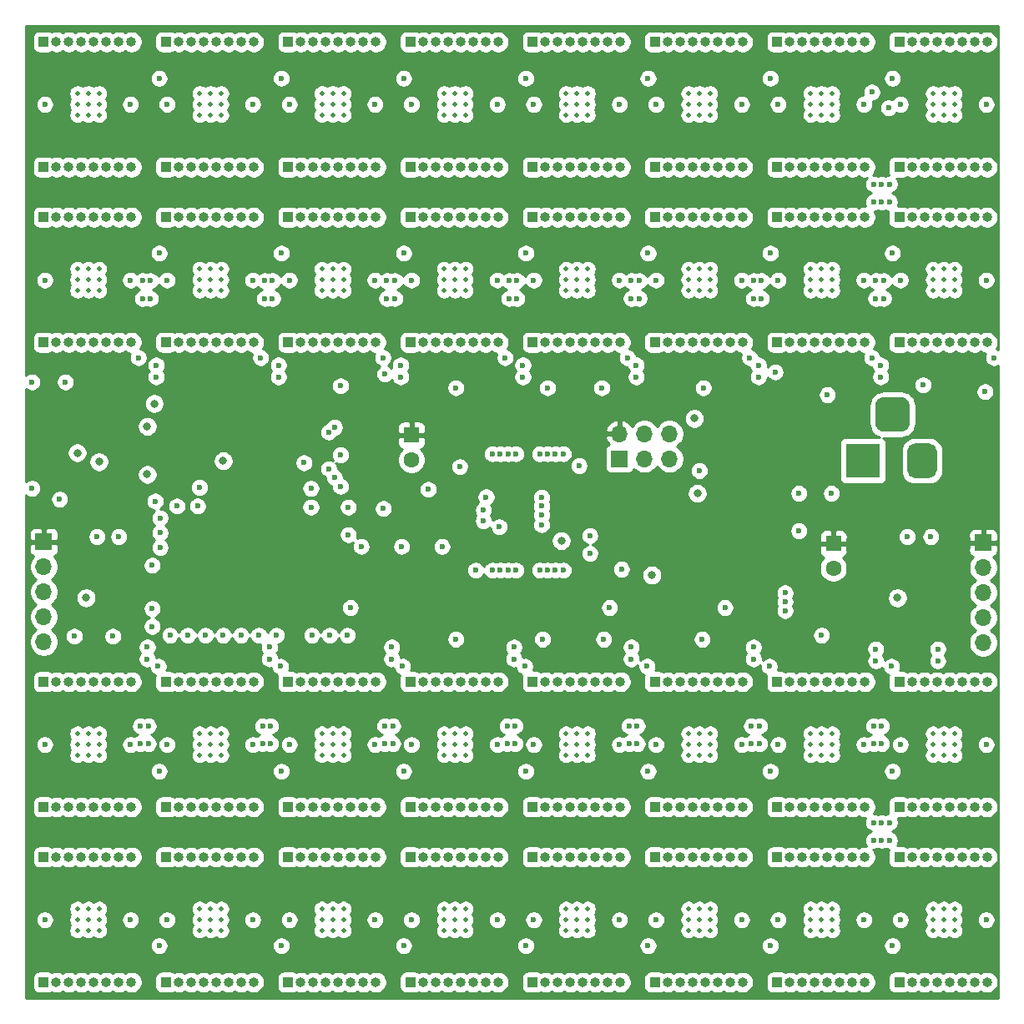
<source format=gbr>
%TF.GenerationSoftware,KiCad,Pcbnew,(5.1.9)-1*%
%TF.CreationDate,2021-03-15T02:11:55+07:00*%
%TF.ProjectId,super_expander,73757065-725f-4657-9870-616e6465722e,1*%
%TF.SameCoordinates,Original*%
%TF.FileFunction,Copper,L3,Inr*%
%TF.FilePolarity,Positive*%
%FSLAX46Y46*%
G04 Gerber Fmt 4.6, Leading zero omitted, Abs format (unit mm)*
G04 Created by KiCad (PCBNEW (5.1.9)-1) date 2021-03-15 02:11:55*
%MOMM*%
%LPD*%
G01*
G04 APERTURE LIST*
%TA.AperFunction,ComponentPad*%
%ADD10O,1.700000X1.700000*%
%TD*%
%TA.AperFunction,ComponentPad*%
%ADD11R,1.700000X1.700000*%
%TD*%
%TA.AperFunction,ComponentPad*%
%ADD12C,1.600000*%
%TD*%
%TA.AperFunction,ComponentPad*%
%ADD13R,1.600000X1.600000*%
%TD*%
%TA.AperFunction,ComponentPad*%
%ADD14R,3.500000X3.500000*%
%TD*%
%TA.AperFunction,ComponentPad*%
%ADD15C,0.500000*%
%TD*%
%TA.AperFunction,ComponentPad*%
%ADD16O,1.000000X1.000000*%
%TD*%
%TA.AperFunction,ComponentPad*%
%ADD17R,1.000000X1.000000*%
%TD*%
%TA.AperFunction,ViaPad*%
%ADD18C,0.600000*%
%TD*%
%TA.AperFunction,ViaPad*%
%ADD19C,0.800000*%
%TD*%
%TA.AperFunction,Conductor*%
%ADD20C,0.254000*%
%TD*%
%TA.AperFunction,Conductor*%
%ADD21C,0.100000*%
%TD*%
G04 APERTURE END LIST*
D10*
%TO.N,GND*%
%TO.C,J69*%
X115980000Y-67060000D03*
%TO.N,~MRST*%
X115980000Y-69600000D03*
%TO.N,Net-(J69-Pad4)*%
X113440000Y-67060000D03*
%TO.N,Net-(J69-Pad3)*%
X113440000Y-69600000D03*
%TO.N,+5V*%
X110900000Y-67060000D03*
D11*
%TO.N,Net-(J69-Pad1)*%
X110900000Y-69600000D03*
%TD*%
D12*
%TO.N,GND*%
%TO.C,C42*%
X89800000Y-69700000D03*
D13*
%TO.N,+5V*%
X89800000Y-67200000D03*
%TD*%
D12*
%TO.N,GND*%
%TO.C,C41*%
X132600000Y-80700000D03*
D13*
%TO.N,+5V*%
X132600000Y-78200000D03*
%TD*%
%TO.N,GND*%
%TO.C,J68*%
%TA.AperFunction,ComponentPad*%
G36*
G01*
X140350000Y-64225000D02*
X140350000Y-65975000D01*
G75*
G02*
X139475000Y-66850000I-875000J0D01*
G01*
X137725000Y-66850000D01*
G75*
G02*
X136850000Y-65975000I0J875000D01*
G01*
X136850000Y-64225000D01*
G75*
G02*
X137725000Y-63350000I875000J0D01*
G01*
X139475000Y-63350000D01*
G75*
G02*
X140350000Y-64225000I0J-875000D01*
G01*
G37*
%TD.AperFunction*%
%TA.AperFunction,ComponentPad*%
G36*
G01*
X143100000Y-68800000D02*
X143100000Y-70800000D01*
G75*
G02*
X142350000Y-71550000I-750000J0D01*
G01*
X140850000Y-71550000D01*
G75*
G02*
X140100000Y-70800000I0J750000D01*
G01*
X140100000Y-68800000D01*
G75*
G02*
X140850000Y-68050000I750000J0D01*
G01*
X142350000Y-68050000D01*
G75*
G02*
X143100000Y-68800000I0J-750000D01*
G01*
G37*
%TD.AperFunction*%
D14*
%TO.N,Net-(J68-Pad1)*%
X135600000Y-69800000D03*
%TD*%
D10*
%TO.N,GND*%
%TO.C,J67*%
X147800000Y-88260000D03*
%TO.N,~RST*%
X147800000Y-85720000D03*
%TO.N,Net-(J67-Pad3)*%
X147800000Y-83180000D03*
%TO.N,Net-(J67-Pad2)*%
X147800000Y-80640000D03*
D11*
%TO.N,+5V*%
X147800000Y-78100000D03*
%TD*%
D10*
%TO.N,GND*%
%TO.C,J66*%
X52500000Y-88180000D03*
%TO.N,~RST*%
X52500000Y-85640000D03*
%TO.N,Net-(J66-Pad3)*%
X52500000Y-83100000D03*
%TO.N,Net-(J66-Pad2)*%
X52500000Y-80560000D03*
D11*
%TO.N,+5V*%
X52500000Y-78020000D03*
%TD*%
D15*
%TO.N,GND*%
%TO.C,U24*%
X117900000Y-50340000D03*
X117900000Y-51440000D03*
X117900000Y-52540000D03*
X119000000Y-50340000D03*
X119000000Y-51440000D03*
X119000000Y-52540000D03*
X120100000Y-50340000D03*
X120100000Y-51440000D03*
X120100000Y-52540000D03*
%TD*%
D16*
%TO.N,Net-(J20-Pad8)*%
%TO.C,J20*%
X123390000Y-110000000D03*
%TO.N,Net-(J20-Pad7)*%
X122120000Y-110000000D03*
%TO.N,Net-(J20-Pad6)*%
X120850000Y-110000000D03*
%TO.N,Net-(J20-Pad5)*%
X119580000Y-110000000D03*
%TO.N,Net-(J20-Pad4)*%
X118310000Y-110000000D03*
%TO.N,Net-(J20-Pad3)*%
X117040000Y-110000000D03*
%TO.N,Net-(J20-Pad2)*%
X115770000Y-110000000D03*
D17*
%TO.N,Net-(J20-Pad1)*%
X114500000Y-110000000D03*
%TD*%
D15*
%TO.N,GND*%
%TO.C,U16*%
X142700000Y-115250000D03*
X142700000Y-116350000D03*
X142700000Y-117450000D03*
X143800000Y-115250000D03*
X143800000Y-116350000D03*
X143800000Y-117450000D03*
X144900000Y-115250000D03*
X144900000Y-116350000D03*
X144900000Y-117450000D03*
%TD*%
%TO.N,GND*%
%TO.C,U32*%
X68300000Y-50340000D03*
X68300000Y-51440000D03*
X68300000Y-52540000D03*
X69400000Y-50340000D03*
X69400000Y-51440000D03*
X69400000Y-52540000D03*
X70500000Y-50340000D03*
X70500000Y-51440000D03*
X70500000Y-52540000D03*
%TD*%
%TO.N,GND*%
%TO.C,U31*%
X68300000Y-32510000D03*
X68300000Y-33610000D03*
X68300000Y-34710000D03*
X69400000Y-32510000D03*
X69400000Y-33610000D03*
X69400000Y-34710000D03*
X70500000Y-32510000D03*
X70500000Y-33610000D03*
X70500000Y-34710000D03*
%TD*%
%TO.N,GND*%
%TO.C,U30*%
X55900000Y-50340000D03*
X55900000Y-51440000D03*
X55900000Y-52540000D03*
X57000000Y-50340000D03*
X57000000Y-51440000D03*
X57000000Y-52540000D03*
X58100000Y-50340000D03*
X58100000Y-51440000D03*
X58100000Y-52540000D03*
%TD*%
%TO.N,GND*%
%TO.C,U29*%
X55900000Y-32510000D03*
X55900000Y-33610000D03*
X55900000Y-34710000D03*
X57000000Y-32510000D03*
X57000000Y-33610000D03*
X57000000Y-34710000D03*
X58100000Y-32510000D03*
X58100000Y-33610000D03*
X58100000Y-34710000D03*
%TD*%
%TO.N,GND*%
%TO.C,U28*%
X93100000Y-50340000D03*
X93100000Y-51440000D03*
X93100000Y-52540000D03*
X94200000Y-50340000D03*
X94200000Y-51440000D03*
X94200000Y-52540000D03*
X95300000Y-50340000D03*
X95300000Y-51440000D03*
X95300000Y-52540000D03*
%TD*%
%TO.N,GND*%
%TO.C,U27*%
X93100000Y-32510000D03*
X93100000Y-33610000D03*
X93100000Y-34710000D03*
X94200000Y-32510000D03*
X94200000Y-33610000D03*
X94200000Y-34710000D03*
X95300000Y-32510000D03*
X95300000Y-33610000D03*
X95300000Y-34710000D03*
%TD*%
%TO.N,GND*%
%TO.C,U26*%
X80700000Y-50340000D03*
X80700000Y-51440000D03*
X80700000Y-52540000D03*
X81800000Y-50340000D03*
X81800000Y-51440000D03*
X81800000Y-52540000D03*
X82900000Y-50340000D03*
X82900000Y-51440000D03*
X82900000Y-52540000D03*
%TD*%
%TO.N,GND*%
%TO.C,U25*%
X80700000Y-32510000D03*
X80700000Y-33610000D03*
X80700000Y-34710000D03*
X81800000Y-32510000D03*
X81800000Y-33610000D03*
X81800000Y-34710000D03*
X82900000Y-32510000D03*
X82900000Y-33610000D03*
X82900000Y-34710000D03*
%TD*%
%TO.N,GND*%
%TO.C,U23*%
X117900000Y-32510000D03*
X117900000Y-33610000D03*
X117900000Y-34710000D03*
X119000000Y-32510000D03*
X119000000Y-33610000D03*
X119000000Y-34710000D03*
X120100000Y-32510000D03*
X120100000Y-33610000D03*
X120100000Y-34710000D03*
%TD*%
%TO.N,GND*%
%TO.C,U22*%
X105500000Y-50340000D03*
X105500000Y-51440000D03*
X105500000Y-52540000D03*
X106600000Y-50340000D03*
X106600000Y-51440000D03*
X106600000Y-52540000D03*
X107700000Y-50340000D03*
X107700000Y-51440000D03*
X107700000Y-52540000D03*
%TD*%
%TO.N,GND*%
%TO.C,U21*%
X105500000Y-32510000D03*
X105500000Y-33610000D03*
X105500000Y-34710000D03*
X106600000Y-32510000D03*
X106600000Y-33610000D03*
X106600000Y-34710000D03*
X107700000Y-32510000D03*
X107700000Y-33610000D03*
X107700000Y-34710000D03*
%TD*%
%TO.N,GND*%
%TO.C,U20*%
X142700000Y-50340000D03*
X142700000Y-51440000D03*
X142700000Y-52540000D03*
X143800000Y-50340000D03*
X143800000Y-51440000D03*
X143800000Y-52540000D03*
X144900000Y-50340000D03*
X144900000Y-51440000D03*
X144900000Y-52540000D03*
%TD*%
%TO.N,GND*%
%TO.C,U19*%
X142700000Y-32510000D03*
X142700000Y-33610000D03*
X142700000Y-34710000D03*
X143800000Y-32510000D03*
X143800000Y-33610000D03*
X143800000Y-34710000D03*
X144900000Y-32510000D03*
X144900000Y-33610000D03*
X144900000Y-34710000D03*
%TD*%
%TO.N,GND*%
%TO.C,U18*%
X130300000Y-50340000D03*
X130300000Y-51440000D03*
X130300000Y-52540000D03*
X131400000Y-50340000D03*
X131400000Y-51440000D03*
X131400000Y-52540000D03*
X132500000Y-50340000D03*
X132500000Y-51440000D03*
X132500000Y-52540000D03*
%TD*%
%TO.N,GND*%
%TO.C,U17*%
X130300000Y-32510000D03*
X130300000Y-33610000D03*
X130300000Y-34710000D03*
X131400000Y-32510000D03*
X131400000Y-33610000D03*
X131400000Y-34710000D03*
X132500000Y-32510000D03*
X132500000Y-33610000D03*
X132500000Y-34710000D03*
%TD*%
%TO.N,GND*%
%TO.C,U15*%
X142700000Y-97470000D03*
X142700000Y-98570000D03*
X142700000Y-99670000D03*
X143800000Y-97470000D03*
X143800000Y-98570000D03*
X143800000Y-99670000D03*
X144900000Y-97470000D03*
X144900000Y-98570000D03*
X144900000Y-99670000D03*
%TD*%
%TO.N,GND*%
%TO.C,U14*%
X130300000Y-115250000D03*
X130300000Y-116350000D03*
X130300000Y-117450000D03*
X131400000Y-115250000D03*
X131400000Y-116350000D03*
X131400000Y-117450000D03*
X132500000Y-115250000D03*
X132500000Y-116350000D03*
X132500000Y-117450000D03*
%TD*%
%TO.N,GND*%
%TO.C,U13*%
X130300000Y-97470000D03*
X130300000Y-98570000D03*
X130300000Y-99670000D03*
X131400000Y-97470000D03*
X131400000Y-98570000D03*
X131400000Y-99670000D03*
X132500000Y-97470000D03*
X132500000Y-98570000D03*
X132500000Y-99670000D03*
%TD*%
%TO.N,GND*%
%TO.C,U12*%
X117900000Y-115250000D03*
X117900000Y-116350000D03*
X117900000Y-117450000D03*
X119000000Y-115250000D03*
X119000000Y-116350000D03*
X119000000Y-117450000D03*
X120100000Y-115250000D03*
X120100000Y-116350000D03*
X120100000Y-117450000D03*
%TD*%
%TO.N,GND*%
%TO.C,U11*%
X117900000Y-97470000D03*
X117900000Y-98570000D03*
X117900000Y-99670000D03*
X119000000Y-97470000D03*
X119000000Y-98570000D03*
X119000000Y-99670000D03*
X120100000Y-97470000D03*
X120100000Y-98570000D03*
X120100000Y-99670000D03*
%TD*%
%TO.N,GND*%
%TO.C,U10*%
X105500000Y-115250000D03*
X105500000Y-116350000D03*
X105500000Y-117450000D03*
X106600000Y-115250000D03*
X106600000Y-116350000D03*
X106600000Y-117450000D03*
X107700000Y-115250000D03*
X107700000Y-116350000D03*
X107700000Y-117450000D03*
%TD*%
%TO.N,GND*%
%TO.C,U9*%
X105500000Y-97470000D03*
X105500000Y-98570000D03*
X105500000Y-99670000D03*
X106600000Y-97470000D03*
X106600000Y-98570000D03*
X106600000Y-99670000D03*
X107700000Y-97470000D03*
X107700000Y-98570000D03*
X107700000Y-99670000D03*
%TD*%
%TO.N,GND*%
%TO.C,U8*%
X93100000Y-115250000D03*
X93100000Y-116350000D03*
X93100000Y-117450000D03*
X94200000Y-115250000D03*
X94200000Y-116350000D03*
X94200000Y-117450000D03*
X95300000Y-115250000D03*
X95300000Y-116350000D03*
X95300000Y-117450000D03*
%TD*%
%TO.N,GND*%
%TO.C,U7*%
X93100000Y-97470000D03*
X93100000Y-98570000D03*
X93100000Y-99670000D03*
X94200000Y-97470000D03*
X94200000Y-98570000D03*
X94200000Y-99670000D03*
X95300000Y-97470000D03*
X95300000Y-98570000D03*
X95300000Y-99670000D03*
%TD*%
%TO.N,GND*%
%TO.C,U6*%
X80700000Y-115250000D03*
X80700000Y-116350000D03*
X80700000Y-117450000D03*
X81800000Y-115250000D03*
X81800000Y-116350000D03*
X81800000Y-117450000D03*
X82900000Y-115250000D03*
X82900000Y-116350000D03*
X82900000Y-117450000D03*
%TD*%
%TO.N,GND*%
%TO.C,U5*%
X80700000Y-97470000D03*
X80700000Y-98570000D03*
X80700000Y-99670000D03*
X81800000Y-97470000D03*
X81800000Y-98570000D03*
X81800000Y-99670000D03*
X82900000Y-97470000D03*
X82900000Y-98570000D03*
X82900000Y-99670000D03*
%TD*%
%TO.N,GND*%
%TO.C,U4*%
X68300000Y-115250000D03*
X68300000Y-116350000D03*
X68300000Y-117450000D03*
X69400000Y-115250000D03*
X69400000Y-116350000D03*
X69400000Y-117450000D03*
X70500000Y-115250000D03*
X70500000Y-116350000D03*
X70500000Y-117450000D03*
%TD*%
%TO.N,GND*%
%TO.C,U3*%
X68300000Y-97470000D03*
X68300000Y-98570000D03*
X68300000Y-99670000D03*
X69400000Y-97470000D03*
X69400000Y-98570000D03*
X69400000Y-99670000D03*
X70500000Y-97470000D03*
X70500000Y-98570000D03*
X70500000Y-99670000D03*
%TD*%
%TO.N,GND*%
%TO.C,U2*%
X55900000Y-115250000D03*
X55900000Y-116350000D03*
X55900000Y-117450000D03*
X57000000Y-115250000D03*
X57000000Y-116350000D03*
X57000000Y-117450000D03*
X58100000Y-115250000D03*
X58100000Y-116350000D03*
X58100000Y-117450000D03*
%TD*%
%TO.N,GND*%
%TO.C,U1*%
X58100000Y-99670000D03*
X58100000Y-98570000D03*
X58100000Y-97470000D03*
X57000000Y-99670000D03*
X57000000Y-98570000D03*
X57000000Y-97470000D03*
X55900000Y-99670000D03*
X55900000Y-98570000D03*
X55900000Y-97470000D03*
%TD*%
D16*
%TO.N,Net-(J64-Pad8)*%
%TO.C,J64*%
X73790000Y-57780000D03*
%TO.N,Net-(J64-Pad7)*%
X72520000Y-57780000D03*
%TO.N,Net-(J64-Pad6)*%
X71250000Y-57780000D03*
%TO.N,Net-(J64-Pad5)*%
X69980000Y-57780000D03*
%TO.N,Net-(J64-Pad4)*%
X68710000Y-57780000D03*
%TO.N,Net-(J64-Pad3)*%
X67440000Y-57780000D03*
%TO.N,Net-(J64-Pad2)*%
X66170000Y-57780000D03*
D17*
%TO.N,Net-(J64-Pad1)*%
X64900000Y-57780000D03*
%TD*%
D16*
%TO.N,Net-(J63-Pad8)*%
%TO.C,J63*%
X73790000Y-40000000D03*
%TO.N,Net-(J63-Pad7)*%
X72520000Y-40000000D03*
%TO.N,Net-(J63-Pad6)*%
X71250000Y-40000000D03*
%TO.N,Net-(J63-Pad5)*%
X69980000Y-40000000D03*
%TO.N,Net-(J63-Pad4)*%
X68710000Y-40000000D03*
%TO.N,Net-(J63-Pad3)*%
X67440000Y-40000000D03*
%TO.N,Net-(J63-Pad2)*%
X66170000Y-40000000D03*
D17*
%TO.N,Net-(J63-Pad1)*%
X64900000Y-40000000D03*
%TD*%
D16*
%TO.N,Net-(J62-Pad8)*%
%TO.C,J62*%
X61390000Y-57780000D03*
%TO.N,Net-(J62-Pad7)*%
X60120000Y-57780000D03*
%TO.N,Net-(J62-Pad6)*%
X58850000Y-57780000D03*
%TO.N,Net-(J62-Pad5)*%
X57580000Y-57780000D03*
%TO.N,Net-(J62-Pad4)*%
X56310000Y-57780000D03*
%TO.N,Net-(J62-Pad3)*%
X55040000Y-57780000D03*
%TO.N,Net-(J62-Pad2)*%
X53770000Y-57780000D03*
D17*
%TO.N,Net-(J62-Pad1)*%
X52500000Y-57780000D03*
%TD*%
D16*
%TO.N,Net-(J61-Pad8)*%
%TO.C,J61*%
X61390000Y-40000000D03*
%TO.N,Net-(J61-Pad7)*%
X60120000Y-40000000D03*
%TO.N,Net-(J61-Pad6)*%
X58850000Y-40000000D03*
%TO.N,Net-(J61-Pad5)*%
X57580000Y-40000000D03*
%TO.N,Net-(J61-Pad4)*%
X56310000Y-40000000D03*
%TO.N,Net-(J61-Pad3)*%
X55040000Y-40000000D03*
%TO.N,Net-(J61-Pad2)*%
X53770000Y-40000000D03*
D17*
%TO.N,Net-(J61-Pad1)*%
X52500000Y-40000000D03*
%TD*%
D16*
%TO.N,Net-(J60-Pad8)*%
%TO.C,J60*%
X73790000Y-45080000D03*
%TO.N,Net-(J60-Pad7)*%
X72520000Y-45080000D03*
%TO.N,Net-(J60-Pad6)*%
X71250000Y-45080000D03*
%TO.N,Net-(J60-Pad5)*%
X69980000Y-45080000D03*
%TO.N,Net-(J60-Pad4)*%
X68710000Y-45080000D03*
%TO.N,Net-(J60-Pad3)*%
X67440000Y-45080000D03*
%TO.N,Net-(J60-Pad2)*%
X66170000Y-45080000D03*
D17*
%TO.N,Net-(J60-Pad1)*%
X64900000Y-45080000D03*
%TD*%
D16*
%TO.N,Net-(J59-Pad8)*%
%TO.C,J59*%
X73790000Y-27300000D03*
%TO.N,Net-(J59-Pad7)*%
X72520000Y-27300000D03*
%TO.N,Net-(J59-Pad6)*%
X71250000Y-27300000D03*
%TO.N,Net-(J59-Pad5)*%
X69980000Y-27300000D03*
%TO.N,Net-(J59-Pad4)*%
X68710000Y-27300000D03*
%TO.N,Net-(J59-Pad3)*%
X67440000Y-27300000D03*
%TO.N,Net-(J59-Pad2)*%
X66170000Y-27300000D03*
D17*
%TO.N,Net-(J59-Pad1)*%
X64900000Y-27300000D03*
%TD*%
D16*
%TO.N,Net-(J58-Pad8)*%
%TO.C,J58*%
X61390000Y-45080000D03*
%TO.N,Net-(J58-Pad7)*%
X60120000Y-45080000D03*
%TO.N,Net-(J58-Pad6)*%
X58850000Y-45080000D03*
%TO.N,Net-(J58-Pad5)*%
X57580000Y-45080000D03*
%TO.N,Net-(J58-Pad4)*%
X56310000Y-45080000D03*
%TO.N,Net-(J58-Pad3)*%
X55040000Y-45080000D03*
%TO.N,Net-(J58-Pad2)*%
X53770000Y-45080000D03*
D17*
%TO.N,Net-(J58-Pad1)*%
X52500000Y-45080000D03*
%TD*%
D16*
%TO.N,Net-(J57-Pad8)*%
%TO.C,J57*%
X61390000Y-27300000D03*
%TO.N,Net-(J57-Pad7)*%
X60120000Y-27300000D03*
%TO.N,Net-(J57-Pad6)*%
X58850000Y-27300000D03*
%TO.N,Net-(J57-Pad5)*%
X57580000Y-27300000D03*
%TO.N,Net-(J57-Pad4)*%
X56310000Y-27300000D03*
%TO.N,Net-(J57-Pad3)*%
X55040000Y-27300000D03*
%TO.N,Net-(J57-Pad2)*%
X53770000Y-27300000D03*
D17*
%TO.N,Net-(J57-Pad1)*%
X52500000Y-27300000D03*
%TD*%
D16*
%TO.N,Net-(J56-Pad8)*%
%TO.C,J56*%
X98590000Y-57780000D03*
%TO.N,Net-(J56-Pad7)*%
X97320000Y-57780000D03*
%TO.N,Net-(J56-Pad6)*%
X96050000Y-57780000D03*
%TO.N,Net-(J56-Pad5)*%
X94780000Y-57780000D03*
%TO.N,Net-(J56-Pad4)*%
X93510000Y-57780000D03*
%TO.N,Net-(J56-Pad3)*%
X92240000Y-57780000D03*
%TO.N,Net-(J56-Pad2)*%
X90970000Y-57780000D03*
D17*
%TO.N,Net-(J56-Pad1)*%
X89700000Y-57780000D03*
%TD*%
D16*
%TO.N,Net-(J55-Pad8)*%
%TO.C,J55*%
X98590000Y-40000000D03*
%TO.N,Net-(J55-Pad7)*%
X97320000Y-40000000D03*
%TO.N,Net-(J55-Pad6)*%
X96050000Y-40000000D03*
%TO.N,Net-(J55-Pad5)*%
X94780000Y-40000000D03*
%TO.N,Net-(J55-Pad4)*%
X93510000Y-40000000D03*
%TO.N,Net-(J55-Pad3)*%
X92240000Y-40000000D03*
%TO.N,Net-(J55-Pad2)*%
X90970000Y-40000000D03*
D17*
%TO.N,Net-(J55-Pad1)*%
X89700000Y-40000000D03*
%TD*%
D16*
%TO.N,Net-(J54-Pad8)*%
%TO.C,J54*%
X86190000Y-57780000D03*
%TO.N,Net-(J54-Pad7)*%
X84920000Y-57780000D03*
%TO.N,Net-(J54-Pad6)*%
X83650000Y-57780000D03*
%TO.N,Net-(J54-Pad5)*%
X82380000Y-57780000D03*
%TO.N,Net-(J54-Pad4)*%
X81110000Y-57780000D03*
%TO.N,Net-(J54-Pad3)*%
X79840000Y-57780000D03*
%TO.N,Net-(J54-Pad2)*%
X78570000Y-57780000D03*
D17*
%TO.N,Net-(J54-Pad1)*%
X77300000Y-57780000D03*
%TD*%
D16*
%TO.N,Net-(J53-Pad8)*%
%TO.C,J53*%
X86190000Y-40000000D03*
%TO.N,Net-(J53-Pad7)*%
X84920000Y-40000000D03*
%TO.N,Net-(J53-Pad6)*%
X83650000Y-40000000D03*
%TO.N,Net-(J53-Pad5)*%
X82380000Y-40000000D03*
%TO.N,Net-(J53-Pad4)*%
X81110000Y-40000000D03*
%TO.N,Net-(J53-Pad3)*%
X79840000Y-40000000D03*
%TO.N,Net-(J53-Pad2)*%
X78570000Y-40000000D03*
D17*
%TO.N,Net-(J53-Pad1)*%
X77300000Y-40000000D03*
%TD*%
D16*
%TO.N,Net-(J52-Pad8)*%
%TO.C,J52*%
X98590000Y-45080000D03*
%TO.N,Net-(J52-Pad7)*%
X97320000Y-45080000D03*
%TO.N,Net-(J52-Pad6)*%
X96050000Y-45080000D03*
%TO.N,Net-(J52-Pad5)*%
X94780000Y-45080000D03*
%TO.N,Net-(J52-Pad4)*%
X93510000Y-45080000D03*
%TO.N,Net-(J52-Pad3)*%
X92240000Y-45080000D03*
%TO.N,Net-(J52-Pad2)*%
X90970000Y-45080000D03*
D17*
%TO.N,Net-(J52-Pad1)*%
X89700000Y-45080000D03*
%TD*%
D16*
%TO.N,Net-(J51-Pad8)*%
%TO.C,J51*%
X98590000Y-27300000D03*
%TO.N,Net-(J51-Pad7)*%
X97320000Y-27300000D03*
%TO.N,Net-(J51-Pad6)*%
X96050000Y-27300000D03*
%TO.N,Net-(J51-Pad5)*%
X94780000Y-27300000D03*
%TO.N,Net-(J51-Pad4)*%
X93510000Y-27300000D03*
%TO.N,Net-(J51-Pad3)*%
X92240000Y-27300000D03*
%TO.N,Net-(J51-Pad2)*%
X90970000Y-27300000D03*
D17*
%TO.N,Net-(J51-Pad1)*%
X89700000Y-27300000D03*
%TD*%
D16*
%TO.N,Net-(J50-Pad8)*%
%TO.C,J50*%
X86190000Y-45080000D03*
%TO.N,Net-(J50-Pad7)*%
X84920000Y-45080000D03*
%TO.N,Net-(J50-Pad6)*%
X83650000Y-45080000D03*
%TO.N,Net-(J50-Pad5)*%
X82380000Y-45080000D03*
%TO.N,Net-(J50-Pad4)*%
X81110000Y-45080000D03*
%TO.N,Net-(J50-Pad3)*%
X79840000Y-45080000D03*
%TO.N,Net-(J50-Pad2)*%
X78570000Y-45080000D03*
D17*
%TO.N,Net-(J50-Pad1)*%
X77300000Y-45080000D03*
%TD*%
D16*
%TO.N,Net-(J49-Pad8)*%
%TO.C,J49*%
X86190000Y-27300000D03*
%TO.N,Net-(J49-Pad7)*%
X84920000Y-27300000D03*
%TO.N,Net-(J49-Pad6)*%
X83650000Y-27300000D03*
%TO.N,Net-(J49-Pad5)*%
X82380000Y-27300000D03*
%TO.N,Net-(J49-Pad4)*%
X81110000Y-27300000D03*
%TO.N,Net-(J49-Pad3)*%
X79840000Y-27300000D03*
%TO.N,Net-(J49-Pad2)*%
X78570000Y-27300000D03*
D17*
%TO.N,Net-(J49-Pad1)*%
X77300000Y-27300000D03*
%TD*%
D16*
%TO.N,Net-(J48-Pad8)*%
%TO.C,J48*%
X123390000Y-57780000D03*
%TO.N,Net-(J48-Pad7)*%
X122120000Y-57780000D03*
%TO.N,Net-(J48-Pad6)*%
X120850000Y-57780000D03*
%TO.N,Net-(J48-Pad5)*%
X119580000Y-57780000D03*
%TO.N,Net-(J48-Pad4)*%
X118310000Y-57780000D03*
%TO.N,Net-(J48-Pad3)*%
X117040000Y-57780000D03*
%TO.N,Net-(J48-Pad2)*%
X115770000Y-57780000D03*
D17*
%TO.N,Net-(J48-Pad1)*%
X114500000Y-57780000D03*
%TD*%
D16*
%TO.N,Net-(J47-Pad8)*%
%TO.C,J47*%
X123390000Y-40000000D03*
%TO.N,Net-(J47-Pad7)*%
X122120000Y-40000000D03*
%TO.N,Net-(J47-Pad6)*%
X120850000Y-40000000D03*
%TO.N,Net-(J47-Pad5)*%
X119580000Y-40000000D03*
%TO.N,Net-(J47-Pad4)*%
X118310000Y-40000000D03*
%TO.N,Net-(J47-Pad3)*%
X117040000Y-40000000D03*
%TO.N,Net-(J47-Pad2)*%
X115770000Y-40000000D03*
D17*
%TO.N,Net-(J47-Pad1)*%
X114500000Y-40000000D03*
%TD*%
D16*
%TO.N,Net-(J46-Pad8)*%
%TO.C,J46*%
X110990000Y-57780000D03*
%TO.N,Net-(J46-Pad7)*%
X109720000Y-57780000D03*
%TO.N,Net-(J46-Pad6)*%
X108450000Y-57780000D03*
%TO.N,Net-(J46-Pad5)*%
X107180000Y-57780000D03*
%TO.N,Net-(J46-Pad4)*%
X105910000Y-57780000D03*
%TO.N,Net-(J46-Pad3)*%
X104640000Y-57780000D03*
%TO.N,Net-(J46-Pad2)*%
X103370000Y-57780000D03*
D17*
%TO.N,Net-(J46-Pad1)*%
X102100000Y-57780000D03*
%TD*%
D16*
%TO.N,Net-(J45-Pad8)*%
%TO.C,J45*%
X110990000Y-40000000D03*
%TO.N,Net-(J45-Pad7)*%
X109720000Y-40000000D03*
%TO.N,Net-(J45-Pad6)*%
X108450000Y-40000000D03*
%TO.N,Net-(J45-Pad5)*%
X107180000Y-40000000D03*
%TO.N,Net-(J45-Pad4)*%
X105910000Y-40000000D03*
%TO.N,Net-(J45-Pad3)*%
X104640000Y-40000000D03*
%TO.N,Net-(J45-Pad2)*%
X103370000Y-40000000D03*
D17*
%TO.N,Net-(J45-Pad1)*%
X102100000Y-40000000D03*
%TD*%
D16*
%TO.N,Net-(J44-Pad8)*%
%TO.C,J44*%
X123390000Y-45080000D03*
%TO.N,Net-(J44-Pad7)*%
X122120000Y-45080000D03*
%TO.N,Net-(J44-Pad6)*%
X120850000Y-45080000D03*
%TO.N,Net-(J44-Pad5)*%
X119580000Y-45080000D03*
%TO.N,Net-(J44-Pad4)*%
X118310000Y-45080000D03*
%TO.N,Net-(J44-Pad3)*%
X117040000Y-45080000D03*
%TO.N,Net-(J44-Pad2)*%
X115770000Y-45080000D03*
D17*
%TO.N,Net-(J44-Pad1)*%
X114500000Y-45080000D03*
%TD*%
D16*
%TO.N,Net-(J43-Pad8)*%
%TO.C,J43*%
X123390000Y-27300000D03*
%TO.N,Net-(J43-Pad7)*%
X122120000Y-27300000D03*
%TO.N,Net-(J43-Pad6)*%
X120850000Y-27300000D03*
%TO.N,Net-(J43-Pad5)*%
X119580000Y-27300000D03*
%TO.N,Net-(J43-Pad4)*%
X118310000Y-27300000D03*
%TO.N,Net-(J43-Pad3)*%
X117040000Y-27300000D03*
%TO.N,Net-(J43-Pad2)*%
X115770000Y-27300000D03*
D17*
%TO.N,Net-(J43-Pad1)*%
X114500000Y-27300000D03*
%TD*%
D16*
%TO.N,Net-(J42-Pad8)*%
%TO.C,J42*%
X110990000Y-45080000D03*
%TO.N,Net-(J42-Pad7)*%
X109720000Y-45080000D03*
%TO.N,Net-(J42-Pad6)*%
X108450000Y-45080000D03*
%TO.N,Net-(J42-Pad5)*%
X107180000Y-45080000D03*
%TO.N,Net-(J42-Pad4)*%
X105910000Y-45080000D03*
%TO.N,Net-(J42-Pad3)*%
X104640000Y-45080000D03*
%TO.N,Net-(J42-Pad2)*%
X103370000Y-45080000D03*
D17*
%TO.N,Net-(J42-Pad1)*%
X102100000Y-45080000D03*
%TD*%
D16*
%TO.N,Net-(J41-Pad8)*%
%TO.C,J41*%
X110990000Y-27300000D03*
%TO.N,Net-(J41-Pad7)*%
X109720000Y-27300000D03*
%TO.N,Net-(J41-Pad6)*%
X108450000Y-27300000D03*
%TO.N,Net-(J41-Pad5)*%
X107180000Y-27300000D03*
%TO.N,Net-(J41-Pad4)*%
X105910000Y-27300000D03*
%TO.N,Net-(J41-Pad3)*%
X104640000Y-27300000D03*
%TO.N,Net-(J41-Pad2)*%
X103370000Y-27300000D03*
D17*
%TO.N,Net-(J41-Pad1)*%
X102100000Y-27300000D03*
%TD*%
D16*
%TO.N,Net-(J40-Pad8)*%
%TO.C,J40*%
X148190000Y-57780000D03*
%TO.N,Net-(J40-Pad7)*%
X146920000Y-57780000D03*
%TO.N,Net-(J40-Pad6)*%
X145650000Y-57780000D03*
%TO.N,Net-(J40-Pad5)*%
X144380000Y-57780000D03*
%TO.N,Net-(J40-Pad4)*%
X143110000Y-57780000D03*
%TO.N,Net-(J40-Pad3)*%
X141840000Y-57780000D03*
%TO.N,Net-(J40-Pad2)*%
X140570000Y-57780000D03*
D17*
%TO.N,Net-(J40-Pad1)*%
X139300000Y-57780000D03*
%TD*%
D16*
%TO.N,Net-(J39-Pad8)*%
%TO.C,J39*%
X148190000Y-40000000D03*
%TO.N,Net-(J39-Pad7)*%
X146920000Y-40000000D03*
%TO.N,Net-(J39-Pad6)*%
X145650000Y-40000000D03*
%TO.N,Net-(J39-Pad5)*%
X144380000Y-40000000D03*
%TO.N,Net-(J39-Pad4)*%
X143110000Y-40000000D03*
%TO.N,Net-(J39-Pad3)*%
X141840000Y-40000000D03*
%TO.N,Net-(J39-Pad2)*%
X140570000Y-40000000D03*
D17*
%TO.N,Net-(J39-Pad1)*%
X139300000Y-40000000D03*
%TD*%
D16*
%TO.N,Net-(J38-Pad8)*%
%TO.C,J38*%
X135790000Y-57780000D03*
%TO.N,Net-(J38-Pad7)*%
X134520000Y-57780000D03*
%TO.N,Net-(J38-Pad6)*%
X133250000Y-57780000D03*
%TO.N,Net-(J38-Pad5)*%
X131980000Y-57780000D03*
%TO.N,Net-(J38-Pad4)*%
X130710000Y-57780000D03*
%TO.N,Net-(J38-Pad3)*%
X129440000Y-57780000D03*
%TO.N,Net-(J38-Pad2)*%
X128170000Y-57780000D03*
D17*
%TO.N,Net-(J38-Pad1)*%
X126900000Y-57780000D03*
%TD*%
D16*
%TO.N,Net-(J37-Pad8)*%
%TO.C,J37*%
X135790000Y-40000000D03*
%TO.N,Net-(J37-Pad7)*%
X134520000Y-40000000D03*
%TO.N,Net-(J37-Pad6)*%
X133250000Y-40000000D03*
%TO.N,Net-(J37-Pad5)*%
X131980000Y-40000000D03*
%TO.N,Net-(J37-Pad4)*%
X130710000Y-40000000D03*
%TO.N,Net-(J37-Pad3)*%
X129440000Y-40000000D03*
%TO.N,Net-(J37-Pad2)*%
X128170000Y-40000000D03*
D17*
%TO.N,Net-(J37-Pad1)*%
X126900000Y-40000000D03*
%TD*%
D16*
%TO.N,Net-(J36-Pad8)*%
%TO.C,J36*%
X148190000Y-45080000D03*
%TO.N,Net-(J36-Pad7)*%
X146920000Y-45080000D03*
%TO.N,Net-(J36-Pad6)*%
X145650000Y-45080000D03*
%TO.N,Net-(J36-Pad5)*%
X144380000Y-45080000D03*
%TO.N,Net-(J36-Pad4)*%
X143110000Y-45080000D03*
%TO.N,Net-(J36-Pad3)*%
X141840000Y-45080000D03*
%TO.N,Net-(J36-Pad2)*%
X140570000Y-45080000D03*
D17*
%TO.N,Net-(J36-Pad1)*%
X139300000Y-45080000D03*
%TD*%
D16*
%TO.N,Net-(J35-Pad8)*%
%TO.C,J35*%
X148190000Y-27300000D03*
%TO.N,Net-(J35-Pad7)*%
X146920000Y-27300000D03*
%TO.N,Net-(J35-Pad6)*%
X145650000Y-27300000D03*
%TO.N,Net-(J35-Pad5)*%
X144380000Y-27300000D03*
%TO.N,Net-(J35-Pad4)*%
X143110000Y-27300000D03*
%TO.N,Net-(J35-Pad3)*%
X141840000Y-27300000D03*
%TO.N,Net-(J35-Pad2)*%
X140570000Y-27300000D03*
D17*
%TO.N,Net-(J35-Pad1)*%
X139300000Y-27300000D03*
%TD*%
D16*
%TO.N,Net-(J34-Pad8)*%
%TO.C,J34*%
X135790000Y-45080000D03*
%TO.N,Net-(J34-Pad7)*%
X134520000Y-45080000D03*
%TO.N,Net-(J34-Pad6)*%
X133250000Y-45080000D03*
%TO.N,Net-(J34-Pad5)*%
X131980000Y-45080000D03*
%TO.N,Net-(J34-Pad4)*%
X130710000Y-45080000D03*
%TO.N,Net-(J34-Pad3)*%
X129440000Y-45080000D03*
%TO.N,Net-(J34-Pad2)*%
X128170000Y-45080000D03*
D17*
%TO.N,Net-(J34-Pad1)*%
X126900000Y-45080000D03*
%TD*%
D16*
%TO.N,Net-(J33-Pad8)*%
%TO.C,J33*%
X135790000Y-27300000D03*
%TO.N,Net-(J33-Pad7)*%
X134520000Y-27300000D03*
%TO.N,Net-(J33-Pad6)*%
X133250000Y-27300000D03*
%TO.N,Net-(J33-Pad5)*%
X131980000Y-27300000D03*
%TO.N,Net-(J33-Pad4)*%
X130710000Y-27300000D03*
%TO.N,Net-(J33-Pad3)*%
X129440000Y-27300000D03*
%TO.N,Net-(J33-Pad2)*%
X128170000Y-27300000D03*
D17*
%TO.N,Net-(J33-Pad1)*%
X126900000Y-27300000D03*
%TD*%
D16*
%TO.N,Net-(J32-Pad8)*%
%TO.C,J32*%
X148190000Y-122700000D03*
%TO.N,Net-(J32-Pad7)*%
X146920000Y-122700000D03*
%TO.N,Net-(J32-Pad6)*%
X145650000Y-122700000D03*
%TO.N,Net-(J32-Pad5)*%
X144380000Y-122700000D03*
%TO.N,Net-(J32-Pad4)*%
X143110000Y-122700000D03*
%TO.N,Net-(J32-Pad3)*%
X141840000Y-122700000D03*
%TO.N,Net-(J32-Pad2)*%
X140570000Y-122700000D03*
D17*
%TO.N,Net-(J32-Pad1)*%
X139300000Y-122700000D03*
%TD*%
D16*
%TO.N,Net-(J31-Pad8)*%
%TO.C,J31*%
X148190000Y-104920000D03*
%TO.N,Net-(J31-Pad7)*%
X146920000Y-104920000D03*
%TO.N,Net-(J31-Pad6)*%
X145650000Y-104920000D03*
%TO.N,Net-(J31-Pad5)*%
X144380000Y-104920000D03*
%TO.N,Net-(J31-Pad4)*%
X143110000Y-104920000D03*
%TO.N,Net-(J31-Pad3)*%
X141840000Y-104920000D03*
%TO.N,Net-(J31-Pad2)*%
X140570000Y-104920000D03*
D17*
%TO.N,Net-(J31-Pad1)*%
X139300000Y-104920000D03*
%TD*%
D16*
%TO.N,Net-(J30-Pad8)*%
%TO.C,J30*%
X135790000Y-122700000D03*
%TO.N,Net-(J30-Pad7)*%
X134520000Y-122700000D03*
%TO.N,Net-(J30-Pad6)*%
X133250000Y-122700000D03*
%TO.N,Net-(J30-Pad5)*%
X131980000Y-122700000D03*
%TO.N,Net-(J30-Pad4)*%
X130710000Y-122700000D03*
%TO.N,Net-(J30-Pad3)*%
X129440000Y-122700000D03*
%TO.N,Net-(J30-Pad2)*%
X128170000Y-122700000D03*
D17*
%TO.N,Net-(J30-Pad1)*%
X126900000Y-122700000D03*
%TD*%
D16*
%TO.N,Net-(J29-Pad8)*%
%TO.C,J29*%
X135790000Y-104920000D03*
%TO.N,Net-(J29-Pad7)*%
X134520000Y-104920000D03*
%TO.N,Net-(J29-Pad6)*%
X133250000Y-104920000D03*
%TO.N,Net-(J29-Pad5)*%
X131980000Y-104920000D03*
%TO.N,Net-(J29-Pad4)*%
X130710000Y-104920000D03*
%TO.N,Net-(J29-Pad3)*%
X129440000Y-104920000D03*
%TO.N,Net-(J29-Pad2)*%
X128170000Y-104920000D03*
D17*
%TO.N,Net-(J29-Pad1)*%
X126900000Y-104920000D03*
%TD*%
D16*
%TO.N,Net-(J28-Pad8)*%
%TO.C,J28*%
X148190000Y-110000000D03*
%TO.N,Net-(J28-Pad7)*%
X146920000Y-110000000D03*
%TO.N,Net-(J28-Pad6)*%
X145650000Y-110000000D03*
%TO.N,Net-(J28-Pad5)*%
X144380000Y-110000000D03*
%TO.N,Net-(J28-Pad4)*%
X143110000Y-110000000D03*
%TO.N,Net-(J28-Pad3)*%
X141840000Y-110000000D03*
%TO.N,Net-(J28-Pad2)*%
X140570000Y-110000000D03*
D17*
%TO.N,Net-(J28-Pad1)*%
X139300000Y-110000000D03*
%TD*%
D16*
%TO.N,Net-(J27-Pad8)*%
%TO.C,J27*%
X148190000Y-92220000D03*
%TO.N,Net-(J27-Pad7)*%
X146920000Y-92220000D03*
%TO.N,Net-(J27-Pad6)*%
X145650000Y-92220000D03*
%TO.N,Net-(J27-Pad5)*%
X144380000Y-92220000D03*
%TO.N,Net-(J27-Pad4)*%
X143110000Y-92220000D03*
%TO.N,Net-(J27-Pad3)*%
X141840000Y-92220000D03*
%TO.N,Net-(J27-Pad2)*%
X140570000Y-92220000D03*
D17*
%TO.N,Net-(J27-Pad1)*%
X139300000Y-92220000D03*
%TD*%
D16*
%TO.N,Net-(J26-Pad8)*%
%TO.C,J26*%
X135790000Y-110000000D03*
%TO.N,Net-(J26-Pad7)*%
X134520000Y-110000000D03*
%TO.N,Net-(J26-Pad6)*%
X133250000Y-110000000D03*
%TO.N,Net-(J26-Pad5)*%
X131980000Y-110000000D03*
%TO.N,Net-(J26-Pad4)*%
X130710000Y-110000000D03*
%TO.N,Net-(J26-Pad3)*%
X129440000Y-110000000D03*
%TO.N,Net-(J26-Pad2)*%
X128170000Y-110000000D03*
D17*
%TO.N,Net-(J26-Pad1)*%
X126900000Y-110000000D03*
%TD*%
D16*
%TO.N,Net-(J25-Pad8)*%
%TO.C,J25*%
X135790000Y-92220000D03*
%TO.N,Net-(J25-Pad7)*%
X134520000Y-92220000D03*
%TO.N,Net-(J25-Pad6)*%
X133250000Y-92220000D03*
%TO.N,Net-(J25-Pad5)*%
X131980000Y-92220000D03*
%TO.N,Net-(J25-Pad4)*%
X130710000Y-92220000D03*
%TO.N,Net-(J25-Pad3)*%
X129440000Y-92220000D03*
%TO.N,Net-(J25-Pad2)*%
X128170000Y-92220000D03*
D17*
%TO.N,Net-(J25-Pad1)*%
X126900000Y-92220000D03*
%TD*%
D16*
%TO.N,Net-(J24-Pad8)*%
%TO.C,J24*%
X123390000Y-122700000D03*
%TO.N,Net-(J24-Pad7)*%
X122120000Y-122700000D03*
%TO.N,Net-(J24-Pad6)*%
X120850000Y-122700000D03*
%TO.N,Net-(J24-Pad5)*%
X119580000Y-122700000D03*
%TO.N,Net-(J24-Pad4)*%
X118310000Y-122700000D03*
%TO.N,Net-(J24-Pad3)*%
X117040000Y-122700000D03*
%TO.N,Net-(J24-Pad2)*%
X115770000Y-122700000D03*
D17*
%TO.N,Net-(J24-Pad1)*%
X114500000Y-122700000D03*
%TD*%
D16*
%TO.N,Net-(J23-Pad8)*%
%TO.C,J23*%
X123390000Y-104920000D03*
%TO.N,Net-(J23-Pad7)*%
X122120000Y-104920000D03*
%TO.N,Net-(J23-Pad6)*%
X120850000Y-104920000D03*
%TO.N,Net-(J23-Pad5)*%
X119580000Y-104920000D03*
%TO.N,Net-(J23-Pad4)*%
X118310000Y-104920000D03*
%TO.N,Net-(J23-Pad3)*%
X117040000Y-104920000D03*
%TO.N,Net-(J23-Pad2)*%
X115770000Y-104920000D03*
D17*
%TO.N,Net-(J23-Pad1)*%
X114500000Y-104920000D03*
%TD*%
D16*
%TO.N,Net-(J22-Pad8)*%
%TO.C,J22*%
X110990000Y-122700000D03*
%TO.N,Net-(J22-Pad7)*%
X109720000Y-122700000D03*
%TO.N,Net-(J22-Pad6)*%
X108450000Y-122700000D03*
%TO.N,Net-(J22-Pad5)*%
X107180000Y-122700000D03*
%TO.N,Net-(J22-Pad4)*%
X105910000Y-122700000D03*
%TO.N,Net-(J22-Pad3)*%
X104640000Y-122700000D03*
%TO.N,Net-(J22-Pad2)*%
X103370000Y-122700000D03*
D17*
%TO.N,Net-(J22-Pad1)*%
X102100000Y-122700000D03*
%TD*%
D16*
%TO.N,Net-(J21-Pad8)*%
%TO.C,J21*%
X110990000Y-104920000D03*
%TO.N,Net-(J21-Pad7)*%
X109720000Y-104920000D03*
%TO.N,Net-(J21-Pad6)*%
X108450000Y-104920000D03*
%TO.N,Net-(J21-Pad5)*%
X107180000Y-104920000D03*
%TO.N,Net-(J21-Pad4)*%
X105910000Y-104920000D03*
%TO.N,Net-(J21-Pad3)*%
X104640000Y-104920000D03*
%TO.N,Net-(J21-Pad2)*%
X103370000Y-104920000D03*
D17*
%TO.N,Net-(J21-Pad1)*%
X102100000Y-104920000D03*
%TD*%
D16*
%TO.N,Net-(J19-Pad8)*%
%TO.C,J19*%
X123390000Y-92220000D03*
%TO.N,Net-(J19-Pad7)*%
X122120000Y-92220000D03*
%TO.N,Net-(J19-Pad6)*%
X120850000Y-92220000D03*
%TO.N,Net-(J19-Pad5)*%
X119580000Y-92220000D03*
%TO.N,Net-(J19-Pad4)*%
X118310000Y-92220000D03*
%TO.N,Net-(J19-Pad3)*%
X117040000Y-92220000D03*
%TO.N,Net-(J19-Pad2)*%
X115770000Y-92220000D03*
D17*
%TO.N,Net-(J19-Pad1)*%
X114500000Y-92220000D03*
%TD*%
D16*
%TO.N,Net-(J18-Pad8)*%
%TO.C,J18*%
X110990000Y-110000000D03*
%TO.N,Net-(J18-Pad7)*%
X109720000Y-110000000D03*
%TO.N,Net-(J18-Pad6)*%
X108450000Y-110000000D03*
%TO.N,Net-(J18-Pad5)*%
X107180000Y-110000000D03*
%TO.N,Net-(J18-Pad4)*%
X105910000Y-110000000D03*
%TO.N,Net-(J18-Pad3)*%
X104640000Y-110000000D03*
%TO.N,Net-(J18-Pad2)*%
X103370000Y-110000000D03*
D17*
%TO.N,Net-(J18-Pad1)*%
X102100000Y-110000000D03*
%TD*%
D16*
%TO.N,Net-(J17-Pad8)*%
%TO.C,J17*%
X110990000Y-92220000D03*
%TO.N,Net-(J17-Pad7)*%
X109720000Y-92220000D03*
%TO.N,Net-(J17-Pad6)*%
X108450000Y-92220000D03*
%TO.N,Net-(J17-Pad5)*%
X107180000Y-92220000D03*
%TO.N,Net-(J17-Pad4)*%
X105910000Y-92220000D03*
%TO.N,Net-(J17-Pad3)*%
X104640000Y-92220000D03*
%TO.N,Net-(J17-Pad2)*%
X103370000Y-92220000D03*
D17*
%TO.N,Net-(J17-Pad1)*%
X102100000Y-92220000D03*
%TD*%
D16*
%TO.N,Net-(J16-Pad8)*%
%TO.C,J16*%
X98590000Y-122700000D03*
%TO.N,Net-(J16-Pad7)*%
X97320000Y-122700000D03*
%TO.N,Net-(J16-Pad6)*%
X96050000Y-122700000D03*
%TO.N,Net-(J16-Pad5)*%
X94780000Y-122700000D03*
%TO.N,Net-(J16-Pad4)*%
X93510000Y-122700000D03*
%TO.N,Net-(J16-Pad3)*%
X92240000Y-122700000D03*
%TO.N,Net-(J16-Pad2)*%
X90970000Y-122700000D03*
D17*
%TO.N,Net-(J16-Pad1)*%
X89700000Y-122700000D03*
%TD*%
D16*
%TO.N,Net-(J15-Pad8)*%
%TO.C,J15*%
X98590000Y-104920000D03*
%TO.N,Net-(J15-Pad7)*%
X97320000Y-104920000D03*
%TO.N,Net-(J15-Pad6)*%
X96050000Y-104920000D03*
%TO.N,Net-(J15-Pad5)*%
X94780000Y-104920000D03*
%TO.N,Net-(J15-Pad4)*%
X93510000Y-104920000D03*
%TO.N,Net-(J15-Pad3)*%
X92240000Y-104920000D03*
%TO.N,Net-(J15-Pad2)*%
X90970000Y-104920000D03*
D17*
%TO.N,Net-(J15-Pad1)*%
X89700000Y-104920000D03*
%TD*%
D16*
%TO.N,Net-(J14-Pad8)*%
%TO.C,J14*%
X86190000Y-122700000D03*
%TO.N,Net-(J14-Pad7)*%
X84920000Y-122700000D03*
%TO.N,Net-(J14-Pad6)*%
X83650000Y-122700000D03*
%TO.N,Net-(J14-Pad5)*%
X82380000Y-122700000D03*
%TO.N,Net-(J14-Pad4)*%
X81110000Y-122700000D03*
%TO.N,Net-(J14-Pad3)*%
X79840000Y-122700000D03*
%TO.N,Net-(J14-Pad2)*%
X78570000Y-122700000D03*
D17*
%TO.N,Net-(J14-Pad1)*%
X77300000Y-122700000D03*
%TD*%
D16*
%TO.N,Net-(J13-Pad8)*%
%TO.C,J13*%
X86190000Y-104920000D03*
%TO.N,Net-(J13-Pad7)*%
X84920000Y-104920000D03*
%TO.N,Net-(J13-Pad6)*%
X83650000Y-104920000D03*
%TO.N,Net-(J13-Pad5)*%
X82380000Y-104920000D03*
%TO.N,Net-(J13-Pad4)*%
X81110000Y-104920000D03*
%TO.N,Net-(J13-Pad3)*%
X79840000Y-104920000D03*
%TO.N,Net-(J13-Pad2)*%
X78570000Y-104920000D03*
D17*
%TO.N,Net-(J13-Pad1)*%
X77300000Y-104920000D03*
%TD*%
D16*
%TO.N,Net-(J12-Pad8)*%
%TO.C,J12*%
X98590000Y-110000000D03*
%TO.N,Net-(J12-Pad7)*%
X97320000Y-110000000D03*
%TO.N,Net-(J12-Pad6)*%
X96050000Y-110000000D03*
%TO.N,Net-(J12-Pad5)*%
X94780000Y-110000000D03*
%TO.N,Net-(J12-Pad4)*%
X93510000Y-110000000D03*
%TO.N,Net-(J12-Pad3)*%
X92240000Y-110000000D03*
%TO.N,Net-(J12-Pad2)*%
X90970000Y-110000000D03*
D17*
%TO.N,Net-(J12-Pad1)*%
X89700000Y-110000000D03*
%TD*%
D16*
%TO.N,Net-(J11-Pad8)*%
%TO.C,J11*%
X98590000Y-92220000D03*
%TO.N,Net-(J11-Pad7)*%
X97320000Y-92220000D03*
%TO.N,Net-(J11-Pad6)*%
X96050000Y-92220000D03*
%TO.N,Net-(J11-Pad5)*%
X94780000Y-92220000D03*
%TO.N,Net-(J11-Pad4)*%
X93510000Y-92220000D03*
%TO.N,Net-(J11-Pad3)*%
X92240000Y-92220000D03*
%TO.N,Net-(J11-Pad2)*%
X90970000Y-92220000D03*
D17*
%TO.N,Net-(J11-Pad1)*%
X89700000Y-92220000D03*
%TD*%
D16*
%TO.N,Net-(J10-Pad8)*%
%TO.C,J10*%
X86190000Y-110000000D03*
%TO.N,Net-(J10-Pad7)*%
X84920000Y-110000000D03*
%TO.N,Net-(J10-Pad6)*%
X83650000Y-110000000D03*
%TO.N,Net-(J10-Pad5)*%
X82380000Y-110000000D03*
%TO.N,Net-(J10-Pad4)*%
X81110000Y-110000000D03*
%TO.N,Net-(J10-Pad3)*%
X79840000Y-110000000D03*
%TO.N,Net-(J10-Pad2)*%
X78570000Y-110000000D03*
D17*
%TO.N,Net-(J10-Pad1)*%
X77300000Y-110000000D03*
%TD*%
D16*
%TO.N,Net-(J9-Pad8)*%
%TO.C,J9*%
X86190000Y-92220000D03*
%TO.N,Net-(J9-Pad7)*%
X84920000Y-92220000D03*
%TO.N,Net-(J9-Pad6)*%
X83650000Y-92220000D03*
%TO.N,Net-(J9-Pad5)*%
X82380000Y-92220000D03*
%TO.N,Net-(J9-Pad4)*%
X81110000Y-92220000D03*
%TO.N,Net-(J9-Pad3)*%
X79840000Y-92220000D03*
%TO.N,Net-(J9-Pad2)*%
X78570000Y-92220000D03*
D17*
%TO.N,Net-(J9-Pad1)*%
X77300000Y-92220000D03*
%TD*%
D16*
%TO.N,Net-(J8-Pad8)*%
%TO.C,J8*%
X73790000Y-122700000D03*
%TO.N,Net-(J8-Pad7)*%
X72520000Y-122700000D03*
%TO.N,Net-(J8-Pad6)*%
X71250000Y-122700000D03*
%TO.N,Net-(J8-Pad5)*%
X69980000Y-122700000D03*
%TO.N,Net-(J8-Pad4)*%
X68710000Y-122700000D03*
%TO.N,Net-(J8-Pad3)*%
X67440000Y-122700000D03*
%TO.N,Net-(J8-Pad2)*%
X66170000Y-122700000D03*
D17*
%TO.N,Net-(J8-Pad1)*%
X64900000Y-122700000D03*
%TD*%
D16*
%TO.N,Net-(J7-Pad8)*%
%TO.C,J7*%
X73790000Y-104920000D03*
%TO.N,Net-(J7-Pad7)*%
X72520000Y-104920000D03*
%TO.N,Net-(J7-Pad6)*%
X71250000Y-104920000D03*
%TO.N,Net-(J7-Pad5)*%
X69980000Y-104920000D03*
%TO.N,Net-(J7-Pad4)*%
X68710000Y-104920000D03*
%TO.N,Net-(J7-Pad3)*%
X67440000Y-104920000D03*
%TO.N,Net-(J7-Pad2)*%
X66170000Y-104920000D03*
D17*
%TO.N,Net-(J7-Pad1)*%
X64900000Y-104920000D03*
%TD*%
D16*
%TO.N,Net-(J6-Pad8)*%
%TO.C,J6*%
X61390000Y-122700000D03*
%TO.N,Net-(J6-Pad7)*%
X60120000Y-122700000D03*
%TO.N,Net-(J6-Pad6)*%
X58850000Y-122700000D03*
%TO.N,Net-(J6-Pad5)*%
X57580000Y-122700000D03*
%TO.N,Net-(J6-Pad4)*%
X56310000Y-122700000D03*
%TO.N,Net-(J6-Pad3)*%
X55040000Y-122700000D03*
%TO.N,Net-(J6-Pad2)*%
X53770000Y-122700000D03*
D17*
%TO.N,Net-(J6-Pad1)*%
X52500000Y-122700000D03*
%TD*%
D16*
%TO.N,Net-(J5-Pad8)*%
%TO.C,J5*%
X61390000Y-104920000D03*
%TO.N,Net-(J5-Pad7)*%
X60120000Y-104920000D03*
%TO.N,Net-(J5-Pad6)*%
X58850000Y-104920000D03*
%TO.N,Net-(J5-Pad5)*%
X57580000Y-104920000D03*
%TO.N,Net-(J5-Pad4)*%
X56310000Y-104920000D03*
%TO.N,Net-(J5-Pad3)*%
X55040000Y-104920000D03*
%TO.N,Net-(J5-Pad2)*%
X53770000Y-104920000D03*
D17*
%TO.N,Net-(J5-Pad1)*%
X52500000Y-104920000D03*
%TD*%
D16*
%TO.N,Net-(J4-Pad8)*%
%TO.C,J4*%
X73790000Y-110000000D03*
%TO.N,Net-(J4-Pad7)*%
X72520000Y-110000000D03*
%TO.N,Net-(J4-Pad6)*%
X71250000Y-110000000D03*
%TO.N,Net-(J4-Pad5)*%
X69980000Y-110000000D03*
%TO.N,Net-(J4-Pad4)*%
X68710000Y-110000000D03*
%TO.N,Net-(J4-Pad3)*%
X67440000Y-110000000D03*
%TO.N,Net-(J4-Pad2)*%
X66170000Y-110000000D03*
D17*
%TO.N,Net-(J4-Pad1)*%
X64900000Y-110000000D03*
%TD*%
D16*
%TO.N,Net-(J3-Pad8)*%
%TO.C,J3*%
X73790000Y-92220000D03*
%TO.N,Net-(J3-Pad7)*%
X72520000Y-92220000D03*
%TO.N,Net-(J3-Pad6)*%
X71250000Y-92220000D03*
%TO.N,Net-(J3-Pad5)*%
X69980000Y-92220000D03*
%TO.N,Net-(J3-Pad4)*%
X68710000Y-92220000D03*
%TO.N,Net-(J3-Pad3)*%
X67440000Y-92220000D03*
%TO.N,Net-(J3-Pad2)*%
X66170000Y-92220000D03*
D17*
%TO.N,Net-(J3-Pad1)*%
X64900000Y-92220000D03*
%TD*%
D16*
%TO.N,Net-(J2-Pad8)*%
%TO.C,J2*%
X61390000Y-110000000D03*
%TO.N,Net-(J2-Pad7)*%
X60120000Y-110000000D03*
%TO.N,Net-(J2-Pad6)*%
X58850000Y-110000000D03*
%TO.N,Net-(J2-Pad5)*%
X57580000Y-110000000D03*
%TO.N,Net-(J2-Pad4)*%
X56310000Y-110000000D03*
%TO.N,Net-(J2-Pad3)*%
X55040000Y-110000000D03*
%TO.N,Net-(J2-Pad2)*%
X53770000Y-110000000D03*
D17*
%TO.N,Net-(J2-Pad1)*%
X52500000Y-110000000D03*
%TD*%
D16*
%TO.N,Net-(J1-Pad8)*%
%TO.C,J1*%
X61390000Y-92220000D03*
%TO.N,Net-(J1-Pad7)*%
X60120000Y-92220000D03*
%TO.N,Net-(J1-Pad6)*%
X58850000Y-92220000D03*
%TO.N,Net-(J1-Pad5)*%
X57580000Y-92220000D03*
%TO.N,Net-(J1-Pad4)*%
X56310000Y-92220000D03*
%TO.N,Net-(J1-Pad3)*%
X55040000Y-92220000D03*
%TO.N,Net-(J1-Pad2)*%
X53770000Y-92220000D03*
D17*
%TO.N,Net-(J1-Pad1)*%
X52500000Y-92220000D03*
%TD*%
D18*
%TO.N,GND*%
X68100000Y-74400000D03*
X66000000Y-74400000D03*
X64300000Y-75600000D03*
X64300000Y-77100000D03*
X63500000Y-80400000D03*
X63500000Y-84800000D03*
X63500000Y-86600000D03*
X65300000Y-87500000D03*
X67100000Y-87500000D03*
X68900000Y-87500000D03*
X70700000Y-87500000D03*
X74300000Y-87500000D03*
X76100000Y-87500000D03*
X72500000Y-87500000D03*
X79700000Y-87500000D03*
X81500000Y-87500000D03*
X83300000Y-87500000D03*
X83600000Y-84700000D03*
X79600000Y-74500000D03*
X83400000Y-74500000D03*
X83400000Y-77300000D03*
%TO.N,~RST*%
X103000000Y-75300000D03*
%TO.N,SDA*%
X103000000Y-73500000D03*
%TO.N,SCL*%
X103000000Y-74400000D03*
D19*
%TO.N,GND*%
X58100000Y-69900000D03*
X114200000Y-81400000D03*
X118500000Y-65500000D03*
X118800000Y-73100000D03*
D18*
X129100000Y-73100000D03*
X129100000Y-76900000D03*
X140100000Y-77500000D03*
X142500000Y-77500000D03*
D19*
X139100000Y-83700000D03*
X56800000Y-83700000D03*
D18*
X57900000Y-77500000D03*
X60100000Y-77500000D03*
D19*
X55900000Y-69000000D03*
X63700000Y-64000000D03*
X70700000Y-69800000D03*
D18*
X84700000Y-78500000D03*
X92900000Y-78500000D03*
X88800000Y-78500000D03*
X94700000Y-70400000D03*
X138600000Y-31000000D03*
X138600000Y-48740000D03*
X138600000Y-119000000D03*
X138600000Y-101300000D03*
X64200000Y-101300000D03*
X148100000Y-98600000D03*
X139400000Y-98600000D03*
X135700000Y-98600000D03*
X127000000Y-98600000D03*
X123300000Y-98600000D03*
X114600000Y-98600000D03*
X110900000Y-98600000D03*
X102200000Y-98600000D03*
X98500000Y-98600000D03*
X89800000Y-98600000D03*
X86100000Y-98600000D03*
X77400000Y-98600000D03*
X73700000Y-98600000D03*
X65000000Y-98600000D03*
X148100000Y-116380000D03*
X139400000Y-116380000D03*
X135700000Y-116380000D03*
X127000000Y-116380000D03*
X123300000Y-116380000D03*
X114600000Y-116380000D03*
X110900000Y-116380000D03*
X102200000Y-116380000D03*
X98500000Y-116380000D03*
X89800000Y-116380000D03*
X86100000Y-116380000D03*
X77400000Y-116380000D03*
X73700000Y-116380000D03*
X65000000Y-116380000D03*
X61300000Y-116380000D03*
X52600000Y-116380000D03*
X135700000Y-33640000D03*
X127000000Y-33640000D03*
X148100000Y-33640000D03*
X139400000Y-33640000D03*
X123300000Y-33640000D03*
X114600000Y-33640000D03*
X98500000Y-33640000D03*
X89800000Y-33640000D03*
X110900000Y-33640000D03*
X102200000Y-33640000D03*
X86100000Y-33640000D03*
X77400000Y-33640000D03*
X61300000Y-33640000D03*
X52600000Y-33640000D03*
X73700000Y-33630000D03*
X65000000Y-33630000D03*
X135700000Y-51470000D03*
X127000000Y-51470000D03*
X148100000Y-51470000D03*
X139400000Y-51470000D03*
X110900000Y-51470000D03*
X102200000Y-51470000D03*
X123300000Y-51470000D03*
X114600000Y-51470000D03*
X86100000Y-51470000D03*
X77400000Y-51470000D03*
X98500000Y-51470000D03*
X89800000Y-51470000D03*
X61300000Y-51470000D03*
X52600000Y-51470000D03*
X73700000Y-51470000D03*
X65000000Y-51470000D03*
X52600000Y-98600000D03*
X61300000Y-98600000D03*
X76600000Y-101300000D03*
X89000000Y-101300000D03*
X101400000Y-101300000D03*
X113800000Y-101300000D03*
X126200000Y-101300000D03*
X64200000Y-119000000D03*
X76600000Y-119000000D03*
X89000000Y-119000000D03*
X101400000Y-119000000D03*
X113800000Y-119000000D03*
X126200000Y-119000000D03*
X64200000Y-31000000D03*
X76600000Y-31000000D03*
X89000000Y-31000000D03*
X101400000Y-31000000D03*
X113800000Y-31000000D03*
X126200000Y-31000000D03*
X126200000Y-48740000D03*
X113800000Y-48740000D03*
X101400000Y-48740000D03*
X89000000Y-48740000D03*
X76600000Y-48740000D03*
X64200000Y-48740000D03*
X111100000Y-80800000D03*
D19*
X105000000Y-77900000D03*
X63000000Y-66300000D03*
X62987500Y-71187500D03*
D18*
X78900000Y-70000000D03*
X68300000Y-72500000D03*
X54100000Y-73700000D03*
X54700000Y-61800000D03*
X51300000Y-61800000D03*
X51300000Y-72600000D03*
X63800000Y-73900000D03*
X106800000Y-70300000D03*
X91500000Y-72700000D03*
X131400000Y-87500000D03*
X119000000Y-70800000D03*
X94300000Y-87900000D03*
X103100000Y-87900000D03*
X109300000Y-87900000D03*
X119300000Y-87900000D03*
X94300000Y-62400000D03*
X103600000Y-62400000D03*
X109100000Y-62400000D03*
X119400000Y-62400000D03*
X126700000Y-60800000D03*
X87100000Y-61000000D03*
X55600000Y-87600000D03*
X59500000Y-87600000D03*
X132400000Y-73100000D03*
X148000000Y-62800000D03*
X141700000Y-62100000D03*
X132000000Y-63100000D03*
X79600000Y-72600000D03*
X64300000Y-78600000D03*
%TO.N,Net-(JP1-Pad2)*%
X96300000Y-80900000D03*
X98700000Y-76500000D03*
D19*
%TO.N,+5V*%
X59900000Y-61700000D03*
X58900000Y-61700000D03*
X57900000Y-61700000D03*
X128000000Y-65500000D03*
X128000000Y-66800000D03*
X128000000Y-68000000D03*
X124100000Y-79400000D03*
D18*
X143500000Y-83600000D03*
X61200000Y-83600000D03*
D19*
X67900000Y-62300000D03*
X101600000Y-66200000D03*
X101600000Y-83800000D03*
X73300000Y-69800000D03*
D18*
X92900000Y-83900000D03*
X88800000Y-83900000D03*
X84700000Y-83900000D03*
X109800000Y-78200000D03*
X94300000Y-74000000D03*
X145700000Y-114400000D03*
X133300000Y-114400000D03*
X120900000Y-114400000D03*
X108500000Y-114400000D03*
X96100000Y-114400000D03*
X83700000Y-114400000D03*
X71300000Y-114400000D03*
X58900000Y-114400000D03*
X145700000Y-49440000D03*
X133300000Y-49440000D03*
X120900000Y-49440000D03*
X108500000Y-49440000D03*
X96100000Y-49440000D03*
X83700000Y-49440000D03*
X71300000Y-49440000D03*
X58900000Y-49440000D03*
X145700000Y-53340000D03*
X120900000Y-53340000D03*
X96100000Y-53340000D03*
X71300000Y-53340000D03*
X145700000Y-35500000D03*
X120900000Y-35500000D03*
X96100000Y-35500000D03*
X145700000Y-100500000D03*
X120900000Y-100500000D03*
X96100000Y-100500000D03*
X145700000Y-118300000D03*
X120900000Y-118300000D03*
X96100000Y-118300000D03*
X71300000Y-118300000D03*
X138600000Y-32600000D03*
X138600000Y-50340000D03*
X71300000Y-100500000D03*
X138600000Y-117400000D03*
X138600000Y-99700000D03*
X64200000Y-99700000D03*
X76600000Y-99700000D03*
X89000000Y-99700000D03*
X101400000Y-99700000D03*
X113800000Y-99700000D03*
X126200000Y-99700000D03*
X64200000Y-117400000D03*
X76600000Y-117400000D03*
X89000000Y-117400000D03*
X101400000Y-117400000D03*
X113800000Y-117400000D03*
X126200000Y-117400000D03*
X60000000Y-98600000D03*
X64200000Y-32600000D03*
X76600000Y-32600000D03*
X89000000Y-32600000D03*
X101400000Y-32600000D03*
X113800000Y-32600000D03*
X126200000Y-32600000D03*
X126200000Y-50340000D03*
X113800000Y-50340000D03*
X101400000Y-50340000D03*
X89000000Y-50340000D03*
X76600000Y-50340000D03*
X64200000Y-50340000D03*
X60000000Y-51540000D03*
X72400000Y-98600000D03*
X84800000Y-98600000D03*
X97200000Y-98600000D03*
X109600000Y-98600000D03*
X122000000Y-98600000D03*
X134400000Y-98600000D03*
X146800000Y-98600000D03*
X146800000Y-116400000D03*
X134400000Y-116400000D03*
X122000000Y-116400000D03*
X109600000Y-116400000D03*
X97200000Y-116380000D03*
X84800000Y-116400000D03*
X72400000Y-116400000D03*
X60000000Y-116400000D03*
X72400000Y-51540000D03*
X84800000Y-51540000D03*
X97200000Y-51540000D03*
X109600000Y-51540000D03*
X122000000Y-51540000D03*
X134400000Y-51540000D03*
X146800000Y-51540000D03*
X146800000Y-33700000D03*
X134400000Y-33700000D03*
X122000000Y-33700000D03*
X109600000Y-33700000D03*
X97200000Y-33700000D03*
X84800000Y-33700000D03*
X72400000Y-33700000D03*
X60000000Y-33700000D03*
X71300000Y-35500000D03*
D19*
X61200000Y-80100000D03*
X56800000Y-80100000D03*
X139100000Y-80100000D03*
X143500000Y-80100000D03*
D18*
%TO.N,~RST*%
X64100000Y-90660000D03*
X76500000Y-90660000D03*
X88900000Y-90660000D03*
X101300000Y-90660000D03*
X113700000Y-90660000D03*
X126100000Y-90660000D03*
X138500000Y-90660000D03*
X74500000Y-59340000D03*
X86900000Y-59340000D03*
X99300000Y-59340000D03*
X111700000Y-59340000D03*
X124100000Y-59340000D03*
X136500000Y-59340000D03*
X127700000Y-85000000D03*
X136700000Y-41740000D03*
X136700000Y-43540000D03*
X136900000Y-51540000D03*
X136900000Y-53340000D03*
X124500000Y-51540000D03*
X124500000Y-53340000D03*
X112100000Y-51540000D03*
X112100000Y-53340000D03*
X99700000Y-51540000D03*
X99700000Y-53340000D03*
X87300000Y-51540000D03*
X87300000Y-53340000D03*
X74900000Y-51540000D03*
X74900000Y-53340000D03*
X138300000Y-106500000D03*
X138300000Y-108300000D03*
X62500000Y-51540000D03*
X62500000Y-53340000D03*
X97100000Y-75900000D03*
X62100000Y-59340000D03*
X148900000Y-59340000D03*
X82600000Y-69200000D03*
X82600000Y-72400000D03*
X82600000Y-62200000D03*
X121600000Y-84700000D03*
X109900000Y-84700000D03*
%TO.N,/SDA0*%
X75400000Y-88700000D03*
X75400000Y-89900000D03*
X63000000Y-88700000D03*
X63000000Y-89900000D03*
X98000000Y-80900000D03*
X75500000Y-96700000D03*
X75500000Y-98500000D03*
X63100000Y-98500000D03*
X63100000Y-96700000D03*
%TO.N,/SDA1*%
X100200000Y-89900000D03*
X100200000Y-88700000D03*
X87800000Y-89900000D03*
X87800000Y-88700000D03*
X87900000Y-96700000D03*
X87900000Y-98500000D03*
X99600000Y-80900000D03*
X100300000Y-98500000D03*
X100300000Y-96700000D03*
%TO.N,/SCL0*%
X98800000Y-80900000D03*
X74700000Y-96700000D03*
X74700000Y-98500000D03*
X62300000Y-96700000D03*
X62300000Y-98500000D03*
%TO.N,/SCL1*%
X100400000Y-80900000D03*
X87100000Y-96700000D03*
X87100000Y-98500000D03*
X99500000Y-98500000D03*
X99500000Y-96700000D03*
%TO.N,/SDA2*%
X102800000Y-80900000D03*
X125100000Y-96700000D03*
X125100000Y-98500000D03*
X112700000Y-96700000D03*
X112700000Y-98500000D03*
%TO.N,/SDA3*%
X104400000Y-80900000D03*
X137500000Y-108300000D03*
X137500000Y-106500000D03*
X137500000Y-96700000D03*
X137500000Y-98500000D03*
%TO.N,/SCL2*%
X112100000Y-89900000D03*
X112100000Y-88700000D03*
X124500000Y-89900000D03*
X124500000Y-88700000D03*
X103600000Y-80900000D03*
X124300000Y-96700000D03*
X124300000Y-98500000D03*
X111900000Y-96700000D03*
X111900000Y-98500000D03*
%TO.N,/SCL3*%
X143200000Y-88900000D03*
X136900000Y-88900000D03*
X136900000Y-90100000D03*
X143200000Y-90100000D03*
X105200000Y-80900000D03*
X136700000Y-108300000D03*
X136700000Y-106500000D03*
X136700000Y-96700000D03*
X136700000Y-98500000D03*
%TO.N,/SDA4*%
X137400000Y-60100000D03*
X137400000Y-61300000D03*
X105200000Y-69100000D03*
X137500000Y-43540000D03*
X137500000Y-41740000D03*
X137700000Y-53340000D03*
X137700000Y-51540000D03*
%TO.N,/SDA5*%
X112600000Y-61300000D03*
X125000000Y-61300000D03*
X125000000Y-60100000D03*
X112600000Y-60100000D03*
X103600000Y-69100000D03*
X125300000Y-53340000D03*
X125300000Y-51540000D03*
X112900000Y-53340000D03*
X112900000Y-51540000D03*
%TO.N,/SCL4*%
X104400000Y-69100000D03*
X138300000Y-43540000D03*
X138300000Y-41740000D03*
X136500000Y-32400000D03*
X138200000Y-34000000D03*
%TO.N,/SCL5*%
X102800000Y-69100000D03*
%TO.N,/SDA6*%
X100400000Y-69100000D03*
X100500000Y-53340000D03*
X100500000Y-51540000D03*
X88100000Y-53340000D03*
X88100000Y-51540000D03*
%TO.N,/SDA7*%
X98800000Y-69100000D03*
X75700000Y-53340000D03*
X75700000Y-51540000D03*
X63300000Y-53340000D03*
X63300000Y-51540000D03*
%TO.N,/SCL6*%
X88700000Y-61300000D03*
X101100000Y-61300000D03*
X101100000Y-60100000D03*
X88700000Y-60100000D03*
X99600000Y-69100000D03*
%TO.N,/SCL7*%
X76300000Y-61300000D03*
X76300000Y-60100000D03*
X98000000Y-69100000D03*
X63900000Y-60100000D03*
X63900000Y-61300000D03*
%TO.N,SCL*%
X127700000Y-83200000D03*
X97100000Y-74800000D03*
X81400000Y-70600000D03*
X81400000Y-66900000D03*
%TO.N,SDA*%
X127700000Y-84100000D03*
X97375000Y-73475000D03*
X82000000Y-66400000D03*
X82000000Y-71500000D03*
X107900000Y-77400000D03*
X107900000Y-79200000D03*
%TO.N,~MRST*%
X86950000Y-74650000D03*
X103000000Y-76300000D03*
%TD*%
D20*
%TO.N,+5V*%
X149340000Y-58510217D02*
X149172729Y-58440932D01*
X149120389Y-58430521D01*
X149195824Y-58317624D01*
X149281383Y-58111067D01*
X149325000Y-57891788D01*
X149325000Y-57668212D01*
X149281383Y-57448933D01*
X149195824Y-57242376D01*
X149071612Y-57056480D01*
X148913520Y-56898388D01*
X148727624Y-56774176D01*
X148521067Y-56688617D01*
X148301788Y-56645000D01*
X148078212Y-56645000D01*
X147858933Y-56688617D01*
X147652376Y-56774176D01*
X147555000Y-56839241D01*
X147457624Y-56774176D01*
X147251067Y-56688617D01*
X147031788Y-56645000D01*
X146808212Y-56645000D01*
X146588933Y-56688617D01*
X146382376Y-56774176D01*
X146285000Y-56839241D01*
X146187624Y-56774176D01*
X145981067Y-56688617D01*
X145761788Y-56645000D01*
X145538212Y-56645000D01*
X145318933Y-56688617D01*
X145112376Y-56774176D01*
X145015000Y-56839241D01*
X144917624Y-56774176D01*
X144711067Y-56688617D01*
X144491788Y-56645000D01*
X144268212Y-56645000D01*
X144048933Y-56688617D01*
X143842376Y-56774176D01*
X143745000Y-56839241D01*
X143647624Y-56774176D01*
X143441067Y-56688617D01*
X143221788Y-56645000D01*
X142998212Y-56645000D01*
X142778933Y-56688617D01*
X142572376Y-56774176D01*
X142475000Y-56839241D01*
X142377624Y-56774176D01*
X142171067Y-56688617D01*
X141951788Y-56645000D01*
X141728212Y-56645000D01*
X141508933Y-56688617D01*
X141302376Y-56774176D01*
X141205000Y-56839241D01*
X141107624Y-56774176D01*
X140901067Y-56688617D01*
X140681788Y-56645000D01*
X140458212Y-56645000D01*
X140238933Y-56688617D01*
X140127226Y-56734888D01*
X140044180Y-56690498D01*
X139924482Y-56654188D01*
X139800000Y-56641928D01*
X138800000Y-56641928D01*
X138675518Y-56654188D01*
X138555820Y-56690498D01*
X138445506Y-56749463D01*
X138348815Y-56828815D01*
X138269463Y-56925506D01*
X138210498Y-57035820D01*
X138174188Y-57155518D01*
X138161928Y-57280000D01*
X138161928Y-58280000D01*
X138174188Y-58404482D01*
X138210498Y-58524180D01*
X138269463Y-58634494D01*
X138348815Y-58731185D01*
X138445506Y-58810537D01*
X138555820Y-58869502D01*
X138675518Y-58905812D01*
X138800000Y-58918072D01*
X139800000Y-58918072D01*
X139924482Y-58905812D01*
X140044180Y-58869502D01*
X140127226Y-58825112D01*
X140238933Y-58871383D01*
X140458212Y-58915000D01*
X140681788Y-58915000D01*
X140901067Y-58871383D01*
X141107624Y-58785824D01*
X141205000Y-58720759D01*
X141302376Y-58785824D01*
X141508933Y-58871383D01*
X141728212Y-58915000D01*
X141951788Y-58915000D01*
X142171067Y-58871383D01*
X142377624Y-58785824D01*
X142475000Y-58720759D01*
X142572376Y-58785824D01*
X142778933Y-58871383D01*
X142998212Y-58915000D01*
X143221788Y-58915000D01*
X143441067Y-58871383D01*
X143647624Y-58785824D01*
X143745000Y-58720759D01*
X143842376Y-58785824D01*
X144048933Y-58871383D01*
X144268212Y-58915000D01*
X144491788Y-58915000D01*
X144711067Y-58871383D01*
X144917624Y-58785824D01*
X145015000Y-58720759D01*
X145112376Y-58785824D01*
X145318933Y-58871383D01*
X145538212Y-58915000D01*
X145761788Y-58915000D01*
X145981067Y-58871383D01*
X146187624Y-58785824D01*
X146285000Y-58720759D01*
X146382376Y-58785824D01*
X146588933Y-58871383D01*
X146808212Y-58915000D01*
X147031788Y-58915000D01*
X147251067Y-58871383D01*
X147457624Y-58785824D01*
X147555000Y-58720759D01*
X147652376Y-58785824D01*
X147858933Y-58871383D01*
X148065086Y-58912389D01*
X148000932Y-59067271D01*
X147965000Y-59247911D01*
X147965000Y-59432089D01*
X148000932Y-59612729D01*
X148071414Y-59782889D01*
X148173738Y-59936028D01*
X148303972Y-60066262D01*
X148457111Y-60168586D01*
X148627271Y-60239068D01*
X148807911Y-60275000D01*
X148992089Y-60275000D01*
X149172729Y-60239068D01*
X149340000Y-60169783D01*
X149340001Y-124340000D01*
X50660000Y-124340000D01*
X50660000Y-122200000D01*
X51361928Y-122200000D01*
X51361928Y-123200000D01*
X51374188Y-123324482D01*
X51410498Y-123444180D01*
X51469463Y-123554494D01*
X51548815Y-123651185D01*
X51645506Y-123730537D01*
X51755820Y-123789502D01*
X51875518Y-123825812D01*
X52000000Y-123838072D01*
X53000000Y-123838072D01*
X53124482Y-123825812D01*
X53244180Y-123789502D01*
X53327226Y-123745112D01*
X53438933Y-123791383D01*
X53658212Y-123835000D01*
X53881788Y-123835000D01*
X54101067Y-123791383D01*
X54307624Y-123705824D01*
X54405000Y-123640759D01*
X54502376Y-123705824D01*
X54708933Y-123791383D01*
X54928212Y-123835000D01*
X55151788Y-123835000D01*
X55371067Y-123791383D01*
X55577624Y-123705824D01*
X55675000Y-123640759D01*
X55772376Y-123705824D01*
X55978933Y-123791383D01*
X56198212Y-123835000D01*
X56421788Y-123835000D01*
X56641067Y-123791383D01*
X56847624Y-123705824D01*
X56945000Y-123640759D01*
X57042376Y-123705824D01*
X57248933Y-123791383D01*
X57468212Y-123835000D01*
X57691788Y-123835000D01*
X57911067Y-123791383D01*
X58117624Y-123705824D01*
X58215000Y-123640759D01*
X58312376Y-123705824D01*
X58518933Y-123791383D01*
X58738212Y-123835000D01*
X58961788Y-123835000D01*
X59181067Y-123791383D01*
X59387624Y-123705824D01*
X59485000Y-123640759D01*
X59582376Y-123705824D01*
X59788933Y-123791383D01*
X60008212Y-123835000D01*
X60231788Y-123835000D01*
X60451067Y-123791383D01*
X60657624Y-123705824D01*
X60755000Y-123640759D01*
X60852376Y-123705824D01*
X61058933Y-123791383D01*
X61278212Y-123835000D01*
X61501788Y-123835000D01*
X61721067Y-123791383D01*
X61927624Y-123705824D01*
X62113520Y-123581612D01*
X62271612Y-123423520D01*
X62395824Y-123237624D01*
X62481383Y-123031067D01*
X62525000Y-122811788D01*
X62525000Y-122588212D01*
X62481383Y-122368933D01*
X62411409Y-122200000D01*
X63761928Y-122200000D01*
X63761928Y-123200000D01*
X63774188Y-123324482D01*
X63810498Y-123444180D01*
X63869463Y-123554494D01*
X63948815Y-123651185D01*
X64045506Y-123730537D01*
X64155820Y-123789502D01*
X64275518Y-123825812D01*
X64400000Y-123838072D01*
X65400000Y-123838072D01*
X65524482Y-123825812D01*
X65644180Y-123789502D01*
X65727226Y-123745112D01*
X65838933Y-123791383D01*
X66058212Y-123835000D01*
X66281788Y-123835000D01*
X66501067Y-123791383D01*
X66707624Y-123705824D01*
X66805000Y-123640759D01*
X66902376Y-123705824D01*
X67108933Y-123791383D01*
X67328212Y-123835000D01*
X67551788Y-123835000D01*
X67771067Y-123791383D01*
X67977624Y-123705824D01*
X68075000Y-123640759D01*
X68172376Y-123705824D01*
X68378933Y-123791383D01*
X68598212Y-123835000D01*
X68821788Y-123835000D01*
X69041067Y-123791383D01*
X69247624Y-123705824D01*
X69345000Y-123640759D01*
X69442376Y-123705824D01*
X69648933Y-123791383D01*
X69868212Y-123835000D01*
X70091788Y-123835000D01*
X70311067Y-123791383D01*
X70517624Y-123705824D01*
X70615000Y-123640759D01*
X70712376Y-123705824D01*
X70918933Y-123791383D01*
X71138212Y-123835000D01*
X71361788Y-123835000D01*
X71581067Y-123791383D01*
X71787624Y-123705824D01*
X71885000Y-123640759D01*
X71982376Y-123705824D01*
X72188933Y-123791383D01*
X72408212Y-123835000D01*
X72631788Y-123835000D01*
X72851067Y-123791383D01*
X73057624Y-123705824D01*
X73155000Y-123640759D01*
X73252376Y-123705824D01*
X73458933Y-123791383D01*
X73678212Y-123835000D01*
X73901788Y-123835000D01*
X74121067Y-123791383D01*
X74327624Y-123705824D01*
X74513520Y-123581612D01*
X74671612Y-123423520D01*
X74795824Y-123237624D01*
X74881383Y-123031067D01*
X74925000Y-122811788D01*
X74925000Y-122588212D01*
X74881383Y-122368933D01*
X74811409Y-122200000D01*
X76161928Y-122200000D01*
X76161928Y-123200000D01*
X76174188Y-123324482D01*
X76210498Y-123444180D01*
X76269463Y-123554494D01*
X76348815Y-123651185D01*
X76445506Y-123730537D01*
X76555820Y-123789502D01*
X76675518Y-123825812D01*
X76800000Y-123838072D01*
X77800000Y-123838072D01*
X77924482Y-123825812D01*
X78044180Y-123789502D01*
X78127226Y-123745112D01*
X78238933Y-123791383D01*
X78458212Y-123835000D01*
X78681788Y-123835000D01*
X78901067Y-123791383D01*
X79107624Y-123705824D01*
X79205000Y-123640759D01*
X79302376Y-123705824D01*
X79508933Y-123791383D01*
X79728212Y-123835000D01*
X79951788Y-123835000D01*
X80171067Y-123791383D01*
X80377624Y-123705824D01*
X80475000Y-123640759D01*
X80572376Y-123705824D01*
X80778933Y-123791383D01*
X80998212Y-123835000D01*
X81221788Y-123835000D01*
X81441067Y-123791383D01*
X81647624Y-123705824D01*
X81745000Y-123640759D01*
X81842376Y-123705824D01*
X82048933Y-123791383D01*
X82268212Y-123835000D01*
X82491788Y-123835000D01*
X82711067Y-123791383D01*
X82917624Y-123705824D01*
X83015000Y-123640759D01*
X83112376Y-123705824D01*
X83318933Y-123791383D01*
X83538212Y-123835000D01*
X83761788Y-123835000D01*
X83981067Y-123791383D01*
X84187624Y-123705824D01*
X84285000Y-123640759D01*
X84382376Y-123705824D01*
X84588933Y-123791383D01*
X84808212Y-123835000D01*
X85031788Y-123835000D01*
X85251067Y-123791383D01*
X85457624Y-123705824D01*
X85555000Y-123640759D01*
X85652376Y-123705824D01*
X85858933Y-123791383D01*
X86078212Y-123835000D01*
X86301788Y-123835000D01*
X86521067Y-123791383D01*
X86727624Y-123705824D01*
X86913520Y-123581612D01*
X87071612Y-123423520D01*
X87195824Y-123237624D01*
X87281383Y-123031067D01*
X87325000Y-122811788D01*
X87325000Y-122588212D01*
X87281383Y-122368933D01*
X87211409Y-122200000D01*
X88561928Y-122200000D01*
X88561928Y-123200000D01*
X88574188Y-123324482D01*
X88610498Y-123444180D01*
X88669463Y-123554494D01*
X88748815Y-123651185D01*
X88845506Y-123730537D01*
X88955820Y-123789502D01*
X89075518Y-123825812D01*
X89200000Y-123838072D01*
X90200000Y-123838072D01*
X90324482Y-123825812D01*
X90444180Y-123789502D01*
X90527226Y-123745112D01*
X90638933Y-123791383D01*
X90858212Y-123835000D01*
X91081788Y-123835000D01*
X91301067Y-123791383D01*
X91507624Y-123705824D01*
X91605000Y-123640759D01*
X91702376Y-123705824D01*
X91908933Y-123791383D01*
X92128212Y-123835000D01*
X92351788Y-123835000D01*
X92571067Y-123791383D01*
X92777624Y-123705824D01*
X92875000Y-123640759D01*
X92972376Y-123705824D01*
X93178933Y-123791383D01*
X93398212Y-123835000D01*
X93621788Y-123835000D01*
X93841067Y-123791383D01*
X94047624Y-123705824D01*
X94145000Y-123640759D01*
X94242376Y-123705824D01*
X94448933Y-123791383D01*
X94668212Y-123835000D01*
X94891788Y-123835000D01*
X95111067Y-123791383D01*
X95317624Y-123705824D01*
X95415000Y-123640759D01*
X95512376Y-123705824D01*
X95718933Y-123791383D01*
X95938212Y-123835000D01*
X96161788Y-123835000D01*
X96381067Y-123791383D01*
X96587624Y-123705824D01*
X96685000Y-123640759D01*
X96782376Y-123705824D01*
X96988933Y-123791383D01*
X97208212Y-123835000D01*
X97431788Y-123835000D01*
X97651067Y-123791383D01*
X97857624Y-123705824D01*
X97955000Y-123640759D01*
X98052376Y-123705824D01*
X98258933Y-123791383D01*
X98478212Y-123835000D01*
X98701788Y-123835000D01*
X98921067Y-123791383D01*
X99127624Y-123705824D01*
X99313520Y-123581612D01*
X99471612Y-123423520D01*
X99595824Y-123237624D01*
X99681383Y-123031067D01*
X99725000Y-122811788D01*
X99725000Y-122588212D01*
X99681383Y-122368933D01*
X99611409Y-122200000D01*
X100961928Y-122200000D01*
X100961928Y-123200000D01*
X100974188Y-123324482D01*
X101010498Y-123444180D01*
X101069463Y-123554494D01*
X101148815Y-123651185D01*
X101245506Y-123730537D01*
X101355820Y-123789502D01*
X101475518Y-123825812D01*
X101600000Y-123838072D01*
X102600000Y-123838072D01*
X102724482Y-123825812D01*
X102844180Y-123789502D01*
X102927226Y-123745112D01*
X103038933Y-123791383D01*
X103258212Y-123835000D01*
X103481788Y-123835000D01*
X103701067Y-123791383D01*
X103907624Y-123705824D01*
X104005000Y-123640759D01*
X104102376Y-123705824D01*
X104308933Y-123791383D01*
X104528212Y-123835000D01*
X104751788Y-123835000D01*
X104971067Y-123791383D01*
X105177624Y-123705824D01*
X105275000Y-123640759D01*
X105372376Y-123705824D01*
X105578933Y-123791383D01*
X105798212Y-123835000D01*
X106021788Y-123835000D01*
X106241067Y-123791383D01*
X106447624Y-123705824D01*
X106545000Y-123640759D01*
X106642376Y-123705824D01*
X106848933Y-123791383D01*
X107068212Y-123835000D01*
X107291788Y-123835000D01*
X107511067Y-123791383D01*
X107717624Y-123705824D01*
X107815000Y-123640759D01*
X107912376Y-123705824D01*
X108118933Y-123791383D01*
X108338212Y-123835000D01*
X108561788Y-123835000D01*
X108781067Y-123791383D01*
X108987624Y-123705824D01*
X109085000Y-123640759D01*
X109182376Y-123705824D01*
X109388933Y-123791383D01*
X109608212Y-123835000D01*
X109831788Y-123835000D01*
X110051067Y-123791383D01*
X110257624Y-123705824D01*
X110355000Y-123640759D01*
X110452376Y-123705824D01*
X110658933Y-123791383D01*
X110878212Y-123835000D01*
X111101788Y-123835000D01*
X111321067Y-123791383D01*
X111527624Y-123705824D01*
X111713520Y-123581612D01*
X111871612Y-123423520D01*
X111995824Y-123237624D01*
X112081383Y-123031067D01*
X112125000Y-122811788D01*
X112125000Y-122588212D01*
X112081383Y-122368933D01*
X112011409Y-122200000D01*
X113361928Y-122200000D01*
X113361928Y-123200000D01*
X113374188Y-123324482D01*
X113410498Y-123444180D01*
X113469463Y-123554494D01*
X113548815Y-123651185D01*
X113645506Y-123730537D01*
X113755820Y-123789502D01*
X113875518Y-123825812D01*
X114000000Y-123838072D01*
X115000000Y-123838072D01*
X115124482Y-123825812D01*
X115244180Y-123789502D01*
X115327226Y-123745112D01*
X115438933Y-123791383D01*
X115658212Y-123835000D01*
X115881788Y-123835000D01*
X116101067Y-123791383D01*
X116307624Y-123705824D01*
X116405000Y-123640759D01*
X116502376Y-123705824D01*
X116708933Y-123791383D01*
X116928212Y-123835000D01*
X117151788Y-123835000D01*
X117371067Y-123791383D01*
X117577624Y-123705824D01*
X117675000Y-123640759D01*
X117772376Y-123705824D01*
X117978933Y-123791383D01*
X118198212Y-123835000D01*
X118421788Y-123835000D01*
X118641067Y-123791383D01*
X118847624Y-123705824D01*
X118945000Y-123640759D01*
X119042376Y-123705824D01*
X119248933Y-123791383D01*
X119468212Y-123835000D01*
X119691788Y-123835000D01*
X119911067Y-123791383D01*
X120117624Y-123705824D01*
X120215000Y-123640759D01*
X120312376Y-123705824D01*
X120518933Y-123791383D01*
X120738212Y-123835000D01*
X120961788Y-123835000D01*
X121181067Y-123791383D01*
X121387624Y-123705824D01*
X121485000Y-123640759D01*
X121582376Y-123705824D01*
X121788933Y-123791383D01*
X122008212Y-123835000D01*
X122231788Y-123835000D01*
X122451067Y-123791383D01*
X122657624Y-123705824D01*
X122755000Y-123640759D01*
X122852376Y-123705824D01*
X123058933Y-123791383D01*
X123278212Y-123835000D01*
X123501788Y-123835000D01*
X123721067Y-123791383D01*
X123927624Y-123705824D01*
X124113520Y-123581612D01*
X124271612Y-123423520D01*
X124395824Y-123237624D01*
X124481383Y-123031067D01*
X124525000Y-122811788D01*
X124525000Y-122588212D01*
X124481383Y-122368933D01*
X124411409Y-122200000D01*
X125761928Y-122200000D01*
X125761928Y-123200000D01*
X125774188Y-123324482D01*
X125810498Y-123444180D01*
X125869463Y-123554494D01*
X125948815Y-123651185D01*
X126045506Y-123730537D01*
X126155820Y-123789502D01*
X126275518Y-123825812D01*
X126400000Y-123838072D01*
X127400000Y-123838072D01*
X127524482Y-123825812D01*
X127644180Y-123789502D01*
X127727226Y-123745112D01*
X127838933Y-123791383D01*
X128058212Y-123835000D01*
X128281788Y-123835000D01*
X128501067Y-123791383D01*
X128707624Y-123705824D01*
X128805000Y-123640759D01*
X128902376Y-123705824D01*
X129108933Y-123791383D01*
X129328212Y-123835000D01*
X129551788Y-123835000D01*
X129771067Y-123791383D01*
X129977624Y-123705824D01*
X130075000Y-123640759D01*
X130172376Y-123705824D01*
X130378933Y-123791383D01*
X130598212Y-123835000D01*
X130821788Y-123835000D01*
X131041067Y-123791383D01*
X131247624Y-123705824D01*
X131345000Y-123640759D01*
X131442376Y-123705824D01*
X131648933Y-123791383D01*
X131868212Y-123835000D01*
X132091788Y-123835000D01*
X132311067Y-123791383D01*
X132517624Y-123705824D01*
X132615000Y-123640759D01*
X132712376Y-123705824D01*
X132918933Y-123791383D01*
X133138212Y-123835000D01*
X133361788Y-123835000D01*
X133581067Y-123791383D01*
X133787624Y-123705824D01*
X133885000Y-123640759D01*
X133982376Y-123705824D01*
X134188933Y-123791383D01*
X134408212Y-123835000D01*
X134631788Y-123835000D01*
X134851067Y-123791383D01*
X135057624Y-123705824D01*
X135155000Y-123640759D01*
X135252376Y-123705824D01*
X135458933Y-123791383D01*
X135678212Y-123835000D01*
X135901788Y-123835000D01*
X136121067Y-123791383D01*
X136327624Y-123705824D01*
X136513520Y-123581612D01*
X136671612Y-123423520D01*
X136795824Y-123237624D01*
X136881383Y-123031067D01*
X136925000Y-122811788D01*
X136925000Y-122588212D01*
X136881383Y-122368933D01*
X136811409Y-122200000D01*
X138161928Y-122200000D01*
X138161928Y-123200000D01*
X138174188Y-123324482D01*
X138210498Y-123444180D01*
X138269463Y-123554494D01*
X138348815Y-123651185D01*
X138445506Y-123730537D01*
X138555820Y-123789502D01*
X138675518Y-123825812D01*
X138800000Y-123838072D01*
X139800000Y-123838072D01*
X139924482Y-123825812D01*
X140044180Y-123789502D01*
X140127226Y-123745112D01*
X140238933Y-123791383D01*
X140458212Y-123835000D01*
X140681788Y-123835000D01*
X140901067Y-123791383D01*
X141107624Y-123705824D01*
X141205000Y-123640759D01*
X141302376Y-123705824D01*
X141508933Y-123791383D01*
X141728212Y-123835000D01*
X141951788Y-123835000D01*
X142171067Y-123791383D01*
X142377624Y-123705824D01*
X142475000Y-123640759D01*
X142572376Y-123705824D01*
X142778933Y-123791383D01*
X142998212Y-123835000D01*
X143221788Y-123835000D01*
X143441067Y-123791383D01*
X143647624Y-123705824D01*
X143745000Y-123640759D01*
X143842376Y-123705824D01*
X144048933Y-123791383D01*
X144268212Y-123835000D01*
X144491788Y-123835000D01*
X144711067Y-123791383D01*
X144917624Y-123705824D01*
X145015000Y-123640759D01*
X145112376Y-123705824D01*
X145318933Y-123791383D01*
X145538212Y-123835000D01*
X145761788Y-123835000D01*
X145981067Y-123791383D01*
X146187624Y-123705824D01*
X146285000Y-123640759D01*
X146382376Y-123705824D01*
X146588933Y-123791383D01*
X146808212Y-123835000D01*
X147031788Y-123835000D01*
X147251067Y-123791383D01*
X147457624Y-123705824D01*
X147555000Y-123640759D01*
X147652376Y-123705824D01*
X147858933Y-123791383D01*
X148078212Y-123835000D01*
X148301788Y-123835000D01*
X148521067Y-123791383D01*
X148727624Y-123705824D01*
X148913520Y-123581612D01*
X149071612Y-123423520D01*
X149195824Y-123237624D01*
X149281383Y-123031067D01*
X149325000Y-122811788D01*
X149325000Y-122588212D01*
X149281383Y-122368933D01*
X149195824Y-122162376D01*
X149071612Y-121976480D01*
X148913520Y-121818388D01*
X148727624Y-121694176D01*
X148521067Y-121608617D01*
X148301788Y-121565000D01*
X148078212Y-121565000D01*
X147858933Y-121608617D01*
X147652376Y-121694176D01*
X147555000Y-121759241D01*
X147457624Y-121694176D01*
X147251067Y-121608617D01*
X147031788Y-121565000D01*
X146808212Y-121565000D01*
X146588933Y-121608617D01*
X146382376Y-121694176D01*
X146285000Y-121759241D01*
X146187624Y-121694176D01*
X145981067Y-121608617D01*
X145761788Y-121565000D01*
X145538212Y-121565000D01*
X145318933Y-121608617D01*
X145112376Y-121694176D01*
X145015000Y-121759241D01*
X144917624Y-121694176D01*
X144711067Y-121608617D01*
X144491788Y-121565000D01*
X144268212Y-121565000D01*
X144048933Y-121608617D01*
X143842376Y-121694176D01*
X143745000Y-121759241D01*
X143647624Y-121694176D01*
X143441067Y-121608617D01*
X143221788Y-121565000D01*
X142998212Y-121565000D01*
X142778933Y-121608617D01*
X142572376Y-121694176D01*
X142475000Y-121759241D01*
X142377624Y-121694176D01*
X142171067Y-121608617D01*
X141951788Y-121565000D01*
X141728212Y-121565000D01*
X141508933Y-121608617D01*
X141302376Y-121694176D01*
X141205000Y-121759241D01*
X141107624Y-121694176D01*
X140901067Y-121608617D01*
X140681788Y-121565000D01*
X140458212Y-121565000D01*
X140238933Y-121608617D01*
X140127226Y-121654888D01*
X140044180Y-121610498D01*
X139924482Y-121574188D01*
X139800000Y-121561928D01*
X138800000Y-121561928D01*
X138675518Y-121574188D01*
X138555820Y-121610498D01*
X138445506Y-121669463D01*
X138348815Y-121748815D01*
X138269463Y-121845506D01*
X138210498Y-121955820D01*
X138174188Y-122075518D01*
X138161928Y-122200000D01*
X136811409Y-122200000D01*
X136795824Y-122162376D01*
X136671612Y-121976480D01*
X136513520Y-121818388D01*
X136327624Y-121694176D01*
X136121067Y-121608617D01*
X135901788Y-121565000D01*
X135678212Y-121565000D01*
X135458933Y-121608617D01*
X135252376Y-121694176D01*
X135155000Y-121759241D01*
X135057624Y-121694176D01*
X134851067Y-121608617D01*
X134631788Y-121565000D01*
X134408212Y-121565000D01*
X134188933Y-121608617D01*
X133982376Y-121694176D01*
X133885000Y-121759241D01*
X133787624Y-121694176D01*
X133581067Y-121608617D01*
X133361788Y-121565000D01*
X133138212Y-121565000D01*
X132918933Y-121608617D01*
X132712376Y-121694176D01*
X132615000Y-121759241D01*
X132517624Y-121694176D01*
X132311067Y-121608617D01*
X132091788Y-121565000D01*
X131868212Y-121565000D01*
X131648933Y-121608617D01*
X131442376Y-121694176D01*
X131345000Y-121759241D01*
X131247624Y-121694176D01*
X131041067Y-121608617D01*
X130821788Y-121565000D01*
X130598212Y-121565000D01*
X130378933Y-121608617D01*
X130172376Y-121694176D01*
X130075000Y-121759241D01*
X129977624Y-121694176D01*
X129771067Y-121608617D01*
X129551788Y-121565000D01*
X129328212Y-121565000D01*
X129108933Y-121608617D01*
X128902376Y-121694176D01*
X128805000Y-121759241D01*
X128707624Y-121694176D01*
X128501067Y-121608617D01*
X128281788Y-121565000D01*
X128058212Y-121565000D01*
X127838933Y-121608617D01*
X127727226Y-121654888D01*
X127644180Y-121610498D01*
X127524482Y-121574188D01*
X127400000Y-121561928D01*
X126400000Y-121561928D01*
X126275518Y-121574188D01*
X126155820Y-121610498D01*
X126045506Y-121669463D01*
X125948815Y-121748815D01*
X125869463Y-121845506D01*
X125810498Y-121955820D01*
X125774188Y-122075518D01*
X125761928Y-122200000D01*
X124411409Y-122200000D01*
X124395824Y-122162376D01*
X124271612Y-121976480D01*
X124113520Y-121818388D01*
X123927624Y-121694176D01*
X123721067Y-121608617D01*
X123501788Y-121565000D01*
X123278212Y-121565000D01*
X123058933Y-121608617D01*
X122852376Y-121694176D01*
X122755000Y-121759241D01*
X122657624Y-121694176D01*
X122451067Y-121608617D01*
X122231788Y-121565000D01*
X122008212Y-121565000D01*
X121788933Y-121608617D01*
X121582376Y-121694176D01*
X121485000Y-121759241D01*
X121387624Y-121694176D01*
X121181067Y-121608617D01*
X120961788Y-121565000D01*
X120738212Y-121565000D01*
X120518933Y-121608617D01*
X120312376Y-121694176D01*
X120215000Y-121759241D01*
X120117624Y-121694176D01*
X119911067Y-121608617D01*
X119691788Y-121565000D01*
X119468212Y-121565000D01*
X119248933Y-121608617D01*
X119042376Y-121694176D01*
X118945000Y-121759241D01*
X118847624Y-121694176D01*
X118641067Y-121608617D01*
X118421788Y-121565000D01*
X118198212Y-121565000D01*
X117978933Y-121608617D01*
X117772376Y-121694176D01*
X117675000Y-121759241D01*
X117577624Y-121694176D01*
X117371067Y-121608617D01*
X117151788Y-121565000D01*
X116928212Y-121565000D01*
X116708933Y-121608617D01*
X116502376Y-121694176D01*
X116405000Y-121759241D01*
X116307624Y-121694176D01*
X116101067Y-121608617D01*
X115881788Y-121565000D01*
X115658212Y-121565000D01*
X115438933Y-121608617D01*
X115327226Y-121654888D01*
X115244180Y-121610498D01*
X115124482Y-121574188D01*
X115000000Y-121561928D01*
X114000000Y-121561928D01*
X113875518Y-121574188D01*
X113755820Y-121610498D01*
X113645506Y-121669463D01*
X113548815Y-121748815D01*
X113469463Y-121845506D01*
X113410498Y-121955820D01*
X113374188Y-122075518D01*
X113361928Y-122200000D01*
X112011409Y-122200000D01*
X111995824Y-122162376D01*
X111871612Y-121976480D01*
X111713520Y-121818388D01*
X111527624Y-121694176D01*
X111321067Y-121608617D01*
X111101788Y-121565000D01*
X110878212Y-121565000D01*
X110658933Y-121608617D01*
X110452376Y-121694176D01*
X110355000Y-121759241D01*
X110257624Y-121694176D01*
X110051067Y-121608617D01*
X109831788Y-121565000D01*
X109608212Y-121565000D01*
X109388933Y-121608617D01*
X109182376Y-121694176D01*
X109085000Y-121759241D01*
X108987624Y-121694176D01*
X108781067Y-121608617D01*
X108561788Y-121565000D01*
X108338212Y-121565000D01*
X108118933Y-121608617D01*
X107912376Y-121694176D01*
X107815000Y-121759241D01*
X107717624Y-121694176D01*
X107511067Y-121608617D01*
X107291788Y-121565000D01*
X107068212Y-121565000D01*
X106848933Y-121608617D01*
X106642376Y-121694176D01*
X106545000Y-121759241D01*
X106447624Y-121694176D01*
X106241067Y-121608617D01*
X106021788Y-121565000D01*
X105798212Y-121565000D01*
X105578933Y-121608617D01*
X105372376Y-121694176D01*
X105275000Y-121759241D01*
X105177624Y-121694176D01*
X104971067Y-121608617D01*
X104751788Y-121565000D01*
X104528212Y-121565000D01*
X104308933Y-121608617D01*
X104102376Y-121694176D01*
X104005000Y-121759241D01*
X103907624Y-121694176D01*
X103701067Y-121608617D01*
X103481788Y-121565000D01*
X103258212Y-121565000D01*
X103038933Y-121608617D01*
X102927226Y-121654888D01*
X102844180Y-121610498D01*
X102724482Y-121574188D01*
X102600000Y-121561928D01*
X101600000Y-121561928D01*
X101475518Y-121574188D01*
X101355820Y-121610498D01*
X101245506Y-121669463D01*
X101148815Y-121748815D01*
X101069463Y-121845506D01*
X101010498Y-121955820D01*
X100974188Y-122075518D01*
X100961928Y-122200000D01*
X99611409Y-122200000D01*
X99595824Y-122162376D01*
X99471612Y-121976480D01*
X99313520Y-121818388D01*
X99127624Y-121694176D01*
X98921067Y-121608617D01*
X98701788Y-121565000D01*
X98478212Y-121565000D01*
X98258933Y-121608617D01*
X98052376Y-121694176D01*
X97955000Y-121759241D01*
X97857624Y-121694176D01*
X97651067Y-121608617D01*
X97431788Y-121565000D01*
X97208212Y-121565000D01*
X96988933Y-121608617D01*
X96782376Y-121694176D01*
X96685000Y-121759241D01*
X96587624Y-121694176D01*
X96381067Y-121608617D01*
X96161788Y-121565000D01*
X95938212Y-121565000D01*
X95718933Y-121608617D01*
X95512376Y-121694176D01*
X95415000Y-121759241D01*
X95317624Y-121694176D01*
X95111067Y-121608617D01*
X94891788Y-121565000D01*
X94668212Y-121565000D01*
X94448933Y-121608617D01*
X94242376Y-121694176D01*
X94145000Y-121759241D01*
X94047624Y-121694176D01*
X93841067Y-121608617D01*
X93621788Y-121565000D01*
X93398212Y-121565000D01*
X93178933Y-121608617D01*
X92972376Y-121694176D01*
X92875000Y-121759241D01*
X92777624Y-121694176D01*
X92571067Y-121608617D01*
X92351788Y-121565000D01*
X92128212Y-121565000D01*
X91908933Y-121608617D01*
X91702376Y-121694176D01*
X91605000Y-121759241D01*
X91507624Y-121694176D01*
X91301067Y-121608617D01*
X91081788Y-121565000D01*
X90858212Y-121565000D01*
X90638933Y-121608617D01*
X90527226Y-121654888D01*
X90444180Y-121610498D01*
X90324482Y-121574188D01*
X90200000Y-121561928D01*
X89200000Y-121561928D01*
X89075518Y-121574188D01*
X88955820Y-121610498D01*
X88845506Y-121669463D01*
X88748815Y-121748815D01*
X88669463Y-121845506D01*
X88610498Y-121955820D01*
X88574188Y-122075518D01*
X88561928Y-122200000D01*
X87211409Y-122200000D01*
X87195824Y-122162376D01*
X87071612Y-121976480D01*
X86913520Y-121818388D01*
X86727624Y-121694176D01*
X86521067Y-121608617D01*
X86301788Y-121565000D01*
X86078212Y-121565000D01*
X85858933Y-121608617D01*
X85652376Y-121694176D01*
X85555000Y-121759241D01*
X85457624Y-121694176D01*
X85251067Y-121608617D01*
X85031788Y-121565000D01*
X84808212Y-121565000D01*
X84588933Y-121608617D01*
X84382376Y-121694176D01*
X84285000Y-121759241D01*
X84187624Y-121694176D01*
X83981067Y-121608617D01*
X83761788Y-121565000D01*
X83538212Y-121565000D01*
X83318933Y-121608617D01*
X83112376Y-121694176D01*
X83015000Y-121759241D01*
X82917624Y-121694176D01*
X82711067Y-121608617D01*
X82491788Y-121565000D01*
X82268212Y-121565000D01*
X82048933Y-121608617D01*
X81842376Y-121694176D01*
X81745000Y-121759241D01*
X81647624Y-121694176D01*
X81441067Y-121608617D01*
X81221788Y-121565000D01*
X80998212Y-121565000D01*
X80778933Y-121608617D01*
X80572376Y-121694176D01*
X80475000Y-121759241D01*
X80377624Y-121694176D01*
X80171067Y-121608617D01*
X79951788Y-121565000D01*
X79728212Y-121565000D01*
X79508933Y-121608617D01*
X79302376Y-121694176D01*
X79205000Y-121759241D01*
X79107624Y-121694176D01*
X78901067Y-121608617D01*
X78681788Y-121565000D01*
X78458212Y-121565000D01*
X78238933Y-121608617D01*
X78127226Y-121654888D01*
X78044180Y-121610498D01*
X77924482Y-121574188D01*
X77800000Y-121561928D01*
X76800000Y-121561928D01*
X76675518Y-121574188D01*
X76555820Y-121610498D01*
X76445506Y-121669463D01*
X76348815Y-121748815D01*
X76269463Y-121845506D01*
X76210498Y-121955820D01*
X76174188Y-122075518D01*
X76161928Y-122200000D01*
X74811409Y-122200000D01*
X74795824Y-122162376D01*
X74671612Y-121976480D01*
X74513520Y-121818388D01*
X74327624Y-121694176D01*
X74121067Y-121608617D01*
X73901788Y-121565000D01*
X73678212Y-121565000D01*
X73458933Y-121608617D01*
X73252376Y-121694176D01*
X73155000Y-121759241D01*
X73057624Y-121694176D01*
X72851067Y-121608617D01*
X72631788Y-121565000D01*
X72408212Y-121565000D01*
X72188933Y-121608617D01*
X71982376Y-121694176D01*
X71885000Y-121759241D01*
X71787624Y-121694176D01*
X71581067Y-121608617D01*
X71361788Y-121565000D01*
X71138212Y-121565000D01*
X70918933Y-121608617D01*
X70712376Y-121694176D01*
X70615000Y-121759241D01*
X70517624Y-121694176D01*
X70311067Y-121608617D01*
X70091788Y-121565000D01*
X69868212Y-121565000D01*
X69648933Y-121608617D01*
X69442376Y-121694176D01*
X69345000Y-121759241D01*
X69247624Y-121694176D01*
X69041067Y-121608617D01*
X68821788Y-121565000D01*
X68598212Y-121565000D01*
X68378933Y-121608617D01*
X68172376Y-121694176D01*
X68075000Y-121759241D01*
X67977624Y-121694176D01*
X67771067Y-121608617D01*
X67551788Y-121565000D01*
X67328212Y-121565000D01*
X67108933Y-121608617D01*
X66902376Y-121694176D01*
X66805000Y-121759241D01*
X66707624Y-121694176D01*
X66501067Y-121608617D01*
X66281788Y-121565000D01*
X66058212Y-121565000D01*
X65838933Y-121608617D01*
X65727226Y-121654888D01*
X65644180Y-121610498D01*
X65524482Y-121574188D01*
X65400000Y-121561928D01*
X64400000Y-121561928D01*
X64275518Y-121574188D01*
X64155820Y-121610498D01*
X64045506Y-121669463D01*
X63948815Y-121748815D01*
X63869463Y-121845506D01*
X63810498Y-121955820D01*
X63774188Y-122075518D01*
X63761928Y-122200000D01*
X62411409Y-122200000D01*
X62395824Y-122162376D01*
X62271612Y-121976480D01*
X62113520Y-121818388D01*
X61927624Y-121694176D01*
X61721067Y-121608617D01*
X61501788Y-121565000D01*
X61278212Y-121565000D01*
X61058933Y-121608617D01*
X60852376Y-121694176D01*
X60755000Y-121759241D01*
X60657624Y-121694176D01*
X60451067Y-121608617D01*
X60231788Y-121565000D01*
X60008212Y-121565000D01*
X59788933Y-121608617D01*
X59582376Y-121694176D01*
X59485000Y-121759241D01*
X59387624Y-121694176D01*
X59181067Y-121608617D01*
X58961788Y-121565000D01*
X58738212Y-121565000D01*
X58518933Y-121608617D01*
X58312376Y-121694176D01*
X58215000Y-121759241D01*
X58117624Y-121694176D01*
X57911067Y-121608617D01*
X57691788Y-121565000D01*
X57468212Y-121565000D01*
X57248933Y-121608617D01*
X57042376Y-121694176D01*
X56945000Y-121759241D01*
X56847624Y-121694176D01*
X56641067Y-121608617D01*
X56421788Y-121565000D01*
X56198212Y-121565000D01*
X55978933Y-121608617D01*
X55772376Y-121694176D01*
X55675000Y-121759241D01*
X55577624Y-121694176D01*
X55371067Y-121608617D01*
X55151788Y-121565000D01*
X54928212Y-121565000D01*
X54708933Y-121608617D01*
X54502376Y-121694176D01*
X54405000Y-121759241D01*
X54307624Y-121694176D01*
X54101067Y-121608617D01*
X53881788Y-121565000D01*
X53658212Y-121565000D01*
X53438933Y-121608617D01*
X53327226Y-121654888D01*
X53244180Y-121610498D01*
X53124482Y-121574188D01*
X53000000Y-121561928D01*
X52000000Y-121561928D01*
X51875518Y-121574188D01*
X51755820Y-121610498D01*
X51645506Y-121669463D01*
X51548815Y-121748815D01*
X51469463Y-121845506D01*
X51410498Y-121955820D01*
X51374188Y-122075518D01*
X51361928Y-122200000D01*
X50660000Y-122200000D01*
X50660000Y-118907911D01*
X63265000Y-118907911D01*
X63265000Y-119092089D01*
X63300932Y-119272729D01*
X63371414Y-119442889D01*
X63473738Y-119596028D01*
X63603972Y-119726262D01*
X63757111Y-119828586D01*
X63927271Y-119899068D01*
X64107911Y-119935000D01*
X64292089Y-119935000D01*
X64472729Y-119899068D01*
X64642889Y-119828586D01*
X64796028Y-119726262D01*
X64926262Y-119596028D01*
X65028586Y-119442889D01*
X65099068Y-119272729D01*
X65135000Y-119092089D01*
X65135000Y-118907911D01*
X75665000Y-118907911D01*
X75665000Y-119092089D01*
X75700932Y-119272729D01*
X75771414Y-119442889D01*
X75873738Y-119596028D01*
X76003972Y-119726262D01*
X76157111Y-119828586D01*
X76327271Y-119899068D01*
X76507911Y-119935000D01*
X76692089Y-119935000D01*
X76872729Y-119899068D01*
X77042889Y-119828586D01*
X77196028Y-119726262D01*
X77326262Y-119596028D01*
X77428586Y-119442889D01*
X77499068Y-119272729D01*
X77535000Y-119092089D01*
X77535000Y-118907911D01*
X88065000Y-118907911D01*
X88065000Y-119092089D01*
X88100932Y-119272729D01*
X88171414Y-119442889D01*
X88273738Y-119596028D01*
X88403972Y-119726262D01*
X88557111Y-119828586D01*
X88727271Y-119899068D01*
X88907911Y-119935000D01*
X89092089Y-119935000D01*
X89272729Y-119899068D01*
X89442889Y-119828586D01*
X89596028Y-119726262D01*
X89726262Y-119596028D01*
X89828586Y-119442889D01*
X89899068Y-119272729D01*
X89935000Y-119092089D01*
X89935000Y-118907911D01*
X100465000Y-118907911D01*
X100465000Y-119092089D01*
X100500932Y-119272729D01*
X100571414Y-119442889D01*
X100673738Y-119596028D01*
X100803972Y-119726262D01*
X100957111Y-119828586D01*
X101127271Y-119899068D01*
X101307911Y-119935000D01*
X101492089Y-119935000D01*
X101672729Y-119899068D01*
X101842889Y-119828586D01*
X101996028Y-119726262D01*
X102126262Y-119596028D01*
X102228586Y-119442889D01*
X102299068Y-119272729D01*
X102335000Y-119092089D01*
X102335000Y-118907911D01*
X112865000Y-118907911D01*
X112865000Y-119092089D01*
X112900932Y-119272729D01*
X112971414Y-119442889D01*
X113073738Y-119596028D01*
X113203972Y-119726262D01*
X113357111Y-119828586D01*
X113527271Y-119899068D01*
X113707911Y-119935000D01*
X113892089Y-119935000D01*
X114072729Y-119899068D01*
X114242889Y-119828586D01*
X114396028Y-119726262D01*
X114526262Y-119596028D01*
X114628586Y-119442889D01*
X114699068Y-119272729D01*
X114735000Y-119092089D01*
X114735000Y-118907911D01*
X125265000Y-118907911D01*
X125265000Y-119092089D01*
X125300932Y-119272729D01*
X125371414Y-119442889D01*
X125473738Y-119596028D01*
X125603972Y-119726262D01*
X125757111Y-119828586D01*
X125927271Y-119899068D01*
X126107911Y-119935000D01*
X126292089Y-119935000D01*
X126472729Y-119899068D01*
X126642889Y-119828586D01*
X126796028Y-119726262D01*
X126926262Y-119596028D01*
X127028586Y-119442889D01*
X127099068Y-119272729D01*
X127135000Y-119092089D01*
X127135000Y-118907911D01*
X137665000Y-118907911D01*
X137665000Y-119092089D01*
X137700932Y-119272729D01*
X137771414Y-119442889D01*
X137873738Y-119596028D01*
X138003972Y-119726262D01*
X138157111Y-119828586D01*
X138327271Y-119899068D01*
X138507911Y-119935000D01*
X138692089Y-119935000D01*
X138872729Y-119899068D01*
X139042889Y-119828586D01*
X139196028Y-119726262D01*
X139326262Y-119596028D01*
X139428586Y-119442889D01*
X139499068Y-119272729D01*
X139535000Y-119092089D01*
X139535000Y-118907911D01*
X139499068Y-118727271D01*
X139428586Y-118557111D01*
X139326262Y-118403972D01*
X139196028Y-118273738D01*
X139042889Y-118171414D01*
X138872729Y-118100932D01*
X138692089Y-118065000D01*
X138507911Y-118065000D01*
X138327271Y-118100932D01*
X138157111Y-118171414D01*
X138003972Y-118273738D01*
X137873738Y-118403972D01*
X137771414Y-118557111D01*
X137700932Y-118727271D01*
X137665000Y-118907911D01*
X127135000Y-118907911D01*
X127099068Y-118727271D01*
X127028586Y-118557111D01*
X126926262Y-118403972D01*
X126796028Y-118273738D01*
X126642889Y-118171414D01*
X126472729Y-118100932D01*
X126292089Y-118065000D01*
X126107911Y-118065000D01*
X125927271Y-118100932D01*
X125757111Y-118171414D01*
X125603972Y-118273738D01*
X125473738Y-118403972D01*
X125371414Y-118557111D01*
X125300932Y-118727271D01*
X125265000Y-118907911D01*
X114735000Y-118907911D01*
X114699068Y-118727271D01*
X114628586Y-118557111D01*
X114526262Y-118403972D01*
X114396028Y-118273738D01*
X114242889Y-118171414D01*
X114072729Y-118100932D01*
X113892089Y-118065000D01*
X113707911Y-118065000D01*
X113527271Y-118100932D01*
X113357111Y-118171414D01*
X113203972Y-118273738D01*
X113073738Y-118403972D01*
X112971414Y-118557111D01*
X112900932Y-118727271D01*
X112865000Y-118907911D01*
X102335000Y-118907911D01*
X102299068Y-118727271D01*
X102228586Y-118557111D01*
X102126262Y-118403972D01*
X101996028Y-118273738D01*
X101842889Y-118171414D01*
X101672729Y-118100932D01*
X101492089Y-118065000D01*
X101307911Y-118065000D01*
X101127271Y-118100932D01*
X100957111Y-118171414D01*
X100803972Y-118273738D01*
X100673738Y-118403972D01*
X100571414Y-118557111D01*
X100500932Y-118727271D01*
X100465000Y-118907911D01*
X89935000Y-118907911D01*
X89899068Y-118727271D01*
X89828586Y-118557111D01*
X89726262Y-118403972D01*
X89596028Y-118273738D01*
X89442889Y-118171414D01*
X89272729Y-118100932D01*
X89092089Y-118065000D01*
X88907911Y-118065000D01*
X88727271Y-118100932D01*
X88557111Y-118171414D01*
X88403972Y-118273738D01*
X88273738Y-118403972D01*
X88171414Y-118557111D01*
X88100932Y-118727271D01*
X88065000Y-118907911D01*
X77535000Y-118907911D01*
X77499068Y-118727271D01*
X77428586Y-118557111D01*
X77326262Y-118403972D01*
X77196028Y-118273738D01*
X77042889Y-118171414D01*
X76872729Y-118100932D01*
X76692089Y-118065000D01*
X76507911Y-118065000D01*
X76327271Y-118100932D01*
X76157111Y-118171414D01*
X76003972Y-118273738D01*
X75873738Y-118403972D01*
X75771414Y-118557111D01*
X75700932Y-118727271D01*
X75665000Y-118907911D01*
X65135000Y-118907911D01*
X65099068Y-118727271D01*
X65028586Y-118557111D01*
X64926262Y-118403972D01*
X64796028Y-118273738D01*
X64642889Y-118171414D01*
X64472729Y-118100932D01*
X64292089Y-118065000D01*
X64107911Y-118065000D01*
X63927271Y-118100932D01*
X63757111Y-118171414D01*
X63603972Y-118273738D01*
X63473738Y-118403972D01*
X63371414Y-118557111D01*
X63300932Y-118727271D01*
X63265000Y-118907911D01*
X50660000Y-118907911D01*
X50660000Y-116287911D01*
X51665000Y-116287911D01*
X51665000Y-116472089D01*
X51700932Y-116652729D01*
X51771414Y-116822889D01*
X51873738Y-116976028D01*
X52003972Y-117106262D01*
X52157111Y-117208586D01*
X52327271Y-117279068D01*
X52507911Y-117315000D01*
X52692089Y-117315000D01*
X52872729Y-117279068D01*
X53042889Y-117208586D01*
X53196028Y-117106262D01*
X53326262Y-116976028D01*
X53428586Y-116822889D01*
X53499068Y-116652729D01*
X53535000Y-116472089D01*
X53535000Y-116287911D01*
X53499068Y-116107271D01*
X53428586Y-115937111D01*
X53326262Y-115783972D01*
X53196028Y-115653738D01*
X53042889Y-115551414D01*
X52872729Y-115480932D01*
X52692089Y-115445000D01*
X52507911Y-115445000D01*
X52327271Y-115480932D01*
X52157111Y-115551414D01*
X52003972Y-115653738D01*
X51873738Y-115783972D01*
X51771414Y-115937111D01*
X51700932Y-116107271D01*
X51665000Y-116287911D01*
X50660000Y-116287911D01*
X50660000Y-115162835D01*
X55015000Y-115162835D01*
X55015000Y-115337165D01*
X55049010Y-115508145D01*
X55115723Y-115669205D01*
X55203118Y-115800000D01*
X55115723Y-115930795D01*
X55049010Y-116091855D01*
X55015000Y-116262835D01*
X55015000Y-116437165D01*
X55049010Y-116608145D01*
X55115723Y-116769205D01*
X55203118Y-116900000D01*
X55115723Y-117030795D01*
X55049010Y-117191855D01*
X55015000Y-117362835D01*
X55015000Y-117537165D01*
X55049010Y-117708145D01*
X55115723Y-117869205D01*
X55212576Y-118014155D01*
X55335845Y-118137424D01*
X55480795Y-118234277D01*
X55641855Y-118300990D01*
X55812835Y-118335000D01*
X55987165Y-118335000D01*
X56158145Y-118300990D01*
X56319205Y-118234277D01*
X56450000Y-118146882D01*
X56580795Y-118234277D01*
X56741855Y-118300990D01*
X56912835Y-118335000D01*
X57087165Y-118335000D01*
X57258145Y-118300990D01*
X57419205Y-118234277D01*
X57550000Y-118146882D01*
X57680795Y-118234277D01*
X57841855Y-118300990D01*
X58012835Y-118335000D01*
X58187165Y-118335000D01*
X58358145Y-118300990D01*
X58519205Y-118234277D01*
X58664155Y-118137424D01*
X58787424Y-118014155D01*
X58884277Y-117869205D01*
X58950990Y-117708145D01*
X58985000Y-117537165D01*
X58985000Y-117362835D01*
X58950990Y-117191855D01*
X58884277Y-117030795D01*
X58796882Y-116900000D01*
X58884277Y-116769205D01*
X58950990Y-116608145D01*
X58985000Y-116437165D01*
X58985000Y-116287911D01*
X60365000Y-116287911D01*
X60365000Y-116472089D01*
X60400932Y-116652729D01*
X60471414Y-116822889D01*
X60573738Y-116976028D01*
X60703972Y-117106262D01*
X60857111Y-117208586D01*
X61027271Y-117279068D01*
X61207911Y-117315000D01*
X61392089Y-117315000D01*
X61572729Y-117279068D01*
X61742889Y-117208586D01*
X61896028Y-117106262D01*
X62026262Y-116976028D01*
X62128586Y-116822889D01*
X62199068Y-116652729D01*
X62235000Y-116472089D01*
X62235000Y-116287911D01*
X64065000Y-116287911D01*
X64065000Y-116472089D01*
X64100932Y-116652729D01*
X64171414Y-116822889D01*
X64273738Y-116976028D01*
X64403972Y-117106262D01*
X64557111Y-117208586D01*
X64727271Y-117279068D01*
X64907911Y-117315000D01*
X65092089Y-117315000D01*
X65272729Y-117279068D01*
X65442889Y-117208586D01*
X65596028Y-117106262D01*
X65726262Y-116976028D01*
X65828586Y-116822889D01*
X65899068Y-116652729D01*
X65935000Y-116472089D01*
X65935000Y-116287911D01*
X65899068Y-116107271D01*
X65828586Y-115937111D01*
X65726262Y-115783972D01*
X65596028Y-115653738D01*
X65442889Y-115551414D01*
X65272729Y-115480932D01*
X65092089Y-115445000D01*
X64907911Y-115445000D01*
X64727271Y-115480932D01*
X64557111Y-115551414D01*
X64403972Y-115653738D01*
X64273738Y-115783972D01*
X64171414Y-115937111D01*
X64100932Y-116107271D01*
X64065000Y-116287911D01*
X62235000Y-116287911D01*
X62199068Y-116107271D01*
X62128586Y-115937111D01*
X62026262Y-115783972D01*
X61896028Y-115653738D01*
X61742889Y-115551414D01*
X61572729Y-115480932D01*
X61392089Y-115445000D01*
X61207911Y-115445000D01*
X61027271Y-115480932D01*
X60857111Y-115551414D01*
X60703972Y-115653738D01*
X60573738Y-115783972D01*
X60471414Y-115937111D01*
X60400932Y-116107271D01*
X60365000Y-116287911D01*
X58985000Y-116287911D01*
X58985000Y-116262835D01*
X58950990Y-116091855D01*
X58884277Y-115930795D01*
X58796882Y-115800000D01*
X58884277Y-115669205D01*
X58950990Y-115508145D01*
X58985000Y-115337165D01*
X58985000Y-115162835D01*
X67415000Y-115162835D01*
X67415000Y-115337165D01*
X67449010Y-115508145D01*
X67515723Y-115669205D01*
X67603118Y-115800000D01*
X67515723Y-115930795D01*
X67449010Y-116091855D01*
X67415000Y-116262835D01*
X67415000Y-116437165D01*
X67449010Y-116608145D01*
X67515723Y-116769205D01*
X67603118Y-116900000D01*
X67515723Y-117030795D01*
X67449010Y-117191855D01*
X67415000Y-117362835D01*
X67415000Y-117537165D01*
X67449010Y-117708145D01*
X67515723Y-117869205D01*
X67612576Y-118014155D01*
X67735845Y-118137424D01*
X67880795Y-118234277D01*
X68041855Y-118300990D01*
X68212835Y-118335000D01*
X68387165Y-118335000D01*
X68558145Y-118300990D01*
X68719205Y-118234277D01*
X68850000Y-118146882D01*
X68980795Y-118234277D01*
X69141855Y-118300990D01*
X69312835Y-118335000D01*
X69487165Y-118335000D01*
X69658145Y-118300990D01*
X69819205Y-118234277D01*
X69950000Y-118146882D01*
X70080795Y-118234277D01*
X70241855Y-118300990D01*
X70412835Y-118335000D01*
X70587165Y-118335000D01*
X70758145Y-118300990D01*
X70919205Y-118234277D01*
X71064155Y-118137424D01*
X71187424Y-118014155D01*
X71284277Y-117869205D01*
X71350990Y-117708145D01*
X71385000Y-117537165D01*
X71385000Y-117362835D01*
X71350990Y-117191855D01*
X71284277Y-117030795D01*
X71196882Y-116900000D01*
X71284277Y-116769205D01*
X71350990Y-116608145D01*
X71385000Y-116437165D01*
X71385000Y-116287911D01*
X72765000Y-116287911D01*
X72765000Y-116472089D01*
X72800932Y-116652729D01*
X72871414Y-116822889D01*
X72973738Y-116976028D01*
X73103972Y-117106262D01*
X73257111Y-117208586D01*
X73427271Y-117279068D01*
X73607911Y-117315000D01*
X73792089Y-117315000D01*
X73972729Y-117279068D01*
X74142889Y-117208586D01*
X74296028Y-117106262D01*
X74426262Y-116976028D01*
X74528586Y-116822889D01*
X74599068Y-116652729D01*
X74635000Y-116472089D01*
X74635000Y-116287911D01*
X76465000Y-116287911D01*
X76465000Y-116472089D01*
X76500932Y-116652729D01*
X76571414Y-116822889D01*
X76673738Y-116976028D01*
X76803972Y-117106262D01*
X76957111Y-117208586D01*
X77127271Y-117279068D01*
X77307911Y-117315000D01*
X77492089Y-117315000D01*
X77672729Y-117279068D01*
X77842889Y-117208586D01*
X77996028Y-117106262D01*
X78126262Y-116976028D01*
X78228586Y-116822889D01*
X78299068Y-116652729D01*
X78335000Y-116472089D01*
X78335000Y-116287911D01*
X78299068Y-116107271D01*
X78228586Y-115937111D01*
X78126262Y-115783972D01*
X77996028Y-115653738D01*
X77842889Y-115551414D01*
X77672729Y-115480932D01*
X77492089Y-115445000D01*
X77307911Y-115445000D01*
X77127271Y-115480932D01*
X76957111Y-115551414D01*
X76803972Y-115653738D01*
X76673738Y-115783972D01*
X76571414Y-115937111D01*
X76500932Y-116107271D01*
X76465000Y-116287911D01*
X74635000Y-116287911D01*
X74599068Y-116107271D01*
X74528586Y-115937111D01*
X74426262Y-115783972D01*
X74296028Y-115653738D01*
X74142889Y-115551414D01*
X73972729Y-115480932D01*
X73792089Y-115445000D01*
X73607911Y-115445000D01*
X73427271Y-115480932D01*
X73257111Y-115551414D01*
X73103972Y-115653738D01*
X72973738Y-115783972D01*
X72871414Y-115937111D01*
X72800932Y-116107271D01*
X72765000Y-116287911D01*
X71385000Y-116287911D01*
X71385000Y-116262835D01*
X71350990Y-116091855D01*
X71284277Y-115930795D01*
X71196882Y-115800000D01*
X71284277Y-115669205D01*
X71350990Y-115508145D01*
X71385000Y-115337165D01*
X71385000Y-115162835D01*
X79815000Y-115162835D01*
X79815000Y-115337165D01*
X79849010Y-115508145D01*
X79915723Y-115669205D01*
X80003118Y-115800000D01*
X79915723Y-115930795D01*
X79849010Y-116091855D01*
X79815000Y-116262835D01*
X79815000Y-116437165D01*
X79849010Y-116608145D01*
X79915723Y-116769205D01*
X80003118Y-116900000D01*
X79915723Y-117030795D01*
X79849010Y-117191855D01*
X79815000Y-117362835D01*
X79815000Y-117537165D01*
X79849010Y-117708145D01*
X79915723Y-117869205D01*
X80012576Y-118014155D01*
X80135845Y-118137424D01*
X80280795Y-118234277D01*
X80441855Y-118300990D01*
X80612835Y-118335000D01*
X80787165Y-118335000D01*
X80958145Y-118300990D01*
X81119205Y-118234277D01*
X81250000Y-118146882D01*
X81380795Y-118234277D01*
X81541855Y-118300990D01*
X81712835Y-118335000D01*
X81887165Y-118335000D01*
X82058145Y-118300990D01*
X82219205Y-118234277D01*
X82350000Y-118146882D01*
X82480795Y-118234277D01*
X82641855Y-118300990D01*
X82812835Y-118335000D01*
X82987165Y-118335000D01*
X83158145Y-118300990D01*
X83319205Y-118234277D01*
X83464155Y-118137424D01*
X83587424Y-118014155D01*
X83684277Y-117869205D01*
X83750990Y-117708145D01*
X83785000Y-117537165D01*
X83785000Y-117362835D01*
X83750990Y-117191855D01*
X83684277Y-117030795D01*
X83596882Y-116900000D01*
X83684277Y-116769205D01*
X83750990Y-116608145D01*
X83785000Y-116437165D01*
X83785000Y-116287911D01*
X85165000Y-116287911D01*
X85165000Y-116472089D01*
X85200932Y-116652729D01*
X85271414Y-116822889D01*
X85373738Y-116976028D01*
X85503972Y-117106262D01*
X85657111Y-117208586D01*
X85827271Y-117279068D01*
X86007911Y-117315000D01*
X86192089Y-117315000D01*
X86372729Y-117279068D01*
X86542889Y-117208586D01*
X86696028Y-117106262D01*
X86826262Y-116976028D01*
X86928586Y-116822889D01*
X86999068Y-116652729D01*
X87035000Y-116472089D01*
X87035000Y-116287911D01*
X88865000Y-116287911D01*
X88865000Y-116472089D01*
X88900932Y-116652729D01*
X88971414Y-116822889D01*
X89073738Y-116976028D01*
X89203972Y-117106262D01*
X89357111Y-117208586D01*
X89527271Y-117279068D01*
X89707911Y-117315000D01*
X89892089Y-117315000D01*
X90072729Y-117279068D01*
X90242889Y-117208586D01*
X90396028Y-117106262D01*
X90526262Y-116976028D01*
X90628586Y-116822889D01*
X90699068Y-116652729D01*
X90735000Y-116472089D01*
X90735000Y-116287911D01*
X90699068Y-116107271D01*
X90628586Y-115937111D01*
X90526262Y-115783972D01*
X90396028Y-115653738D01*
X90242889Y-115551414D01*
X90072729Y-115480932D01*
X89892089Y-115445000D01*
X89707911Y-115445000D01*
X89527271Y-115480932D01*
X89357111Y-115551414D01*
X89203972Y-115653738D01*
X89073738Y-115783972D01*
X88971414Y-115937111D01*
X88900932Y-116107271D01*
X88865000Y-116287911D01*
X87035000Y-116287911D01*
X86999068Y-116107271D01*
X86928586Y-115937111D01*
X86826262Y-115783972D01*
X86696028Y-115653738D01*
X86542889Y-115551414D01*
X86372729Y-115480932D01*
X86192089Y-115445000D01*
X86007911Y-115445000D01*
X85827271Y-115480932D01*
X85657111Y-115551414D01*
X85503972Y-115653738D01*
X85373738Y-115783972D01*
X85271414Y-115937111D01*
X85200932Y-116107271D01*
X85165000Y-116287911D01*
X83785000Y-116287911D01*
X83785000Y-116262835D01*
X83750990Y-116091855D01*
X83684277Y-115930795D01*
X83596882Y-115800000D01*
X83684277Y-115669205D01*
X83750990Y-115508145D01*
X83785000Y-115337165D01*
X83785000Y-115162835D01*
X92215000Y-115162835D01*
X92215000Y-115337165D01*
X92249010Y-115508145D01*
X92315723Y-115669205D01*
X92403118Y-115800000D01*
X92315723Y-115930795D01*
X92249010Y-116091855D01*
X92215000Y-116262835D01*
X92215000Y-116437165D01*
X92249010Y-116608145D01*
X92315723Y-116769205D01*
X92403118Y-116900000D01*
X92315723Y-117030795D01*
X92249010Y-117191855D01*
X92215000Y-117362835D01*
X92215000Y-117537165D01*
X92249010Y-117708145D01*
X92315723Y-117869205D01*
X92412576Y-118014155D01*
X92535845Y-118137424D01*
X92680795Y-118234277D01*
X92841855Y-118300990D01*
X93012835Y-118335000D01*
X93187165Y-118335000D01*
X93358145Y-118300990D01*
X93519205Y-118234277D01*
X93650000Y-118146882D01*
X93780795Y-118234277D01*
X93941855Y-118300990D01*
X94112835Y-118335000D01*
X94287165Y-118335000D01*
X94458145Y-118300990D01*
X94619205Y-118234277D01*
X94750000Y-118146882D01*
X94880795Y-118234277D01*
X95041855Y-118300990D01*
X95212835Y-118335000D01*
X95387165Y-118335000D01*
X95558145Y-118300990D01*
X95719205Y-118234277D01*
X95864155Y-118137424D01*
X95987424Y-118014155D01*
X96084277Y-117869205D01*
X96150990Y-117708145D01*
X96185000Y-117537165D01*
X96185000Y-117362835D01*
X96150990Y-117191855D01*
X96084277Y-117030795D01*
X95996882Y-116900000D01*
X96084277Y-116769205D01*
X96150990Y-116608145D01*
X96185000Y-116437165D01*
X96185000Y-116287911D01*
X97565000Y-116287911D01*
X97565000Y-116472089D01*
X97600932Y-116652729D01*
X97671414Y-116822889D01*
X97773738Y-116976028D01*
X97903972Y-117106262D01*
X98057111Y-117208586D01*
X98227271Y-117279068D01*
X98407911Y-117315000D01*
X98592089Y-117315000D01*
X98772729Y-117279068D01*
X98942889Y-117208586D01*
X99096028Y-117106262D01*
X99226262Y-116976028D01*
X99328586Y-116822889D01*
X99399068Y-116652729D01*
X99435000Y-116472089D01*
X99435000Y-116287911D01*
X101265000Y-116287911D01*
X101265000Y-116472089D01*
X101300932Y-116652729D01*
X101371414Y-116822889D01*
X101473738Y-116976028D01*
X101603972Y-117106262D01*
X101757111Y-117208586D01*
X101927271Y-117279068D01*
X102107911Y-117315000D01*
X102292089Y-117315000D01*
X102472729Y-117279068D01*
X102642889Y-117208586D01*
X102796028Y-117106262D01*
X102926262Y-116976028D01*
X103028586Y-116822889D01*
X103099068Y-116652729D01*
X103135000Y-116472089D01*
X103135000Y-116287911D01*
X103099068Y-116107271D01*
X103028586Y-115937111D01*
X102926262Y-115783972D01*
X102796028Y-115653738D01*
X102642889Y-115551414D01*
X102472729Y-115480932D01*
X102292089Y-115445000D01*
X102107911Y-115445000D01*
X101927271Y-115480932D01*
X101757111Y-115551414D01*
X101603972Y-115653738D01*
X101473738Y-115783972D01*
X101371414Y-115937111D01*
X101300932Y-116107271D01*
X101265000Y-116287911D01*
X99435000Y-116287911D01*
X99399068Y-116107271D01*
X99328586Y-115937111D01*
X99226262Y-115783972D01*
X99096028Y-115653738D01*
X98942889Y-115551414D01*
X98772729Y-115480932D01*
X98592089Y-115445000D01*
X98407911Y-115445000D01*
X98227271Y-115480932D01*
X98057111Y-115551414D01*
X97903972Y-115653738D01*
X97773738Y-115783972D01*
X97671414Y-115937111D01*
X97600932Y-116107271D01*
X97565000Y-116287911D01*
X96185000Y-116287911D01*
X96185000Y-116262835D01*
X96150990Y-116091855D01*
X96084277Y-115930795D01*
X95996882Y-115800000D01*
X96084277Y-115669205D01*
X96150990Y-115508145D01*
X96185000Y-115337165D01*
X96185000Y-115162835D01*
X104615000Y-115162835D01*
X104615000Y-115337165D01*
X104649010Y-115508145D01*
X104715723Y-115669205D01*
X104803118Y-115800000D01*
X104715723Y-115930795D01*
X104649010Y-116091855D01*
X104615000Y-116262835D01*
X104615000Y-116437165D01*
X104649010Y-116608145D01*
X104715723Y-116769205D01*
X104803118Y-116900000D01*
X104715723Y-117030795D01*
X104649010Y-117191855D01*
X104615000Y-117362835D01*
X104615000Y-117537165D01*
X104649010Y-117708145D01*
X104715723Y-117869205D01*
X104812576Y-118014155D01*
X104935845Y-118137424D01*
X105080795Y-118234277D01*
X105241855Y-118300990D01*
X105412835Y-118335000D01*
X105587165Y-118335000D01*
X105758145Y-118300990D01*
X105919205Y-118234277D01*
X106050000Y-118146882D01*
X106180795Y-118234277D01*
X106341855Y-118300990D01*
X106512835Y-118335000D01*
X106687165Y-118335000D01*
X106858145Y-118300990D01*
X107019205Y-118234277D01*
X107150000Y-118146882D01*
X107280795Y-118234277D01*
X107441855Y-118300990D01*
X107612835Y-118335000D01*
X107787165Y-118335000D01*
X107958145Y-118300990D01*
X108119205Y-118234277D01*
X108264155Y-118137424D01*
X108387424Y-118014155D01*
X108484277Y-117869205D01*
X108550990Y-117708145D01*
X108585000Y-117537165D01*
X108585000Y-117362835D01*
X108550990Y-117191855D01*
X108484277Y-117030795D01*
X108396882Y-116900000D01*
X108484277Y-116769205D01*
X108550990Y-116608145D01*
X108585000Y-116437165D01*
X108585000Y-116287911D01*
X109965000Y-116287911D01*
X109965000Y-116472089D01*
X110000932Y-116652729D01*
X110071414Y-116822889D01*
X110173738Y-116976028D01*
X110303972Y-117106262D01*
X110457111Y-117208586D01*
X110627271Y-117279068D01*
X110807911Y-117315000D01*
X110992089Y-117315000D01*
X111172729Y-117279068D01*
X111342889Y-117208586D01*
X111496028Y-117106262D01*
X111626262Y-116976028D01*
X111728586Y-116822889D01*
X111799068Y-116652729D01*
X111835000Y-116472089D01*
X111835000Y-116287911D01*
X113665000Y-116287911D01*
X113665000Y-116472089D01*
X113700932Y-116652729D01*
X113771414Y-116822889D01*
X113873738Y-116976028D01*
X114003972Y-117106262D01*
X114157111Y-117208586D01*
X114327271Y-117279068D01*
X114507911Y-117315000D01*
X114692089Y-117315000D01*
X114872729Y-117279068D01*
X115042889Y-117208586D01*
X115196028Y-117106262D01*
X115326262Y-116976028D01*
X115428586Y-116822889D01*
X115499068Y-116652729D01*
X115535000Y-116472089D01*
X115535000Y-116287911D01*
X115499068Y-116107271D01*
X115428586Y-115937111D01*
X115326262Y-115783972D01*
X115196028Y-115653738D01*
X115042889Y-115551414D01*
X114872729Y-115480932D01*
X114692089Y-115445000D01*
X114507911Y-115445000D01*
X114327271Y-115480932D01*
X114157111Y-115551414D01*
X114003972Y-115653738D01*
X113873738Y-115783972D01*
X113771414Y-115937111D01*
X113700932Y-116107271D01*
X113665000Y-116287911D01*
X111835000Y-116287911D01*
X111799068Y-116107271D01*
X111728586Y-115937111D01*
X111626262Y-115783972D01*
X111496028Y-115653738D01*
X111342889Y-115551414D01*
X111172729Y-115480932D01*
X110992089Y-115445000D01*
X110807911Y-115445000D01*
X110627271Y-115480932D01*
X110457111Y-115551414D01*
X110303972Y-115653738D01*
X110173738Y-115783972D01*
X110071414Y-115937111D01*
X110000932Y-116107271D01*
X109965000Y-116287911D01*
X108585000Y-116287911D01*
X108585000Y-116262835D01*
X108550990Y-116091855D01*
X108484277Y-115930795D01*
X108396882Y-115800000D01*
X108484277Y-115669205D01*
X108550990Y-115508145D01*
X108585000Y-115337165D01*
X108585000Y-115162835D01*
X117015000Y-115162835D01*
X117015000Y-115337165D01*
X117049010Y-115508145D01*
X117115723Y-115669205D01*
X117203118Y-115800000D01*
X117115723Y-115930795D01*
X117049010Y-116091855D01*
X117015000Y-116262835D01*
X117015000Y-116437165D01*
X117049010Y-116608145D01*
X117115723Y-116769205D01*
X117203118Y-116900000D01*
X117115723Y-117030795D01*
X117049010Y-117191855D01*
X117015000Y-117362835D01*
X117015000Y-117537165D01*
X117049010Y-117708145D01*
X117115723Y-117869205D01*
X117212576Y-118014155D01*
X117335845Y-118137424D01*
X117480795Y-118234277D01*
X117641855Y-118300990D01*
X117812835Y-118335000D01*
X117987165Y-118335000D01*
X118158145Y-118300990D01*
X118319205Y-118234277D01*
X118450000Y-118146882D01*
X118580795Y-118234277D01*
X118741855Y-118300990D01*
X118912835Y-118335000D01*
X119087165Y-118335000D01*
X119258145Y-118300990D01*
X119419205Y-118234277D01*
X119550000Y-118146882D01*
X119680795Y-118234277D01*
X119841855Y-118300990D01*
X120012835Y-118335000D01*
X120187165Y-118335000D01*
X120358145Y-118300990D01*
X120519205Y-118234277D01*
X120664155Y-118137424D01*
X120787424Y-118014155D01*
X120884277Y-117869205D01*
X120950990Y-117708145D01*
X120985000Y-117537165D01*
X120985000Y-117362835D01*
X120950990Y-117191855D01*
X120884277Y-117030795D01*
X120796882Y-116900000D01*
X120884277Y-116769205D01*
X120950990Y-116608145D01*
X120985000Y-116437165D01*
X120985000Y-116287911D01*
X122365000Y-116287911D01*
X122365000Y-116472089D01*
X122400932Y-116652729D01*
X122471414Y-116822889D01*
X122573738Y-116976028D01*
X122703972Y-117106262D01*
X122857111Y-117208586D01*
X123027271Y-117279068D01*
X123207911Y-117315000D01*
X123392089Y-117315000D01*
X123572729Y-117279068D01*
X123742889Y-117208586D01*
X123896028Y-117106262D01*
X124026262Y-116976028D01*
X124128586Y-116822889D01*
X124199068Y-116652729D01*
X124235000Y-116472089D01*
X124235000Y-116287911D01*
X126065000Y-116287911D01*
X126065000Y-116472089D01*
X126100932Y-116652729D01*
X126171414Y-116822889D01*
X126273738Y-116976028D01*
X126403972Y-117106262D01*
X126557111Y-117208586D01*
X126727271Y-117279068D01*
X126907911Y-117315000D01*
X127092089Y-117315000D01*
X127272729Y-117279068D01*
X127442889Y-117208586D01*
X127596028Y-117106262D01*
X127726262Y-116976028D01*
X127828586Y-116822889D01*
X127899068Y-116652729D01*
X127935000Y-116472089D01*
X127935000Y-116287911D01*
X127899068Y-116107271D01*
X127828586Y-115937111D01*
X127726262Y-115783972D01*
X127596028Y-115653738D01*
X127442889Y-115551414D01*
X127272729Y-115480932D01*
X127092089Y-115445000D01*
X126907911Y-115445000D01*
X126727271Y-115480932D01*
X126557111Y-115551414D01*
X126403972Y-115653738D01*
X126273738Y-115783972D01*
X126171414Y-115937111D01*
X126100932Y-116107271D01*
X126065000Y-116287911D01*
X124235000Y-116287911D01*
X124199068Y-116107271D01*
X124128586Y-115937111D01*
X124026262Y-115783972D01*
X123896028Y-115653738D01*
X123742889Y-115551414D01*
X123572729Y-115480932D01*
X123392089Y-115445000D01*
X123207911Y-115445000D01*
X123027271Y-115480932D01*
X122857111Y-115551414D01*
X122703972Y-115653738D01*
X122573738Y-115783972D01*
X122471414Y-115937111D01*
X122400932Y-116107271D01*
X122365000Y-116287911D01*
X120985000Y-116287911D01*
X120985000Y-116262835D01*
X120950990Y-116091855D01*
X120884277Y-115930795D01*
X120796882Y-115800000D01*
X120884277Y-115669205D01*
X120950990Y-115508145D01*
X120985000Y-115337165D01*
X120985000Y-115162835D01*
X129415000Y-115162835D01*
X129415000Y-115337165D01*
X129449010Y-115508145D01*
X129515723Y-115669205D01*
X129603118Y-115800000D01*
X129515723Y-115930795D01*
X129449010Y-116091855D01*
X129415000Y-116262835D01*
X129415000Y-116437165D01*
X129449010Y-116608145D01*
X129515723Y-116769205D01*
X129603118Y-116900000D01*
X129515723Y-117030795D01*
X129449010Y-117191855D01*
X129415000Y-117362835D01*
X129415000Y-117537165D01*
X129449010Y-117708145D01*
X129515723Y-117869205D01*
X129612576Y-118014155D01*
X129735845Y-118137424D01*
X129880795Y-118234277D01*
X130041855Y-118300990D01*
X130212835Y-118335000D01*
X130387165Y-118335000D01*
X130558145Y-118300990D01*
X130719205Y-118234277D01*
X130850000Y-118146882D01*
X130980795Y-118234277D01*
X131141855Y-118300990D01*
X131312835Y-118335000D01*
X131487165Y-118335000D01*
X131658145Y-118300990D01*
X131819205Y-118234277D01*
X131950000Y-118146882D01*
X132080795Y-118234277D01*
X132241855Y-118300990D01*
X132412835Y-118335000D01*
X132587165Y-118335000D01*
X132758145Y-118300990D01*
X132919205Y-118234277D01*
X133064155Y-118137424D01*
X133187424Y-118014155D01*
X133284277Y-117869205D01*
X133350990Y-117708145D01*
X133385000Y-117537165D01*
X133385000Y-117362835D01*
X133350990Y-117191855D01*
X133284277Y-117030795D01*
X133196882Y-116900000D01*
X133284277Y-116769205D01*
X133350990Y-116608145D01*
X133385000Y-116437165D01*
X133385000Y-116287911D01*
X134765000Y-116287911D01*
X134765000Y-116472089D01*
X134800932Y-116652729D01*
X134871414Y-116822889D01*
X134973738Y-116976028D01*
X135103972Y-117106262D01*
X135257111Y-117208586D01*
X135427271Y-117279068D01*
X135607911Y-117315000D01*
X135792089Y-117315000D01*
X135972729Y-117279068D01*
X136142889Y-117208586D01*
X136296028Y-117106262D01*
X136426262Y-116976028D01*
X136528586Y-116822889D01*
X136599068Y-116652729D01*
X136635000Y-116472089D01*
X136635000Y-116287911D01*
X138465000Y-116287911D01*
X138465000Y-116472089D01*
X138500932Y-116652729D01*
X138571414Y-116822889D01*
X138673738Y-116976028D01*
X138803972Y-117106262D01*
X138957111Y-117208586D01*
X139127271Y-117279068D01*
X139307911Y-117315000D01*
X139492089Y-117315000D01*
X139672729Y-117279068D01*
X139842889Y-117208586D01*
X139996028Y-117106262D01*
X140126262Y-116976028D01*
X140228586Y-116822889D01*
X140299068Y-116652729D01*
X140335000Y-116472089D01*
X140335000Y-116287911D01*
X140299068Y-116107271D01*
X140228586Y-115937111D01*
X140126262Y-115783972D01*
X139996028Y-115653738D01*
X139842889Y-115551414D01*
X139672729Y-115480932D01*
X139492089Y-115445000D01*
X139307911Y-115445000D01*
X139127271Y-115480932D01*
X138957111Y-115551414D01*
X138803972Y-115653738D01*
X138673738Y-115783972D01*
X138571414Y-115937111D01*
X138500932Y-116107271D01*
X138465000Y-116287911D01*
X136635000Y-116287911D01*
X136599068Y-116107271D01*
X136528586Y-115937111D01*
X136426262Y-115783972D01*
X136296028Y-115653738D01*
X136142889Y-115551414D01*
X135972729Y-115480932D01*
X135792089Y-115445000D01*
X135607911Y-115445000D01*
X135427271Y-115480932D01*
X135257111Y-115551414D01*
X135103972Y-115653738D01*
X134973738Y-115783972D01*
X134871414Y-115937111D01*
X134800932Y-116107271D01*
X134765000Y-116287911D01*
X133385000Y-116287911D01*
X133385000Y-116262835D01*
X133350990Y-116091855D01*
X133284277Y-115930795D01*
X133196882Y-115800000D01*
X133284277Y-115669205D01*
X133350990Y-115508145D01*
X133385000Y-115337165D01*
X133385000Y-115162835D01*
X141815000Y-115162835D01*
X141815000Y-115337165D01*
X141849010Y-115508145D01*
X141915723Y-115669205D01*
X142003118Y-115800000D01*
X141915723Y-115930795D01*
X141849010Y-116091855D01*
X141815000Y-116262835D01*
X141815000Y-116437165D01*
X141849010Y-116608145D01*
X141915723Y-116769205D01*
X142003118Y-116900000D01*
X141915723Y-117030795D01*
X141849010Y-117191855D01*
X141815000Y-117362835D01*
X141815000Y-117537165D01*
X141849010Y-117708145D01*
X141915723Y-117869205D01*
X142012576Y-118014155D01*
X142135845Y-118137424D01*
X142280795Y-118234277D01*
X142441855Y-118300990D01*
X142612835Y-118335000D01*
X142787165Y-118335000D01*
X142958145Y-118300990D01*
X143119205Y-118234277D01*
X143250000Y-118146882D01*
X143380795Y-118234277D01*
X143541855Y-118300990D01*
X143712835Y-118335000D01*
X143887165Y-118335000D01*
X144058145Y-118300990D01*
X144219205Y-118234277D01*
X144350000Y-118146882D01*
X144480795Y-118234277D01*
X144641855Y-118300990D01*
X144812835Y-118335000D01*
X144987165Y-118335000D01*
X145158145Y-118300990D01*
X145319205Y-118234277D01*
X145464155Y-118137424D01*
X145587424Y-118014155D01*
X145684277Y-117869205D01*
X145750990Y-117708145D01*
X145785000Y-117537165D01*
X145785000Y-117362835D01*
X145750990Y-117191855D01*
X145684277Y-117030795D01*
X145596882Y-116900000D01*
X145684277Y-116769205D01*
X145750990Y-116608145D01*
X145785000Y-116437165D01*
X145785000Y-116287911D01*
X147165000Y-116287911D01*
X147165000Y-116472089D01*
X147200932Y-116652729D01*
X147271414Y-116822889D01*
X147373738Y-116976028D01*
X147503972Y-117106262D01*
X147657111Y-117208586D01*
X147827271Y-117279068D01*
X148007911Y-117315000D01*
X148192089Y-117315000D01*
X148372729Y-117279068D01*
X148542889Y-117208586D01*
X148696028Y-117106262D01*
X148826262Y-116976028D01*
X148928586Y-116822889D01*
X148999068Y-116652729D01*
X149035000Y-116472089D01*
X149035000Y-116287911D01*
X148999068Y-116107271D01*
X148928586Y-115937111D01*
X148826262Y-115783972D01*
X148696028Y-115653738D01*
X148542889Y-115551414D01*
X148372729Y-115480932D01*
X148192089Y-115445000D01*
X148007911Y-115445000D01*
X147827271Y-115480932D01*
X147657111Y-115551414D01*
X147503972Y-115653738D01*
X147373738Y-115783972D01*
X147271414Y-115937111D01*
X147200932Y-116107271D01*
X147165000Y-116287911D01*
X145785000Y-116287911D01*
X145785000Y-116262835D01*
X145750990Y-116091855D01*
X145684277Y-115930795D01*
X145596882Y-115800000D01*
X145684277Y-115669205D01*
X145750990Y-115508145D01*
X145785000Y-115337165D01*
X145785000Y-115162835D01*
X145750990Y-114991855D01*
X145684277Y-114830795D01*
X145587424Y-114685845D01*
X145464155Y-114562576D01*
X145319205Y-114465723D01*
X145158145Y-114399010D01*
X144987165Y-114365000D01*
X144812835Y-114365000D01*
X144641855Y-114399010D01*
X144480795Y-114465723D01*
X144350000Y-114553118D01*
X144219205Y-114465723D01*
X144058145Y-114399010D01*
X143887165Y-114365000D01*
X143712835Y-114365000D01*
X143541855Y-114399010D01*
X143380795Y-114465723D01*
X143250000Y-114553118D01*
X143119205Y-114465723D01*
X142958145Y-114399010D01*
X142787165Y-114365000D01*
X142612835Y-114365000D01*
X142441855Y-114399010D01*
X142280795Y-114465723D01*
X142135845Y-114562576D01*
X142012576Y-114685845D01*
X141915723Y-114830795D01*
X141849010Y-114991855D01*
X141815000Y-115162835D01*
X133385000Y-115162835D01*
X133350990Y-114991855D01*
X133284277Y-114830795D01*
X133187424Y-114685845D01*
X133064155Y-114562576D01*
X132919205Y-114465723D01*
X132758145Y-114399010D01*
X132587165Y-114365000D01*
X132412835Y-114365000D01*
X132241855Y-114399010D01*
X132080795Y-114465723D01*
X131950000Y-114553118D01*
X131819205Y-114465723D01*
X131658145Y-114399010D01*
X131487165Y-114365000D01*
X131312835Y-114365000D01*
X131141855Y-114399010D01*
X130980795Y-114465723D01*
X130850000Y-114553118D01*
X130719205Y-114465723D01*
X130558145Y-114399010D01*
X130387165Y-114365000D01*
X130212835Y-114365000D01*
X130041855Y-114399010D01*
X129880795Y-114465723D01*
X129735845Y-114562576D01*
X129612576Y-114685845D01*
X129515723Y-114830795D01*
X129449010Y-114991855D01*
X129415000Y-115162835D01*
X120985000Y-115162835D01*
X120950990Y-114991855D01*
X120884277Y-114830795D01*
X120787424Y-114685845D01*
X120664155Y-114562576D01*
X120519205Y-114465723D01*
X120358145Y-114399010D01*
X120187165Y-114365000D01*
X120012835Y-114365000D01*
X119841855Y-114399010D01*
X119680795Y-114465723D01*
X119550000Y-114553118D01*
X119419205Y-114465723D01*
X119258145Y-114399010D01*
X119087165Y-114365000D01*
X118912835Y-114365000D01*
X118741855Y-114399010D01*
X118580795Y-114465723D01*
X118450000Y-114553118D01*
X118319205Y-114465723D01*
X118158145Y-114399010D01*
X117987165Y-114365000D01*
X117812835Y-114365000D01*
X117641855Y-114399010D01*
X117480795Y-114465723D01*
X117335845Y-114562576D01*
X117212576Y-114685845D01*
X117115723Y-114830795D01*
X117049010Y-114991855D01*
X117015000Y-115162835D01*
X108585000Y-115162835D01*
X108550990Y-114991855D01*
X108484277Y-114830795D01*
X108387424Y-114685845D01*
X108264155Y-114562576D01*
X108119205Y-114465723D01*
X107958145Y-114399010D01*
X107787165Y-114365000D01*
X107612835Y-114365000D01*
X107441855Y-114399010D01*
X107280795Y-114465723D01*
X107150000Y-114553118D01*
X107019205Y-114465723D01*
X106858145Y-114399010D01*
X106687165Y-114365000D01*
X106512835Y-114365000D01*
X106341855Y-114399010D01*
X106180795Y-114465723D01*
X106050000Y-114553118D01*
X105919205Y-114465723D01*
X105758145Y-114399010D01*
X105587165Y-114365000D01*
X105412835Y-114365000D01*
X105241855Y-114399010D01*
X105080795Y-114465723D01*
X104935845Y-114562576D01*
X104812576Y-114685845D01*
X104715723Y-114830795D01*
X104649010Y-114991855D01*
X104615000Y-115162835D01*
X96185000Y-115162835D01*
X96150990Y-114991855D01*
X96084277Y-114830795D01*
X95987424Y-114685845D01*
X95864155Y-114562576D01*
X95719205Y-114465723D01*
X95558145Y-114399010D01*
X95387165Y-114365000D01*
X95212835Y-114365000D01*
X95041855Y-114399010D01*
X94880795Y-114465723D01*
X94750000Y-114553118D01*
X94619205Y-114465723D01*
X94458145Y-114399010D01*
X94287165Y-114365000D01*
X94112835Y-114365000D01*
X93941855Y-114399010D01*
X93780795Y-114465723D01*
X93650000Y-114553118D01*
X93519205Y-114465723D01*
X93358145Y-114399010D01*
X93187165Y-114365000D01*
X93012835Y-114365000D01*
X92841855Y-114399010D01*
X92680795Y-114465723D01*
X92535845Y-114562576D01*
X92412576Y-114685845D01*
X92315723Y-114830795D01*
X92249010Y-114991855D01*
X92215000Y-115162835D01*
X83785000Y-115162835D01*
X83750990Y-114991855D01*
X83684277Y-114830795D01*
X83587424Y-114685845D01*
X83464155Y-114562576D01*
X83319205Y-114465723D01*
X83158145Y-114399010D01*
X82987165Y-114365000D01*
X82812835Y-114365000D01*
X82641855Y-114399010D01*
X82480795Y-114465723D01*
X82350000Y-114553118D01*
X82219205Y-114465723D01*
X82058145Y-114399010D01*
X81887165Y-114365000D01*
X81712835Y-114365000D01*
X81541855Y-114399010D01*
X81380795Y-114465723D01*
X81250000Y-114553118D01*
X81119205Y-114465723D01*
X80958145Y-114399010D01*
X80787165Y-114365000D01*
X80612835Y-114365000D01*
X80441855Y-114399010D01*
X80280795Y-114465723D01*
X80135845Y-114562576D01*
X80012576Y-114685845D01*
X79915723Y-114830795D01*
X79849010Y-114991855D01*
X79815000Y-115162835D01*
X71385000Y-115162835D01*
X71350990Y-114991855D01*
X71284277Y-114830795D01*
X71187424Y-114685845D01*
X71064155Y-114562576D01*
X70919205Y-114465723D01*
X70758145Y-114399010D01*
X70587165Y-114365000D01*
X70412835Y-114365000D01*
X70241855Y-114399010D01*
X70080795Y-114465723D01*
X69950000Y-114553118D01*
X69819205Y-114465723D01*
X69658145Y-114399010D01*
X69487165Y-114365000D01*
X69312835Y-114365000D01*
X69141855Y-114399010D01*
X68980795Y-114465723D01*
X68850000Y-114553118D01*
X68719205Y-114465723D01*
X68558145Y-114399010D01*
X68387165Y-114365000D01*
X68212835Y-114365000D01*
X68041855Y-114399010D01*
X67880795Y-114465723D01*
X67735845Y-114562576D01*
X67612576Y-114685845D01*
X67515723Y-114830795D01*
X67449010Y-114991855D01*
X67415000Y-115162835D01*
X58985000Y-115162835D01*
X58950990Y-114991855D01*
X58884277Y-114830795D01*
X58787424Y-114685845D01*
X58664155Y-114562576D01*
X58519205Y-114465723D01*
X58358145Y-114399010D01*
X58187165Y-114365000D01*
X58012835Y-114365000D01*
X57841855Y-114399010D01*
X57680795Y-114465723D01*
X57550000Y-114553118D01*
X57419205Y-114465723D01*
X57258145Y-114399010D01*
X57087165Y-114365000D01*
X56912835Y-114365000D01*
X56741855Y-114399010D01*
X56580795Y-114465723D01*
X56450000Y-114553118D01*
X56319205Y-114465723D01*
X56158145Y-114399010D01*
X55987165Y-114365000D01*
X55812835Y-114365000D01*
X55641855Y-114399010D01*
X55480795Y-114465723D01*
X55335845Y-114562576D01*
X55212576Y-114685845D01*
X55115723Y-114830795D01*
X55049010Y-114991855D01*
X55015000Y-115162835D01*
X50660000Y-115162835D01*
X50660000Y-109500000D01*
X51361928Y-109500000D01*
X51361928Y-110500000D01*
X51374188Y-110624482D01*
X51410498Y-110744180D01*
X51469463Y-110854494D01*
X51548815Y-110951185D01*
X51645506Y-111030537D01*
X51755820Y-111089502D01*
X51875518Y-111125812D01*
X52000000Y-111138072D01*
X53000000Y-111138072D01*
X53124482Y-111125812D01*
X53244180Y-111089502D01*
X53327226Y-111045112D01*
X53438933Y-111091383D01*
X53658212Y-111135000D01*
X53881788Y-111135000D01*
X54101067Y-111091383D01*
X54307624Y-111005824D01*
X54405000Y-110940759D01*
X54502376Y-111005824D01*
X54708933Y-111091383D01*
X54928212Y-111135000D01*
X55151788Y-111135000D01*
X55371067Y-111091383D01*
X55577624Y-111005824D01*
X55675000Y-110940759D01*
X55772376Y-111005824D01*
X55978933Y-111091383D01*
X56198212Y-111135000D01*
X56421788Y-111135000D01*
X56641067Y-111091383D01*
X56847624Y-111005824D01*
X56945000Y-110940759D01*
X57042376Y-111005824D01*
X57248933Y-111091383D01*
X57468212Y-111135000D01*
X57691788Y-111135000D01*
X57911067Y-111091383D01*
X58117624Y-111005824D01*
X58215000Y-110940759D01*
X58312376Y-111005824D01*
X58518933Y-111091383D01*
X58738212Y-111135000D01*
X58961788Y-111135000D01*
X59181067Y-111091383D01*
X59387624Y-111005824D01*
X59485000Y-110940759D01*
X59582376Y-111005824D01*
X59788933Y-111091383D01*
X60008212Y-111135000D01*
X60231788Y-111135000D01*
X60451067Y-111091383D01*
X60657624Y-111005824D01*
X60755000Y-110940759D01*
X60852376Y-111005824D01*
X61058933Y-111091383D01*
X61278212Y-111135000D01*
X61501788Y-111135000D01*
X61721067Y-111091383D01*
X61927624Y-111005824D01*
X62113520Y-110881612D01*
X62271612Y-110723520D01*
X62395824Y-110537624D01*
X62481383Y-110331067D01*
X62525000Y-110111788D01*
X62525000Y-109888212D01*
X62481383Y-109668933D01*
X62411409Y-109500000D01*
X63761928Y-109500000D01*
X63761928Y-110500000D01*
X63774188Y-110624482D01*
X63810498Y-110744180D01*
X63869463Y-110854494D01*
X63948815Y-110951185D01*
X64045506Y-111030537D01*
X64155820Y-111089502D01*
X64275518Y-111125812D01*
X64400000Y-111138072D01*
X65400000Y-111138072D01*
X65524482Y-111125812D01*
X65644180Y-111089502D01*
X65727226Y-111045112D01*
X65838933Y-111091383D01*
X66058212Y-111135000D01*
X66281788Y-111135000D01*
X66501067Y-111091383D01*
X66707624Y-111005824D01*
X66805000Y-110940759D01*
X66902376Y-111005824D01*
X67108933Y-111091383D01*
X67328212Y-111135000D01*
X67551788Y-111135000D01*
X67771067Y-111091383D01*
X67977624Y-111005824D01*
X68075000Y-110940759D01*
X68172376Y-111005824D01*
X68378933Y-111091383D01*
X68598212Y-111135000D01*
X68821788Y-111135000D01*
X69041067Y-111091383D01*
X69247624Y-111005824D01*
X69345000Y-110940759D01*
X69442376Y-111005824D01*
X69648933Y-111091383D01*
X69868212Y-111135000D01*
X70091788Y-111135000D01*
X70311067Y-111091383D01*
X70517624Y-111005824D01*
X70615000Y-110940759D01*
X70712376Y-111005824D01*
X70918933Y-111091383D01*
X71138212Y-111135000D01*
X71361788Y-111135000D01*
X71581067Y-111091383D01*
X71787624Y-111005824D01*
X71885000Y-110940759D01*
X71982376Y-111005824D01*
X72188933Y-111091383D01*
X72408212Y-111135000D01*
X72631788Y-111135000D01*
X72851067Y-111091383D01*
X73057624Y-111005824D01*
X73155000Y-110940759D01*
X73252376Y-111005824D01*
X73458933Y-111091383D01*
X73678212Y-111135000D01*
X73901788Y-111135000D01*
X74121067Y-111091383D01*
X74327624Y-111005824D01*
X74513520Y-110881612D01*
X74671612Y-110723520D01*
X74795824Y-110537624D01*
X74881383Y-110331067D01*
X74925000Y-110111788D01*
X74925000Y-109888212D01*
X74881383Y-109668933D01*
X74811409Y-109500000D01*
X76161928Y-109500000D01*
X76161928Y-110500000D01*
X76174188Y-110624482D01*
X76210498Y-110744180D01*
X76269463Y-110854494D01*
X76348815Y-110951185D01*
X76445506Y-111030537D01*
X76555820Y-111089502D01*
X76675518Y-111125812D01*
X76800000Y-111138072D01*
X77800000Y-111138072D01*
X77924482Y-111125812D01*
X78044180Y-111089502D01*
X78127226Y-111045112D01*
X78238933Y-111091383D01*
X78458212Y-111135000D01*
X78681788Y-111135000D01*
X78901067Y-111091383D01*
X79107624Y-111005824D01*
X79205000Y-110940759D01*
X79302376Y-111005824D01*
X79508933Y-111091383D01*
X79728212Y-111135000D01*
X79951788Y-111135000D01*
X80171067Y-111091383D01*
X80377624Y-111005824D01*
X80475000Y-110940759D01*
X80572376Y-111005824D01*
X80778933Y-111091383D01*
X80998212Y-111135000D01*
X81221788Y-111135000D01*
X81441067Y-111091383D01*
X81647624Y-111005824D01*
X81745000Y-110940759D01*
X81842376Y-111005824D01*
X82048933Y-111091383D01*
X82268212Y-111135000D01*
X82491788Y-111135000D01*
X82711067Y-111091383D01*
X82917624Y-111005824D01*
X83015000Y-110940759D01*
X83112376Y-111005824D01*
X83318933Y-111091383D01*
X83538212Y-111135000D01*
X83761788Y-111135000D01*
X83981067Y-111091383D01*
X84187624Y-111005824D01*
X84285000Y-110940759D01*
X84382376Y-111005824D01*
X84588933Y-111091383D01*
X84808212Y-111135000D01*
X85031788Y-111135000D01*
X85251067Y-111091383D01*
X85457624Y-111005824D01*
X85555000Y-110940759D01*
X85652376Y-111005824D01*
X85858933Y-111091383D01*
X86078212Y-111135000D01*
X86301788Y-111135000D01*
X86521067Y-111091383D01*
X86727624Y-111005824D01*
X86913520Y-110881612D01*
X87071612Y-110723520D01*
X87195824Y-110537624D01*
X87281383Y-110331067D01*
X87325000Y-110111788D01*
X87325000Y-109888212D01*
X87281383Y-109668933D01*
X87211409Y-109500000D01*
X88561928Y-109500000D01*
X88561928Y-110500000D01*
X88574188Y-110624482D01*
X88610498Y-110744180D01*
X88669463Y-110854494D01*
X88748815Y-110951185D01*
X88845506Y-111030537D01*
X88955820Y-111089502D01*
X89075518Y-111125812D01*
X89200000Y-111138072D01*
X90200000Y-111138072D01*
X90324482Y-111125812D01*
X90444180Y-111089502D01*
X90527226Y-111045112D01*
X90638933Y-111091383D01*
X90858212Y-111135000D01*
X91081788Y-111135000D01*
X91301067Y-111091383D01*
X91507624Y-111005824D01*
X91605000Y-110940759D01*
X91702376Y-111005824D01*
X91908933Y-111091383D01*
X92128212Y-111135000D01*
X92351788Y-111135000D01*
X92571067Y-111091383D01*
X92777624Y-111005824D01*
X92875000Y-110940759D01*
X92972376Y-111005824D01*
X93178933Y-111091383D01*
X93398212Y-111135000D01*
X93621788Y-111135000D01*
X93841067Y-111091383D01*
X94047624Y-111005824D01*
X94145000Y-110940759D01*
X94242376Y-111005824D01*
X94448933Y-111091383D01*
X94668212Y-111135000D01*
X94891788Y-111135000D01*
X95111067Y-111091383D01*
X95317624Y-111005824D01*
X95415000Y-110940759D01*
X95512376Y-111005824D01*
X95718933Y-111091383D01*
X95938212Y-111135000D01*
X96161788Y-111135000D01*
X96381067Y-111091383D01*
X96587624Y-111005824D01*
X96685000Y-110940759D01*
X96782376Y-111005824D01*
X96988933Y-111091383D01*
X97208212Y-111135000D01*
X97431788Y-111135000D01*
X97651067Y-111091383D01*
X97857624Y-111005824D01*
X97955000Y-110940759D01*
X98052376Y-111005824D01*
X98258933Y-111091383D01*
X98478212Y-111135000D01*
X98701788Y-111135000D01*
X98921067Y-111091383D01*
X99127624Y-111005824D01*
X99313520Y-110881612D01*
X99471612Y-110723520D01*
X99595824Y-110537624D01*
X99681383Y-110331067D01*
X99725000Y-110111788D01*
X99725000Y-109888212D01*
X99681383Y-109668933D01*
X99611409Y-109500000D01*
X100961928Y-109500000D01*
X100961928Y-110500000D01*
X100974188Y-110624482D01*
X101010498Y-110744180D01*
X101069463Y-110854494D01*
X101148815Y-110951185D01*
X101245506Y-111030537D01*
X101355820Y-111089502D01*
X101475518Y-111125812D01*
X101600000Y-111138072D01*
X102600000Y-111138072D01*
X102724482Y-111125812D01*
X102844180Y-111089502D01*
X102927226Y-111045112D01*
X103038933Y-111091383D01*
X103258212Y-111135000D01*
X103481788Y-111135000D01*
X103701067Y-111091383D01*
X103907624Y-111005824D01*
X104005000Y-110940759D01*
X104102376Y-111005824D01*
X104308933Y-111091383D01*
X104528212Y-111135000D01*
X104751788Y-111135000D01*
X104971067Y-111091383D01*
X105177624Y-111005824D01*
X105275000Y-110940759D01*
X105372376Y-111005824D01*
X105578933Y-111091383D01*
X105798212Y-111135000D01*
X106021788Y-111135000D01*
X106241067Y-111091383D01*
X106447624Y-111005824D01*
X106545000Y-110940759D01*
X106642376Y-111005824D01*
X106848933Y-111091383D01*
X107068212Y-111135000D01*
X107291788Y-111135000D01*
X107511067Y-111091383D01*
X107717624Y-111005824D01*
X107815000Y-110940759D01*
X107912376Y-111005824D01*
X108118933Y-111091383D01*
X108338212Y-111135000D01*
X108561788Y-111135000D01*
X108781067Y-111091383D01*
X108987624Y-111005824D01*
X109085000Y-110940759D01*
X109182376Y-111005824D01*
X109388933Y-111091383D01*
X109608212Y-111135000D01*
X109831788Y-111135000D01*
X110051067Y-111091383D01*
X110257624Y-111005824D01*
X110355000Y-110940759D01*
X110452376Y-111005824D01*
X110658933Y-111091383D01*
X110878212Y-111135000D01*
X111101788Y-111135000D01*
X111321067Y-111091383D01*
X111527624Y-111005824D01*
X111713520Y-110881612D01*
X111871612Y-110723520D01*
X111995824Y-110537624D01*
X112081383Y-110331067D01*
X112125000Y-110111788D01*
X112125000Y-109888212D01*
X112081383Y-109668933D01*
X112011409Y-109500000D01*
X113361928Y-109500000D01*
X113361928Y-110500000D01*
X113374188Y-110624482D01*
X113410498Y-110744180D01*
X113469463Y-110854494D01*
X113548815Y-110951185D01*
X113645506Y-111030537D01*
X113755820Y-111089502D01*
X113875518Y-111125812D01*
X114000000Y-111138072D01*
X115000000Y-111138072D01*
X115124482Y-111125812D01*
X115244180Y-111089502D01*
X115327226Y-111045112D01*
X115438933Y-111091383D01*
X115658212Y-111135000D01*
X115881788Y-111135000D01*
X116101067Y-111091383D01*
X116307624Y-111005824D01*
X116405000Y-110940759D01*
X116502376Y-111005824D01*
X116708933Y-111091383D01*
X116928212Y-111135000D01*
X117151788Y-111135000D01*
X117371067Y-111091383D01*
X117577624Y-111005824D01*
X117675000Y-110940759D01*
X117772376Y-111005824D01*
X117978933Y-111091383D01*
X118198212Y-111135000D01*
X118421788Y-111135000D01*
X118641067Y-111091383D01*
X118847624Y-111005824D01*
X118945000Y-110940759D01*
X119042376Y-111005824D01*
X119248933Y-111091383D01*
X119468212Y-111135000D01*
X119691788Y-111135000D01*
X119911067Y-111091383D01*
X120117624Y-111005824D01*
X120215000Y-110940759D01*
X120312376Y-111005824D01*
X120518933Y-111091383D01*
X120738212Y-111135000D01*
X120961788Y-111135000D01*
X121181067Y-111091383D01*
X121387624Y-111005824D01*
X121485000Y-110940759D01*
X121582376Y-111005824D01*
X121788933Y-111091383D01*
X122008212Y-111135000D01*
X122231788Y-111135000D01*
X122451067Y-111091383D01*
X122657624Y-111005824D01*
X122755000Y-110940759D01*
X122852376Y-111005824D01*
X123058933Y-111091383D01*
X123278212Y-111135000D01*
X123501788Y-111135000D01*
X123721067Y-111091383D01*
X123927624Y-111005824D01*
X124113520Y-110881612D01*
X124271612Y-110723520D01*
X124395824Y-110537624D01*
X124481383Y-110331067D01*
X124525000Y-110111788D01*
X124525000Y-109888212D01*
X124481383Y-109668933D01*
X124395824Y-109462376D01*
X124271612Y-109276480D01*
X124113520Y-109118388D01*
X123927624Y-108994176D01*
X123721067Y-108908617D01*
X123501788Y-108865000D01*
X123278212Y-108865000D01*
X123058933Y-108908617D01*
X122852376Y-108994176D01*
X122755000Y-109059241D01*
X122657624Y-108994176D01*
X122451067Y-108908617D01*
X122231788Y-108865000D01*
X122008212Y-108865000D01*
X121788933Y-108908617D01*
X121582376Y-108994176D01*
X121485000Y-109059241D01*
X121387624Y-108994176D01*
X121181067Y-108908617D01*
X120961788Y-108865000D01*
X120738212Y-108865000D01*
X120518933Y-108908617D01*
X120312376Y-108994176D01*
X120215000Y-109059241D01*
X120117624Y-108994176D01*
X119911067Y-108908617D01*
X119691788Y-108865000D01*
X119468212Y-108865000D01*
X119248933Y-108908617D01*
X119042376Y-108994176D01*
X118945000Y-109059241D01*
X118847624Y-108994176D01*
X118641067Y-108908617D01*
X118421788Y-108865000D01*
X118198212Y-108865000D01*
X117978933Y-108908617D01*
X117772376Y-108994176D01*
X117675000Y-109059241D01*
X117577624Y-108994176D01*
X117371067Y-108908617D01*
X117151788Y-108865000D01*
X116928212Y-108865000D01*
X116708933Y-108908617D01*
X116502376Y-108994176D01*
X116405000Y-109059241D01*
X116307624Y-108994176D01*
X116101067Y-108908617D01*
X115881788Y-108865000D01*
X115658212Y-108865000D01*
X115438933Y-108908617D01*
X115327226Y-108954888D01*
X115244180Y-108910498D01*
X115124482Y-108874188D01*
X115000000Y-108861928D01*
X114000000Y-108861928D01*
X113875518Y-108874188D01*
X113755820Y-108910498D01*
X113645506Y-108969463D01*
X113548815Y-109048815D01*
X113469463Y-109145506D01*
X113410498Y-109255820D01*
X113374188Y-109375518D01*
X113361928Y-109500000D01*
X112011409Y-109500000D01*
X111995824Y-109462376D01*
X111871612Y-109276480D01*
X111713520Y-109118388D01*
X111527624Y-108994176D01*
X111321067Y-108908617D01*
X111101788Y-108865000D01*
X110878212Y-108865000D01*
X110658933Y-108908617D01*
X110452376Y-108994176D01*
X110355000Y-109059241D01*
X110257624Y-108994176D01*
X110051067Y-108908617D01*
X109831788Y-108865000D01*
X109608212Y-108865000D01*
X109388933Y-108908617D01*
X109182376Y-108994176D01*
X109085000Y-109059241D01*
X108987624Y-108994176D01*
X108781067Y-108908617D01*
X108561788Y-108865000D01*
X108338212Y-108865000D01*
X108118933Y-108908617D01*
X107912376Y-108994176D01*
X107815000Y-109059241D01*
X107717624Y-108994176D01*
X107511067Y-108908617D01*
X107291788Y-108865000D01*
X107068212Y-108865000D01*
X106848933Y-108908617D01*
X106642376Y-108994176D01*
X106545000Y-109059241D01*
X106447624Y-108994176D01*
X106241067Y-108908617D01*
X106021788Y-108865000D01*
X105798212Y-108865000D01*
X105578933Y-108908617D01*
X105372376Y-108994176D01*
X105275000Y-109059241D01*
X105177624Y-108994176D01*
X104971067Y-108908617D01*
X104751788Y-108865000D01*
X104528212Y-108865000D01*
X104308933Y-108908617D01*
X104102376Y-108994176D01*
X104005000Y-109059241D01*
X103907624Y-108994176D01*
X103701067Y-108908617D01*
X103481788Y-108865000D01*
X103258212Y-108865000D01*
X103038933Y-108908617D01*
X102927226Y-108954888D01*
X102844180Y-108910498D01*
X102724482Y-108874188D01*
X102600000Y-108861928D01*
X101600000Y-108861928D01*
X101475518Y-108874188D01*
X101355820Y-108910498D01*
X101245506Y-108969463D01*
X101148815Y-109048815D01*
X101069463Y-109145506D01*
X101010498Y-109255820D01*
X100974188Y-109375518D01*
X100961928Y-109500000D01*
X99611409Y-109500000D01*
X99595824Y-109462376D01*
X99471612Y-109276480D01*
X99313520Y-109118388D01*
X99127624Y-108994176D01*
X98921067Y-108908617D01*
X98701788Y-108865000D01*
X98478212Y-108865000D01*
X98258933Y-108908617D01*
X98052376Y-108994176D01*
X97955000Y-109059241D01*
X97857624Y-108994176D01*
X97651067Y-108908617D01*
X97431788Y-108865000D01*
X97208212Y-108865000D01*
X96988933Y-108908617D01*
X96782376Y-108994176D01*
X96685000Y-109059241D01*
X96587624Y-108994176D01*
X96381067Y-108908617D01*
X96161788Y-108865000D01*
X95938212Y-108865000D01*
X95718933Y-108908617D01*
X95512376Y-108994176D01*
X95415000Y-109059241D01*
X95317624Y-108994176D01*
X95111067Y-108908617D01*
X94891788Y-108865000D01*
X94668212Y-108865000D01*
X94448933Y-108908617D01*
X94242376Y-108994176D01*
X94145000Y-109059241D01*
X94047624Y-108994176D01*
X93841067Y-108908617D01*
X93621788Y-108865000D01*
X93398212Y-108865000D01*
X93178933Y-108908617D01*
X92972376Y-108994176D01*
X92875000Y-109059241D01*
X92777624Y-108994176D01*
X92571067Y-108908617D01*
X92351788Y-108865000D01*
X92128212Y-108865000D01*
X91908933Y-108908617D01*
X91702376Y-108994176D01*
X91605000Y-109059241D01*
X91507624Y-108994176D01*
X91301067Y-108908617D01*
X91081788Y-108865000D01*
X90858212Y-108865000D01*
X90638933Y-108908617D01*
X90527226Y-108954888D01*
X90444180Y-108910498D01*
X90324482Y-108874188D01*
X90200000Y-108861928D01*
X89200000Y-108861928D01*
X89075518Y-108874188D01*
X88955820Y-108910498D01*
X88845506Y-108969463D01*
X88748815Y-109048815D01*
X88669463Y-109145506D01*
X88610498Y-109255820D01*
X88574188Y-109375518D01*
X88561928Y-109500000D01*
X87211409Y-109500000D01*
X87195824Y-109462376D01*
X87071612Y-109276480D01*
X86913520Y-109118388D01*
X86727624Y-108994176D01*
X86521067Y-108908617D01*
X86301788Y-108865000D01*
X86078212Y-108865000D01*
X85858933Y-108908617D01*
X85652376Y-108994176D01*
X85555000Y-109059241D01*
X85457624Y-108994176D01*
X85251067Y-108908617D01*
X85031788Y-108865000D01*
X84808212Y-108865000D01*
X84588933Y-108908617D01*
X84382376Y-108994176D01*
X84285000Y-109059241D01*
X84187624Y-108994176D01*
X83981067Y-108908617D01*
X83761788Y-108865000D01*
X83538212Y-108865000D01*
X83318933Y-108908617D01*
X83112376Y-108994176D01*
X83015000Y-109059241D01*
X82917624Y-108994176D01*
X82711067Y-108908617D01*
X82491788Y-108865000D01*
X82268212Y-108865000D01*
X82048933Y-108908617D01*
X81842376Y-108994176D01*
X81745000Y-109059241D01*
X81647624Y-108994176D01*
X81441067Y-108908617D01*
X81221788Y-108865000D01*
X80998212Y-108865000D01*
X80778933Y-108908617D01*
X80572376Y-108994176D01*
X80475000Y-109059241D01*
X80377624Y-108994176D01*
X80171067Y-108908617D01*
X79951788Y-108865000D01*
X79728212Y-108865000D01*
X79508933Y-108908617D01*
X79302376Y-108994176D01*
X79205000Y-109059241D01*
X79107624Y-108994176D01*
X78901067Y-108908617D01*
X78681788Y-108865000D01*
X78458212Y-108865000D01*
X78238933Y-108908617D01*
X78127226Y-108954888D01*
X78044180Y-108910498D01*
X77924482Y-108874188D01*
X77800000Y-108861928D01*
X76800000Y-108861928D01*
X76675518Y-108874188D01*
X76555820Y-108910498D01*
X76445506Y-108969463D01*
X76348815Y-109048815D01*
X76269463Y-109145506D01*
X76210498Y-109255820D01*
X76174188Y-109375518D01*
X76161928Y-109500000D01*
X74811409Y-109500000D01*
X74795824Y-109462376D01*
X74671612Y-109276480D01*
X74513520Y-109118388D01*
X74327624Y-108994176D01*
X74121067Y-108908617D01*
X73901788Y-108865000D01*
X73678212Y-108865000D01*
X73458933Y-108908617D01*
X73252376Y-108994176D01*
X73155000Y-109059241D01*
X73057624Y-108994176D01*
X72851067Y-108908617D01*
X72631788Y-108865000D01*
X72408212Y-108865000D01*
X72188933Y-108908617D01*
X71982376Y-108994176D01*
X71885000Y-109059241D01*
X71787624Y-108994176D01*
X71581067Y-108908617D01*
X71361788Y-108865000D01*
X71138212Y-108865000D01*
X70918933Y-108908617D01*
X70712376Y-108994176D01*
X70615000Y-109059241D01*
X70517624Y-108994176D01*
X70311067Y-108908617D01*
X70091788Y-108865000D01*
X69868212Y-108865000D01*
X69648933Y-108908617D01*
X69442376Y-108994176D01*
X69345000Y-109059241D01*
X69247624Y-108994176D01*
X69041067Y-108908617D01*
X68821788Y-108865000D01*
X68598212Y-108865000D01*
X68378933Y-108908617D01*
X68172376Y-108994176D01*
X68075000Y-109059241D01*
X67977624Y-108994176D01*
X67771067Y-108908617D01*
X67551788Y-108865000D01*
X67328212Y-108865000D01*
X67108933Y-108908617D01*
X66902376Y-108994176D01*
X66805000Y-109059241D01*
X66707624Y-108994176D01*
X66501067Y-108908617D01*
X66281788Y-108865000D01*
X66058212Y-108865000D01*
X65838933Y-108908617D01*
X65727226Y-108954888D01*
X65644180Y-108910498D01*
X65524482Y-108874188D01*
X65400000Y-108861928D01*
X64400000Y-108861928D01*
X64275518Y-108874188D01*
X64155820Y-108910498D01*
X64045506Y-108969463D01*
X63948815Y-109048815D01*
X63869463Y-109145506D01*
X63810498Y-109255820D01*
X63774188Y-109375518D01*
X63761928Y-109500000D01*
X62411409Y-109500000D01*
X62395824Y-109462376D01*
X62271612Y-109276480D01*
X62113520Y-109118388D01*
X61927624Y-108994176D01*
X61721067Y-108908617D01*
X61501788Y-108865000D01*
X61278212Y-108865000D01*
X61058933Y-108908617D01*
X60852376Y-108994176D01*
X60755000Y-109059241D01*
X60657624Y-108994176D01*
X60451067Y-108908617D01*
X60231788Y-108865000D01*
X60008212Y-108865000D01*
X59788933Y-108908617D01*
X59582376Y-108994176D01*
X59485000Y-109059241D01*
X59387624Y-108994176D01*
X59181067Y-108908617D01*
X58961788Y-108865000D01*
X58738212Y-108865000D01*
X58518933Y-108908617D01*
X58312376Y-108994176D01*
X58215000Y-109059241D01*
X58117624Y-108994176D01*
X57911067Y-108908617D01*
X57691788Y-108865000D01*
X57468212Y-108865000D01*
X57248933Y-108908617D01*
X57042376Y-108994176D01*
X56945000Y-109059241D01*
X56847624Y-108994176D01*
X56641067Y-108908617D01*
X56421788Y-108865000D01*
X56198212Y-108865000D01*
X55978933Y-108908617D01*
X55772376Y-108994176D01*
X55675000Y-109059241D01*
X55577624Y-108994176D01*
X55371067Y-108908617D01*
X55151788Y-108865000D01*
X54928212Y-108865000D01*
X54708933Y-108908617D01*
X54502376Y-108994176D01*
X54405000Y-109059241D01*
X54307624Y-108994176D01*
X54101067Y-108908617D01*
X53881788Y-108865000D01*
X53658212Y-108865000D01*
X53438933Y-108908617D01*
X53327226Y-108954888D01*
X53244180Y-108910498D01*
X53124482Y-108874188D01*
X53000000Y-108861928D01*
X52000000Y-108861928D01*
X51875518Y-108874188D01*
X51755820Y-108910498D01*
X51645506Y-108969463D01*
X51548815Y-109048815D01*
X51469463Y-109145506D01*
X51410498Y-109255820D01*
X51374188Y-109375518D01*
X51361928Y-109500000D01*
X50660000Y-109500000D01*
X50660000Y-104420000D01*
X51361928Y-104420000D01*
X51361928Y-105420000D01*
X51374188Y-105544482D01*
X51410498Y-105664180D01*
X51469463Y-105774494D01*
X51548815Y-105871185D01*
X51645506Y-105950537D01*
X51755820Y-106009502D01*
X51875518Y-106045812D01*
X52000000Y-106058072D01*
X53000000Y-106058072D01*
X53124482Y-106045812D01*
X53244180Y-106009502D01*
X53327226Y-105965112D01*
X53438933Y-106011383D01*
X53658212Y-106055000D01*
X53881788Y-106055000D01*
X54101067Y-106011383D01*
X54307624Y-105925824D01*
X54405000Y-105860759D01*
X54502376Y-105925824D01*
X54708933Y-106011383D01*
X54928212Y-106055000D01*
X55151788Y-106055000D01*
X55371067Y-106011383D01*
X55577624Y-105925824D01*
X55675000Y-105860759D01*
X55772376Y-105925824D01*
X55978933Y-106011383D01*
X56198212Y-106055000D01*
X56421788Y-106055000D01*
X56641067Y-106011383D01*
X56847624Y-105925824D01*
X56945000Y-105860759D01*
X57042376Y-105925824D01*
X57248933Y-106011383D01*
X57468212Y-106055000D01*
X57691788Y-106055000D01*
X57911067Y-106011383D01*
X58117624Y-105925824D01*
X58215000Y-105860759D01*
X58312376Y-105925824D01*
X58518933Y-106011383D01*
X58738212Y-106055000D01*
X58961788Y-106055000D01*
X59181067Y-106011383D01*
X59387624Y-105925824D01*
X59485000Y-105860759D01*
X59582376Y-105925824D01*
X59788933Y-106011383D01*
X60008212Y-106055000D01*
X60231788Y-106055000D01*
X60451067Y-106011383D01*
X60657624Y-105925824D01*
X60755000Y-105860759D01*
X60852376Y-105925824D01*
X61058933Y-106011383D01*
X61278212Y-106055000D01*
X61501788Y-106055000D01*
X61721067Y-106011383D01*
X61927624Y-105925824D01*
X62113520Y-105801612D01*
X62271612Y-105643520D01*
X62395824Y-105457624D01*
X62481383Y-105251067D01*
X62525000Y-105031788D01*
X62525000Y-104808212D01*
X62481383Y-104588933D01*
X62411409Y-104420000D01*
X63761928Y-104420000D01*
X63761928Y-105420000D01*
X63774188Y-105544482D01*
X63810498Y-105664180D01*
X63869463Y-105774494D01*
X63948815Y-105871185D01*
X64045506Y-105950537D01*
X64155820Y-106009502D01*
X64275518Y-106045812D01*
X64400000Y-106058072D01*
X65400000Y-106058072D01*
X65524482Y-106045812D01*
X65644180Y-106009502D01*
X65727226Y-105965112D01*
X65838933Y-106011383D01*
X66058212Y-106055000D01*
X66281788Y-106055000D01*
X66501067Y-106011383D01*
X66707624Y-105925824D01*
X66805000Y-105860759D01*
X66902376Y-105925824D01*
X67108933Y-106011383D01*
X67328212Y-106055000D01*
X67551788Y-106055000D01*
X67771067Y-106011383D01*
X67977624Y-105925824D01*
X68075000Y-105860759D01*
X68172376Y-105925824D01*
X68378933Y-106011383D01*
X68598212Y-106055000D01*
X68821788Y-106055000D01*
X69041067Y-106011383D01*
X69247624Y-105925824D01*
X69345000Y-105860759D01*
X69442376Y-105925824D01*
X69648933Y-106011383D01*
X69868212Y-106055000D01*
X70091788Y-106055000D01*
X70311067Y-106011383D01*
X70517624Y-105925824D01*
X70615000Y-105860759D01*
X70712376Y-105925824D01*
X70918933Y-106011383D01*
X71138212Y-106055000D01*
X71361788Y-106055000D01*
X71581067Y-106011383D01*
X71787624Y-105925824D01*
X71885000Y-105860759D01*
X71982376Y-105925824D01*
X72188933Y-106011383D01*
X72408212Y-106055000D01*
X72631788Y-106055000D01*
X72851067Y-106011383D01*
X73057624Y-105925824D01*
X73155000Y-105860759D01*
X73252376Y-105925824D01*
X73458933Y-106011383D01*
X73678212Y-106055000D01*
X73901788Y-106055000D01*
X74121067Y-106011383D01*
X74327624Y-105925824D01*
X74513520Y-105801612D01*
X74671612Y-105643520D01*
X74795824Y-105457624D01*
X74881383Y-105251067D01*
X74925000Y-105031788D01*
X74925000Y-104808212D01*
X74881383Y-104588933D01*
X74811409Y-104420000D01*
X76161928Y-104420000D01*
X76161928Y-105420000D01*
X76174188Y-105544482D01*
X76210498Y-105664180D01*
X76269463Y-105774494D01*
X76348815Y-105871185D01*
X76445506Y-105950537D01*
X76555820Y-106009502D01*
X76675518Y-106045812D01*
X76800000Y-106058072D01*
X77800000Y-106058072D01*
X77924482Y-106045812D01*
X78044180Y-106009502D01*
X78127226Y-105965112D01*
X78238933Y-106011383D01*
X78458212Y-106055000D01*
X78681788Y-106055000D01*
X78901067Y-106011383D01*
X79107624Y-105925824D01*
X79205000Y-105860759D01*
X79302376Y-105925824D01*
X79508933Y-106011383D01*
X79728212Y-106055000D01*
X79951788Y-106055000D01*
X80171067Y-106011383D01*
X80377624Y-105925824D01*
X80475000Y-105860759D01*
X80572376Y-105925824D01*
X80778933Y-106011383D01*
X80998212Y-106055000D01*
X81221788Y-106055000D01*
X81441067Y-106011383D01*
X81647624Y-105925824D01*
X81745000Y-105860759D01*
X81842376Y-105925824D01*
X82048933Y-106011383D01*
X82268212Y-106055000D01*
X82491788Y-106055000D01*
X82711067Y-106011383D01*
X82917624Y-105925824D01*
X83015000Y-105860759D01*
X83112376Y-105925824D01*
X83318933Y-106011383D01*
X83538212Y-106055000D01*
X83761788Y-106055000D01*
X83981067Y-106011383D01*
X84187624Y-105925824D01*
X84285000Y-105860759D01*
X84382376Y-105925824D01*
X84588933Y-106011383D01*
X84808212Y-106055000D01*
X85031788Y-106055000D01*
X85251067Y-106011383D01*
X85457624Y-105925824D01*
X85555000Y-105860759D01*
X85652376Y-105925824D01*
X85858933Y-106011383D01*
X86078212Y-106055000D01*
X86301788Y-106055000D01*
X86521067Y-106011383D01*
X86727624Y-105925824D01*
X86913520Y-105801612D01*
X87071612Y-105643520D01*
X87195824Y-105457624D01*
X87281383Y-105251067D01*
X87325000Y-105031788D01*
X87325000Y-104808212D01*
X87281383Y-104588933D01*
X87211409Y-104420000D01*
X88561928Y-104420000D01*
X88561928Y-105420000D01*
X88574188Y-105544482D01*
X88610498Y-105664180D01*
X88669463Y-105774494D01*
X88748815Y-105871185D01*
X88845506Y-105950537D01*
X88955820Y-106009502D01*
X89075518Y-106045812D01*
X89200000Y-106058072D01*
X90200000Y-106058072D01*
X90324482Y-106045812D01*
X90444180Y-106009502D01*
X90527226Y-105965112D01*
X90638933Y-106011383D01*
X90858212Y-106055000D01*
X91081788Y-106055000D01*
X91301067Y-106011383D01*
X91507624Y-105925824D01*
X91605000Y-105860759D01*
X91702376Y-105925824D01*
X91908933Y-106011383D01*
X92128212Y-106055000D01*
X92351788Y-106055000D01*
X92571067Y-106011383D01*
X92777624Y-105925824D01*
X92875000Y-105860759D01*
X92972376Y-105925824D01*
X93178933Y-106011383D01*
X93398212Y-106055000D01*
X93621788Y-106055000D01*
X93841067Y-106011383D01*
X94047624Y-105925824D01*
X94145000Y-105860759D01*
X94242376Y-105925824D01*
X94448933Y-106011383D01*
X94668212Y-106055000D01*
X94891788Y-106055000D01*
X95111067Y-106011383D01*
X95317624Y-105925824D01*
X95415000Y-105860759D01*
X95512376Y-105925824D01*
X95718933Y-106011383D01*
X95938212Y-106055000D01*
X96161788Y-106055000D01*
X96381067Y-106011383D01*
X96587624Y-105925824D01*
X96685000Y-105860759D01*
X96782376Y-105925824D01*
X96988933Y-106011383D01*
X97208212Y-106055000D01*
X97431788Y-106055000D01*
X97651067Y-106011383D01*
X97857624Y-105925824D01*
X97955000Y-105860759D01*
X98052376Y-105925824D01*
X98258933Y-106011383D01*
X98478212Y-106055000D01*
X98701788Y-106055000D01*
X98921067Y-106011383D01*
X99127624Y-105925824D01*
X99313520Y-105801612D01*
X99471612Y-105643520D01*
X99595824Y-105457624D01*
X99681383Y-105251067D01*
X99725000Y-105031788D01*
X99725000Y-104808212D01*
X99681383Y-104588933D01*
X99611409Y-104420000D01*
X100961928Y-104420000D01*
X100961928Y-105420000D01*
X100974188Y-105544482D01*
X101010498Y-105664180D01*
X101069463Y-105774494D01*
X101148815Y-105871185D01*
X101245506Y-105950537D01*
X101355820Y-106009502D01*
X101475518Y-106045812D01*
X101600000Y-106058072D01*
X102600000Y-106058072D01*
X102724482Y-106045812D01*
X102844180Y-106009502D01*
X102927226Y-105965112D01*
X103038933Y-106011383D01*
X103258212Y-106055000D01*
X103481788Y-106055000D01*
X103701067Y-106011383D01*
X103907624Y-105925824D01*
X104005000Y-105860759D01*
X104102376Y-105925824D01*
X104308933Y-106011383D01*
X104528212Y-106055000D01*
X104751788Y-106055000D01*
X104971067Y-106011383D01*
X105177624Y-105925824D01*
X105275000Y-105860759D01*
X105372376Y-105925824D01*
X105578933Y-106011383D01*
X105798212Y-106055000D01*
X106021788Y-106055000D01*
X106241067Y-106011383D01*
X106447624Y-105925824D01*
X106545000Y-105860759D01*
X106642376Y-105925824D01*
X106848933Y-106011383D01*
X107068212Y-106055000D01*
X107291788Y-106055000D01*
X107511067Y-106011383D01*
X107717624Y-105925824D01*
X107815000Y-105860759D01*
X107912376Y-105925824D01*
X108118933Y-106011383D01*
X108338212Y-106055000D01*
X108561788Y-106055000D01*
X108781067Y-106011383D01*
X108987624Y-105925824D01*
X109085000Y-105860759D01*
X109182376Y-105925824D01*
X109388933Y-106011383D01*
X109608212Y-106055000D01*
X109831788Y-106055000D01*
X110051067Y-106011383D01*
X110257624Y-105925824D01*
X110355000Y-105860759D01*
X110452376Y-105925824D01*
X110658933Y-106011383D01*
X110878212Y-106055000D01*
X111101788Y-106055000D01*
X111321067Y-106011383D01*
X111527624Y-105925824D01*
X111713520Y-105801612D01*
X111871612Y-105643520D01*
X111995824Y-105457624D01*
X112081383Y-105251067D01*
X112125000Y-105031788D01*
X112125000Y-104808212D01*
X112081383Y-104588933D01*
X112011409Y-104420000D01*
X113361928Y-104420000D01*
X113361928Y-105420000D01*
X113374188Y-105544482D01*
X113410498Y-105664180D01*
X113469463Y-105774494D01*
X113548815Y-105871185D01*
X113645506Y-105950537D01*
X113755820Y-106009502D01*
X113875518Y-106045812D01*
X114000000Y-106058072D01*
X115000000Y-106058072D01*
X115124482Y-106045812D01*
X115244180Y-106009502D01*
X115327226Y-105965112D01*
X115438933Y-106011383D01*
X115658212Y-106055000D01*
X115881788Y-106055000D01*
X116101067Y-106011383D01*
X116307624Y-105925824D01*
X116405000Y-105860759D01*
X116502376Y-105925824D01*
X116708933Y-106011383D01*
X116928212Y-106055000D01*
X117151788Y-106055000D01*
X117371067Y-106011383D01*
X117577624Y-105925824D01*
X117675000Y-105860759D01*
X117772376Y-105925824D01*
X117978933Y-106011383D01*
X118198212Y-106055000D01*
X118421788Y-106055000D01*
X118641067Y-106011383D01*
X118847624Y-105925824D01*
X118945000Y-105860759D01*
X119042376Y-105925824D01*
X119248933Y-106011383D01*
X119468212Y-106055000D01*
X119691788Y-106055000D01*
X119911067Y-106011383D01*
X120117624Y-105925824D01*
X120215000Y-105860759D01*
X120312376Y-105925824D01*
X120518933Y-106011383D01*
X120738212Y-106055000D01*
X120961788Y-106055000D01*
X121181067Y-106011383D01*
X121387624Y-105925824D01*
X121485000Y-105860759D01*
X121582376Y-105925824D01*
X121788933Y-106011383D01*
X122008212Y-106055000D01*
X122231788Y-106055000D01*
X122451067Y-106011383D01*
X122657624Y-105925824D01*
X122755000Y-105860759D01*
X122852376Y-105925824D01*
X123058933Y-106011383D01*
X123278212Y-106055000D01*
X123501788Y-106055000D01*
X123721067Y-106011383D01*
X123927624Y-105925824D01*
X124113520Y-105801612D01*
X124271612Y-105643520D01*
X124395824Y-105457624D01*
X124481383Y-105251067D01*
X124525000Y-105031788D01*
X124525000Y-104808212D01*
X124481383Y-104588933D01*
X124411409Y-104420000D01*
X125761928Y-104420000D01*
X125761928Y-105420000D01*
X125774188Y-105544482D01*
X125810498Y-105664180D01*
X125869463Y-105774494D01*
X125948815Y-105871185D01*
X126045506Y-105950537D01*
X126155820Y-106009502D01*
X126275518Y-106045812D01*
X126400000Y-106058072D01*
X127400000Y-106058072D01*
X127524482Y-106045812D01*
X127644180Y-106009502D01*
X127727226Y-105965112D01*
X127838933Y-106011383D01*
X128058212Y-106055000D01*
X128281788Y-106055000D01*
X128501067Y-106011383D01*
X128707624Y-105925824D01*
X128805000Y-105860759D01*
X128902376Y-105925824D01*
X129108933Y-106011383D01*
X129328212Y-106055000D01*
X129551788Y-106055000D01*
X129771067Y-106011383D01*
X129977624Y-105925824D01*
X130075000Y-105860759D01*
X130172376Y-105925824D01*
X130378933Y-106011383D01*
X130598212Y-106055000D01*
X130821788Y-106055000D01*
X131041067Y-106011383D01*
X131247624Y-105925824D01*
X131345000Y-105860759D01*
X131442376Y-105925824D01*
X131648933Y-106011383D01*
X131868212Y-106055000D01*
X132091788Y-106055000D01*
X132311067Y-106011383D01*
X132517624Y-105925824D01*
X132615000Y-105860759D01*
X132712376Y-105925824D01*
X132918933Y-106011383D01*
X133138212Y-106055000D01*
X133361788Y-106055000D01*
X133581067Y-106011383D01*
X133787624Y-105925824D01*
X133885000Y-105860759D01*
X133982376Y-105925824D01*
X134188933Y-106011383D01*
X134408212Y-106055000D01*
X134631788Y-106055000D01*
X134851067Y-106011383D01*
X135057624Y-105925824D01*
X135155000Y-105860759D01*
X135252376Y-105925824D01*
X135458933Y-106011383D01*
X135678212Y-106055000D01*
X135872825Y-106055000D01*
X135871414Y-106057111D01*
X135800932Y-106227271D01*
X135765000Y-106407911D01*
X135765000Y-106592089D01*
X135800932Y-106772729D01*
X135871414Y-106942889D01*
X135973738Y-107096028D01*
X136103972Y-107226262D01*
X136257111Y-107328586D01*
X136427271Y-107399068D01*
X136431956Y-107400000D01*
X136427271Y-107400932D01*
X136257111Y-107471414D01*
X136103972Y-107573738D01*
X135973738Y-107703972D01*
X135871414Y-107857111D01*
X135800932Y-108027271D01*
X135765000Y-108207911D01*
X135765000Y-108392089D01*
X135800932Y-108572729D01*
X135871414Y-108742889D01*
X135960856Y-108876749D01*
X135901788Y-108865000D01*
X135678212Y-108865000D01*
X135458933Y-108908617D01*
X135252376Y-108994176D01*
X135155000Y-109059241D01*
X135057624Y-108994176D01*
X134851067Y-108908617D01*
X134631788Y-108865000D01*
X134408212Y-108865000D01*
X134188933Y-108908617D01*
X133982376Y-108994176D01*
X133885000Y-109059241D01*
X133787624Y-108994176D01*
X133581067Y-108908617D01*
X133361788Y-108865000D01*
X133138212Y-108865000D01*
X132918933Y-108908617D01*
X132712376Y-108994176D01*
X132615000Y-109059241D01*
X132517624Y-108994176D01*
X132311067Y-108908617D01*
X132091788Y-108865000D01*
X131868212Y-108865000D01*
X131648933Y-108908617D01*
X131442376Y-108994176D01*
X131345000Y-109059241D01*
X131247624Y-108994176D01*
X131041067Y-108908617D01*
X130821788Y-108865000D01*
X130598212Y-108865000D01*
X130378933Y-108908617D01*
X130172376Y-108994176D01*
X130075000Y-109059241D01*
X129977624Y-108994176D01*
X129771067Y-108908617D01*
X129551788Y-108865000D01*
X129328212Y-108865000D01*
X129108933Y-108908617D01*
X128902376Y-108994176D01*
X128805000Y-109059241D01*
X128707624Y-108994176D01*
X128501067Y-108908617D01*
X128281788Y-108865000D01*
X128058212Y-108865000D01*
X127838933Y-108908617D01*
X127727226Y-108954888D01*
X127644180Y-108910498D01*
X127524482Y-108874188D01*
X127400000Y-108861928D01*
X126400000Y-108861928D01*
X126275518Y-108874188D01*
X126155820Y-108910498D01*
X126045506Y-108969463D01*
X125948815Y-109048815D01*
X125869463Y-109145506D01*
X125810498Y-109255820D01*
X125774188Y-109375518D01*
X125761928Y-109500000D01*
X125761928Y-110500000D01*
X125774188Y-110624482D01*
X125810498Y-110744180D01*
X125869463Y-110854494D01*
X125948815Y-110951185D01*
X126045506Y-111030537D01*
X126155820Y-111089502D01*
X126275518Y-111125812D01*
X126400000Y-111138072D01*
X127400000Y-111138072D01*
X127524482Y-111125812D01*
X127644180Y-111089502D01*
X127727226Y-111045112D01*
X127838933Y-111091383D01*
X128058212Y-111135000D01*
X128281788Y-111135000D01*
X128501067Y-111091383D01*
X128707624Y-111005824D01*
X128805000Y-110940759D01*
X128902376Y-111005824D01*
X129108933Y-111091383D01*
X129328212Y-111135000D01*
X129551788Y-111135000D01*
X129771067Y-111091383D01*
X129977624Y-111005824D01*
X130075000Y-110940759D01*
X130172376Y-111005824D01*
X130378933Y-111091383D01*
X130598212Y-111135000D01*
X130821788Y-111135000D01*
X131041067Y-111091383D01*
X131247624Y-111005824D01*
X131345000Y-110940759D01*
X131442376Y-111005824D01*
X131648933Y-111091383D01*
X131868212Y-111135000D01*
X132091788Y-111135000D01*
X132311067Y-111091383D01*
X132517624Y-111005824D01*
X132615000Y-110940759D01*
X132712376Y-111005824D01*
X132918933Y-111091383D01*
X133138212Y-111135000D01*
X133361788Y-111135000D01*
X133581067Y-111091383D01*
X133787624Y-111005824D01*
X133885000Y-110940759D01*
X133982376Y-111005824D01*
X134188933Y-111091383D01*
X134408212Y-111135000D01*
X134631788Y-111135000D01*
X134851067Y-111091383D01*
X135057624Y-111005824D01*
X135155000Y-110940759D01*
X135252376Y-111005824D01*
X135458933Y-111091383D01*
X135678212Y-111135000D01*
X135901788Y-111135000D01*
X136121067Y-111091383D01*
X136327624Y-111005824D01*
X136513520Y-110881612D01*
X136671612Y-110723520D01*
X136795824Y-110537624D01*
X136881383Y-110331067D01*
X136925000Y-110111788D01*
X136925000Y-109888212D01*
X136881383Y-109668933D01*
X136795824Y-109462376D01*
X136671612Y-109276480D01*
X136630132Y-109235000D01*
X136792089Y-109235000D01*
X136972729Y-109199068D01*
X137100000Y-109146351D01*
X137227271Y-109199068D01*
X137407911Y-109235000D01*
X137592089Y-109235000D01*
X137772729Y-109199068D01*
X137900000Y-109146351D01*
X138027271Y-109199068D01*
X138207911Y-109235000D01*
X138221627Y-109235000D01*
X138210498Y-109255820D01*
X138174188Y-109375518D01*
X138161928Y-109500000D01*
X138161928Y-110500000D01*
X138174188Y-110624482D01*
X138210498Y-110744180D01*
X138269463Y-110854494D01*
X138348815Y-110951185D01*
X138445506Y-111030537D01*
X138555820Y-111089502D01*
X138675518Y-111125812D01*
X138800000Y-111138072D01*
X139800000Y-111138072D01*
X139924482Y-111125812D01*
X140044180Y-111089502D01*
X140127226Y-111045112D01*
X140238933Y-111091383D01*
X140458212Y-111135000D01*
X140681788Y-111135000D01*
X140901067Y-111091383D01*
X141107624Y-111005824D01*
X141205000Y-110940759D01*
X141302376Y-111005824D01*
X141508933Y-111091383D01*
X141728212Y-111135000D01*
X141951788Y-111135000D01*
X142171067Y-111091383D01*
X142377624Y-111005824D01*
X142475000Y-110940759D01*
X142572376Y-111005824D01*
X142778933Y-111091383D01*
X142998212Y-111135000D01*
X143221788Y-111135000D01*
X143441067Y-111091383D01*
X143647624Y-111005824D01*
X143745000Y-110940759D01*
X143842376Y-111005824D01*
X144048933Y-111091383D01*
X144268212Y-111135000D01*
X144491788Y-111135000D01*
X144711067Y-111091383D01*
X144917624Y-111005824D01*
X145015000Y-110940759D01*
X145112376Y-111005824D01*
X145318933Y-111091383D01*
X145538212Y-111135000D01*
X145761788Y-111135000D01*
X145981067Y-111091383D01*
X146187624Y-111005824D01*
X146285000Y-110940759D01*
X146382376Y-111005824D01*
X146588933Y-111091383D01*
X146808212Y-111135000D01*
X147031788Y-111135000D01*
X147251067Y-111091383D01*
X147457624Y-111005824D01*
X147555000Y-110940759D01*
X147652376Y-111005824D01*
X147858933Y-111091383D01*
X148078212Y-111135000D01*
X148301788Y-111135000D01*
X148521067Y-111091383D01*
X148727624Y-111005824D01*
X148913520Y-110881612D01*
X149071612Y-110723520D01*
X149195824Y-110537624D01*
X149281383Y-110331067D01*
X149325000Y-110111788D01*
X149325000Y-109888212D01*
X149281383Y-109668933D01*
X149195824Y-109462376D01*
X149071612Y-109276480D01*
X148913520Y-109118388D01*
X148727624Y-108994176D01*
X148521067Y-108908617D01*
X148301788Y-108865000D01*
X148078212Y-108865000D01*
X147858933Y-108908617D01*
X147652376Y-108994176D01*
X147555000Y-109059241D01*
X147457624Y-108994176D01*
X147251067Y-108908617D01*
X147031788Y-108865000D01*
X146808212Y-108865000D01*
X146588933Y-108908617D01*
X146382376Y-108994176D01*
X146285000Y-109059241D01*
X146187624Y-108994176D01*
X145981067Y-108908617D01*
X145761788Y-108865000D01*
X145538212Y-108865000D01*
X145318933Y-108908617D01*
X145112376Y-108994176D01*
X145015000Y-109059241D01*
X144917624Y-108994176D01*
X144711067Y-108908617D01*
X144491788Y-108865000D01*
X144268212Y-108865000D01*
X144048933Y-108908617D01*
X143842376Y-108994176D01*
X143745000Y-109059241D01*
X143647624Y-108994176D01*
X143441067Y-108908617D01*
X143221788Y-108865000D01*
X142998212Y-108865000D01*
X142778933Y-108908617D01*
X142572376Y-108994176D01*
X142475000Y-109059241D01*
X142377624Y-108994176D01*
X142171067Y-108908617D01*
X141951788Y-108865000D01*
X141728212Y-108865000D01*
X141508933Y-108908617D01*
X141302376Y-108994176D01*
X141205000Y-109059241D01*
X141107624Y-108994176D01*
X140901067Y-108908617D01*
X140681788Y-108865000D01*
X140458212Y-108865000D01*
X140238933Y-108908617D01*
X140127226Y-108954888D01*
X140044180Y-108910498D01*
X139924482Y-108874188D01*
X139800000Y-108861928D01*
X139049047Y-108861928D01*
X139128586Y-108742889D01*
X139199068Y-108572729D01*
X139235000Y-108392089D01*
X139235000Y-108207911D01*
X139199068Y-108027271D01*
X139128586Y-107857111D01*
X139026262Y-107703972D01*
X138896028Y-107573738D01*
X138742889Y-107471414D01*
X138572729Y-107400932D01*
X138568044Y-107400000D01*
X138572729Y-107399068D01*
X138742889Y-107328586D01*
X138896028Y-107226262D01*
X139026262Y-107096028D01*
X139128586Y-106942889D01*
X139199068Y-106772729D01*
X139235000Y-106592089D01*
X139235000Y-106407911D01*
X139199068Y-106227271D01*
X139128984Y-106058072D01*
X139800000Y-106058072D01*
X139924482Y-106045812D01*
X140044180Y-106009502D01*
X140127226Y-105965112D01*
X140238933Y-106011383D01*
X140458212Y-106055000D01*
X140681788Y-106055000D01*
X140901067Y-106011383D01*
X141107624Y-105925824D01*
X141205000Y-105860759D01*
X141302376Y-105925824D01*
X141508933Y-106011383D01*
X141728212Y-106055000D01*
X141951788Y-106055000D01*
X142171067Y-106011383D01*
X142377624Y-105925824D01*
X142475000Y-105860759D01*
X142572376Y-105925824D01*
X142778933Y-106011383D01*
X142998212Y-106055000D01*
X143221788Y-106055000D01*
X143441067Y-106011383D01*
X143647624Y-105925824D01*
X143745000Y-105860759D01*
X143842376Y-105925824D01*
X144048933Y-106011383D01*
X144268212Y-106055000D01*
X144491788Y-106055000D01*
X144711067Y-106011383D01*
X144917624Y-105925824D01*
X145015000Y-105860759D01*
X145112376Y-105925824D01*
X145318933Y-106011383D01*
X145538212Y-106055000D01*
X145761788Y-106055000D01*
X145981067Y-106011383D01*
X146187624Y-105925824D01*
X146285000Y-105860759D01*
X146382376Y-105925824D01*
X146588933Y-106011383D01*
X146808212Y-106055000D01*
X147031788Y-106055000D01*
X147251067Y-106011383D01*
X147457624Y-105925824D01*
X147555000Y-105860759D01*
X147652376Y-105925824D01*
X147858933Y-106011383D01*
X148078212Y-106055000D01*
X148301788Y-106055000D01*
X148521067Y-106011383D01*
X148727624Y-105925824D01*
X148913520Y-105801612D01*
X149071612Y-105643520D01*
X149195824Y-105457624D01*
X149281383Y-105251067D01*
X149325000Y-105031788D01*
X149325000Y-104808212D01*
X149281383Y-104588933D01*
X149195824Y-104382376D01*
X149071612Y-104196480D01*
X148913520Y-104038388D01*
X148727624Y-103914176D01*
X148521067Y-103828617D01*
X148301788Y-103785000D01*
X148078212Y-103785000D01*
X147858933Y-103828617D01*
X147652376Y-103914176D01*
X147555000Y-103979241D01*
X147457624Y-103914176D01*
X147251067Y-103828617D01*
X147031788Y-103785000D01*
X146808212Y-103785000D01*
X146588933Y-103828617D01*
X146382376Y-103914176D01*
X146285000Y-103979241D01*
X146187624Y-103914176D01*
X145981067Y-103828617D01*
X145761788Y-103785000D01*
X145538212Y-103785000D01*
X145318933Y-103828617D01*
X145112376Y-103914176D01*
X145015000Y-103979241D01*
X144917624Y-103914176D01*
X144711067Y-103828617D01*
X144491788Y-103785000D01*
X144268212Y-103785000D01*
X144048933Y-103828617D01*
X143842376Y-103914176D01*
X143745000Y-103979241D01*
X143647624Y-103914176D01*
X143441067Y-103828617D01*
X143221788Y-103785000D01*
X142998212Y-103785000D01*
X142778933Y-103828617D01*
X142572376Y-103914176D01*
X142475000Y-103979241D01*
X142377624Y-103914176D01*
X142171067Y-103828617D01*
X141951788Y-103785000D01*
X141728212Y-103785000D01*
X141508933Y-103828617D01*
X141302376Y-103914176D01*
X141205000Y-103979241D01*
X141107624Y-103914176D01*
X140901067Y-103828617D01*
X140681788Y-103785000D01*
X140458212Y-103785000D01*
X140238933Y-103828617D01*
X140127226Y-103874888D01*
X140044180Y-103830498D01*
X139924482Y-103794188D01*
X139800000Y-103781928D01*
X138800000Y-103781928D01*
X138675518Y-103794188D01*
X138555820Y-103830498D01*
X138445506Y-103889463D01*
X138348815Y-103968815D01*
X138269463Y-104065506D01*
X138210498Y-104175820D01*
X138174188Y-104295518D01*
X138161928Y-104420000D01*
X138161928Y-105420000D01*
X138174188Y-105544482D01*
X138181977Y-105570159D01*
X138027271Y-105600932D01*
X137900000Y-105653649D01*
X137772729Y-105600932D01*
X137592089Y-105565000D01*
X137407911Y-105565000D01*
X137227271Y-105600932D01*
X137100000Y-105653649D01*
X136972729Y-105600932D01*
X136792089Y-105565000D01*
X136724077Y-105565000D01*
X136795824Y-105457624D01*
X136881383Y-105251067D01*
X136925000Y-105031788D01*
X136925000Y-104808212D01*
X136881383Y-104588933D01*
X136795824Y-104382376D01*
X136671612Y-104196480D01*
X136513520Y-104038388D01*
X136327624Y-103914176D01*
X136121067Y-103828617D01*
X135901788Y-103785000D01*
X135678212Y-103785000D01*
X135458933Y-103828617D01*
X135252376Y-103914176D01*
X135155000Y-103979241D01*
X135057624Y-103914176D01*
X134851067Y-103828617D01*
X134631788Y-103785000D01*
X134408212Y-103785000D01*
X134188933Y-103828617D01*
X133982376Y-103914176D01*
X133885000Y-103979241D01*
X133787624Y-103914176D01*
X133581067Y-103828617D01*
X133361788Y-103785000D01*
X133138212Y-103785000D01*
X132918933Y-103828617D01*
X132712376Y-103914176D01*
X132615000Y-103979241D01*
X132517624Y-103914176D01*
X132311067Y-103828617D01*
X132091788Y-103785000D01*
X131868212Y-103785000D01*
X131648933Y-103828617D01*
X131442376Y-103914176D01*
X131345000Y-103979241D01*
X131247624Y-103914176D01*
X131041067Y-103828617D01*
X130821788Y-103785000D01*
X130598212Y-103785000D01*
X130378933Y-103828617D01*
X130172376Y-103914176D01*
X130075000Y-103979241D01*
X129977624Y-103914176D01*
X129771067Y-103828617D01*
X129551788Y-103785000D01*
X129328212Y-103785000D01*
X129108933Y-103828617D01*
X128902376Y-103914176D01*
X128805000Y-103979241D01*
X128707624Y-103914176D01*
X128501067Y-103828617D01*
X128281788Y-103785000D01*
X128058212Y-103785000D01*
X127838933Y-103828617D01*
X127727226Y-103874888D01*
X127644180Y-103830498D01*
X127524482Y-103794188D01*
X127400000Y-103781928D01*
X126400000Y-103781928D01*
X126275518Y-103794188D01*
X126155820Y-103830498D01*
X126045506Y-103889463D01*
X125948815Y-103968815D01*
X125869463Y-104065506D01*
X125810498Y-104175820D01*
X125774188Y-104295518D01*
X125761928Y-104420000D01*
X124411409Y-104420000D01*
X124395824Y-104382376D01*
X124271612Y-104196480D01*
X124113520Y-104038388D01*
X123927624Y-103914176D01*
X123721067Y-103828617D01*
X123501788Y-103785000D01*
X123278212Y-103785000D01*
X123058933Y-103828617D01*
X122852376Y-103914176D01*
X122755000Y-103979241D01*
X122657624Y-103914176D01*
X122451067Y-103828617D01*
X122231788Y-103785000D01*
X122008212Y-103785000D01*
X121788933Y-103828617D01*
X121582376Y-103914176D01*
X121485000Y-103979241D01*
X121387624Y-103914176D01*
X121181067Y-103828617D01*
X120961788Y-103785000D01*
X120738212Y-103785000D01*
X120518933Y-103828617D01*
X120312376Y-103914176D01*
X120215000Y-103979241D01*
X120117624Y-103914176D01*
X119911067Y-103828617D01*
X119691788Y-103785000D01*
X119468212Y-103785000D01*
X119248933Y-103828617D01*
X119042376Y-103914176D01*
X118945000Y-103979241D01*
X118847624Y-103914176D01*
X118641067Y-103828617D01*
X118421788Y-103785000D01*
X118198212Y-103785000D01*
X117978933Y-103828617D01*
X117772376Y-103914176D01*
X117675000Y-103979241D01*
X117577624Y-103914176D01*
X117371067Y-103828617D01*
X117151788Y-103785000D01*
X116928212Y-103785000D01*
X116708933Y-103828617D01*
X116502376Y-103914176D01*
X116405000Y-103979241D01*
X116307624Y-103914176D01*
X116101067Y-103828617D01*
X115881788Y-103785000D01*
X115658212Y-103785000D01*
X115438933Y-103828617D01*
X115327226Y-103874888D01*
X115244180Y-103830498D01*
X115124482Y-103794188D01*
X115000000Y-103781928D01*
X114000000Y-103781928D01*
X113875518Y-103794188D01*
X113755820Y-103830498D01*
X113645506Y-103889463D01*
X113548815Y-103968815D01*
X113469463Y-104065506D01*
X113410498Y-104175820D01*
X113374188Y-104295518D01*
X113361928Y-104420000D01*
X112011409Y-104420000D01*
X111995824Y-104382376D01*
X111871612Y-104196480D01*
X111713520Y-104038388D01*
X111527624Y-103914176D01*
X111321067Y-103828617D01*
X111101788Y-103785000D01*
X110878212Y-103785000D01*
X110658933Y-103828617D01*
X110452376Y-103914176D01*
X110355000Y-103979241D01*
X110257624Y-103914176D01*
X110051067Y-103828617D01*
X109831788Y-103785000D01*
X109608212Y-103785000D01*
X109388933Y-103828617D01*
X109182376Y-103914176D01*
X109085000Y-103979241D01*
X108987624Y-103914176D01*
X108781067Y-103828617D01*
X108561788Y-103785000D01*
X108338212Y-103785000D01*
X108118933Y-103828617D01*
X107912376Y-103914176D01*
X107815000Y-103979241D01*
X107717624Y-103914176D01*
X107511067Y-103828617D01*
X107291788Y-103785000D01*
X107068212Y-103785000D01*
X106848933Y-103828617D01*
X106642376Y-103914176D01*
X106545000Y-103979241D01*
X106447624Y-103914176D01*
X106241067Y-103828617D01*
X106021788Y-103785000D01*
X105798212Y-103785000D01*
X105578933Y-103828617D01*
X105372376Y-103914176D01*
X105275000Y-103979241D01*
X105177624Y-103914176D01*
X104971067Y-103828617D01*
X104751788Y-103785000D01*
X104528212Y-103785000D01*
X104308933Y-103828617D01*
X104102376Y-103914176D01*
X104005000Y-103979241D01*
X103907624Y-103914176D01*
X103701067Y-103828617D01*
X103481788Y-103785000D01*
X103258212Y-103785000D01*
X103038933Y-103828617D01*
X102927226Y-103874888D01*
X102844180Y-103830498D01*
X102724482Y-103794188D01*
X102600000Y-103781928D01*
X101600000Y-103781928D01*
X101475518Y-103794188D01*
X101355820Y-103830498D01*
X101245506Y-103889463D01*
X101148815Y-103968815D01*
X101069463Y-104065506D01*
X101010498Y-104175820D01*
X100974188Y-104295518D01*
X100961928Y-104420000D01*
X99611409Y-104420000D01*
X99595824Y-104382376D01*
X99471612Y-104196480D01*
X99313520Y-104038388D01*
X99127624Y-103914176D01*
X98921067Y-103828617D01*
X98701788Y-103785000D01*
X98478212Y-103785000D01*
X98258933Y-103828617D01*
X98052376Y-103914176D01*
X97955000Y-103979241D01*
X97857624Y-103914176D01*
X97651067Y-103828617D01*
X97431788Y-103785000D01*
X97208212Y-103785000D01*
X96988933Y-103828617D01*
X96782376Y-103914176D01*
X96685000Y-103979241D01*
X96587624Y-103914176D01*
X96381067Y-103828617D01*
X96161788Y-103785000D01*
X95938212Y-103785000D01*
X95718933Y-103828617D01*
X95512376Y-103914176D01*
X95415000Y-103979241D01*
X95317624Y-103914176D01*
X95111067Y-103828617D01*
X94891788Y-103785000D01*
X94668212Y-103785000D01*
X94448933Y-103828617D01*
X94242376Y-103914176D01*
X94145000Y-103979241D01*
X94047624Y-103914176D01*
X93841067Y-103828617D01*
X93621788Y-103785000D01*
X93398212Y-103785000D01*
X93178933Y-103828617D01*
X92972376Y-103914176D01*
X92875000Y-103979241D01*
X92777624Y-103914176D01*
X92571067Y-103828617D01*
X92351788Y-103785000D01*
X92128212Y-103785000D01*
X91908933Y-103828617D01*
X91702376Y-103914176D01*
X91605000Y-103979241D01*
X91507624Y-103914176D01*
X91301067Y-103828617D01*
X91081788Y-103785000D01*
X90858212Y-103785000D01*
X90638933Y-103828617D01*
X90527226Y-103874888D01*
X90444180Y-103830498D01*
X90324482Y-103794188D01*
X90200000Y-103781928D01*
X89200000Y-103781928D01*
X89075518Y-103794188D01*
X88955820Y-103830498D01*
X88845506Y-103889463D01*
X88748815Y-103968815D01*
X88669463Y-104065506D01*
X88610498Y-104175820D01*
X88574188Y-104295518D01*
X88561928Y-104420000D01*
X87211409Y-104420000D01*
X87195824Y-104382376D01*
X87071612Y-104196480D01*
X86913520Y-104038388D01*
X86727624Y-103914176D01*
X86521067Y-103828617D01*
X86301788Y-103785000D01*
X86078212Y-103785000D01*
X85858933Y-103828617D01*
X85652376Y-103914176D01*
X85555000Y-103979241D01*
X85457624Y-103914176D01*
X85251067Y-103828617D01*
X85031788Y-103785000D01*
X84808212Y-103785000D01*
X84588933Y-103828617D01*
X84382376Y-103914176D01*
X84285000Y-103979241D01*
X84187624Y-103914176D01*
X83981067Y-103828617D01*
X83761788Y-103785000D01*
X83538212Y-103785000D01*
X83318933Y-103828617D01*
X83112376Y-103914176D01*
X83015000Y-103979241D01*
X82917624Y-103914176D01*
X82711067Y-103828617D01*
X82491788Y-103785000D01*
X82268212Y-103785000D01*
X82048933Y-103828617D01*
X81842376Y-103914176D01*
X81745000Y-103979241D01*
X81647624Y-103914176D01*
X81441067Y-103828617D01*
X81221788Y-103785000D01*
X80998212Y-103785000D01*
X80778933Y-103828617D01*
X80572376Y-103914176D01*
X80475000Y-103979241D01*
X80377624Y-103914176D01*
X80171067Y-103828617D01*
X79951788Y-103785000D01*
X79728212Y-103785000D01*
X79508933Y-103828617D01*
X79302376Y-103914176D01*
X79205000Y-103979241D01*
X79107624Y-103914176D01*
X78901067Y-103828617D01*
X78681788Y-103785000D01*
X78458212Y-103785000D01*
X78238933Y-103828617D01*
X78127226Y-103874888D01*
X78044180Y-103830498D01*
X77924482Y-103794188D01*
X77800000Y-103781928D01*
X76800000Y-103781928D01*
X76675518Y-103794188D01*
X76555820Y-103830498D01*
X76445506Y-103889463D01*
X76348815Y-103968815D01*
X76269463Y-104065506D01*
X76210498Y-104175820D01*
X76174188Y-104295518D01*
X76161928Y-104420000D01*
X74811409Y-104420000D01*
X74795824Y-104382376D01*
X74671612Y-104196480D01*
X74513520Y-104038388D01*
X74327624Y-103914176D01*
X74121067Y-103828617D01*
X73901788Y-103785000D01*
X73678212Y-103785000D01*
X73458933Y-103828617D01*
X73252376Y-103914176D01*
X73155000Y-103979241D01*
X73057624Y-103914176D01*
X72851067Y-103828617D01*
X72631788Y-103785000D01*
X72408212Y-103785000D01*
X72188933Y-103828617D01*
X71982376Y-103914176D01*
X71885000Y-103979241D01*
X71787624Y-103914176D01*
X71581067Y-103828617D01*
X71361788Y-103785000D01*
X71138212Y-103785000D01*
X70918933Y-103828617D01*
X70712376Y-103914176D01*
X70615000Y-103979241D01*
X70517624Y-103914176D01*
X70311067Y-103828617D01*
X70091788Y-103785000D01*
X69868212Y-103785000D01*
X69648933Y-103828617D01*
X69442376Y-103914176D01*
X69345000Y-103979241D01*
X69247624Y-103914176D01*
X69041067Y-103828617D01*
X68821788Y-103785000D01*
X68598212Y-103785000D01*
X68378933Y-103828617D01*
X68172376Y-103914176D01*
X68075000Y-103979241D01*
X67977624Y-103914176D01*
X67771067Y-103828617D01*
X67551788Y-103785000D01*
X67328212Y-103785000D01*
X67108933Y-103828617D01*
X66902376Y-103914176D01*
X66805000Y-103979241D01*
X66707624Y-103914176D01*
X66501067Y-103828617D01*
X66281788Y-103785000D01*
X66058212Y-103785000D01*
X65838933Y-103828617D01*
X65727226Y-103874888D01*
X65644180Y-103830498D01*
X65524482Y-103794188D01*
X65400000Y-103781928D01*
X64400000Y-103781928D01*
X64275518Y-103794188D01*
X64155820Y-103830498D01*
X64045506Y-103889463D01*
X63948815Y-103968815D01*
X63869463Y-104065506D01*
X63810498Y-104175820D01*
X63774188Y-104295518D01*
X63761928Y-104420000D01*
X62411409Y-104420000D01*
X62395824Y-104382376D01*
X62271612Y-104196480D01*
X62113520Y-104038388D01*
X61927624Y-103914176D01*
X61721067Y-103828617D01*
X61501788Y-103785000D01*
X61278212Y-103785000D01*
X61058933Y-103828617D01*
X60852376Y-103914176D01*
X60755000Y-103979241D01*
X60657624Y-103914176D01*
X60451067Y-103828617D01*
X60231788Y-103785000D01*
X60008212Y-103785000D01*
X59788933Y-103828617D01*
X59582376Y-103914176D01*
X59485000Y-103979241D01*
X59387624Y-103914176D01*
X59181067Y-103828617D01*
X58961788Y-103785000D01*
X58738212Y-103785000D01*
X58518933Y-103828617D01*
X58312376Y-103914176D01*
X58215000Y-103979241D01*
X58117624Y-103914176D01*
X57911067Y-103828617D01*
X57691788Y-103785000D01*
X57468212Y-103785000D01*
X57248933Y-103828617D01*
X57042376Y-103914176D01*
X56945000Y-103979241D01*
X56847624Y-103914176D01*
X56641067Y-103828617D01*
X56421788Y-103785000D01*
X56198212Y-103785000D01*
X55978933Y-103828617D01*
X55772376Y-103914176D01*
X55675000Y-103979241D01*
X55577624Y-103914176D01*
X55371067Y-103828617D01*
X55151788Y-103785000D01*
X54928212Y-103785000D01*
X54708933Y-103828617D01*
X54502376Y-103914176D01*
X54405000Y-103979241D01*
X54307624Y-103914176D01*
X54101067Y-103828617D01*
X53881788Y-103785000D01*
X53658212Y-103785000D01*
X53438933Y-103828617D01*
X53327226Y-103874888D01*
X53244180Y-103830498D01*
X53124482Y-103794188D01*
X53000000Y-103781928D01*
X52000000Y-103781928D01*
X51875518Y-103794188D01*
X51755820Y-103830498D01*
X51645506Y-103889463D01*
X51548815Y-103968815D01*
X51469463Y-104065506D01*
X51410498Y-104175820D01*
X51374188Y-104295518D01*
X51361928Y-104420000D01*
X50660000Y-104420000D01*
X50660000Y-101207911D01*
X63265000Y-101207911D01*
X63265000Y-101392089D01*
X63300932Y-101572729D01*
X63371414Y-101742889D01*
X63473738Y-101896028D01*
X63603972Y-102026262D01*
X63757111Y-102128586D01*
X63927271Y-102199068D01*
X64107911Y-102235000D01*
X64292089Y-102235000D01*
X64472729Y-102199068D01*
X64642889Y-102128586D01*
X64796028Y-102026262D01*
X64926262Y-101896028D01*
X65028586Y-101742889D01*
X65099068Y-101572729D01*
X65135000Y-101392089D01*
X65135000Y-101207911D01*
X75665000Y-101207911D01*
X75665000Y-101392089D01*
X75700932Y-101572729D01*
X75771414Y-101742889D01*
X75873738Y-101896028D01*
X76003972Y-102026262D01*
X76157111Y-102128586D01*
X76327271Y-102199068D01*
X76507911Y-102235000D01*
X76692089Y-102235000D01*
X76872729Y-102199068D01*
X77042889Y-102128586D01*
X77196028Y-102026262D01*
X77326262Y-101896028D01*
X77428586Y-101742889D01*
X77499068Y-101572729D01*
X77535000Y-101392089D01*
X77535000Y-101207911D01*
X88065000Y-101207911D01*
X88065000Y-101392089D01*
X88100932Y-101572729D01*
X88171414Y-101742889D01*
X88273738Y-101896028D01*
X88403972Y-102026262D01*
X88557111Y-102128586D01*
X88727271Y-102199068D01*
X88907911Y-102235000D01*
X89092089Y-102235000D01*
X89272729Y-102199068D01*
X89442889Y-102128586D01*
X89596028Y-102026262D01*
X89726262Y-101896028D01*
X89828586Y-101742889D01*
X89899068Y-101572729D01*
X89935000Y-101392089D01*
X89935000Y-101207911D01*
X100465000Y-101207911D01*
X100465000Y-101392089D01*
X100500932Y-101572729D01*
X100571414Y-101742889D01*
X100673738Y-101896028D01*
X100803972Y-102026262D01*
X100957111Y-102128586D01*
X101127271Y-102199068D01*
X101307911Y-102235000D01*
X101492089Y-102235000D01*
X101672729Y-102199068D01*
X101842889Y-102128586D01*
X101996028Y-102026262D01*
X102126262Y-101896028D01*
X102228586Y-101742889D01*
X102299068Y-101572729D01*
X102335000Y-101392089D01*
X102335000Y-101207911D01*
X112865000Y-101207911D01*
X112865000Y-101392089D01*
X112900932Y-101572729D01*
X112971414Y-101742889D01*
X113073738Y-101896028D01*
X113203972Y-102026262D01*
X113357111Y-102128586D01*
X113527271Y-102199068D01*
X113707911Y-102235000D01*
X113892089Y-102235000D01*
X114072729Y-102199068D01*
X114242889Y-102128586D01*
X114396028Y-102026262D01*
X114526262Y-101896028D01*
X114628586Y-101742889D01*
X114699068Y-101572729D01*
X114735000Y-101392089D01*
X114735000Y-101207911D01*
X125265000Y-101207911D01*
X125265000Y-101392089D01*
X125300932Y-101572729D01*
X125371414Y-101742889D01*
X125473738Y-101896028D01*
X125603972Y-102026262D01*
X125757111Y-102128586D01*
X125927271Y-102199068D01*
X126107911Y-102235000D01*
X126292089Y-102235000D01*
X126472729Y-102199068D01*
X126642889Y-102128586D01*
X126796028Y-102026262D01*
X126926262Y-101896028D01*
X127028586Y-101742889D01*
X127099068Y-101572729D01*
X127135000Y-101392089D01*
X127135000Y-101207911D01*
X137665000Y-101207911D01*
X137665000Y-101392089D01*
X137700932Y-101572729D01*
X137771414Y-101742889D01*
X137873738Y-101896028D01*
X138003972Y-102026262D01*
X138157111Y-102128586D01*
X138327271Y-102199068D01*
X138507911Y-102235000D01*
X138692089Y-102235000D01*
X138872729Y-102199068D01*
X139042889Y-102128586D01*
X139196028Y-102026262D01*
X139326262Y-101896028D01*
X139428586Y-101742889D01*
X139499068Y-101572729D01*
X139535000Y-101392089D01*
X139535000Y-101207911D01*
X139499068Y-101027271D01*
X139428586Y-100857111D01*
X139326262Y-100703972D01*
X139196028Y-100573738D01*
X139042889Y-100471414D01*
X138872729Y-100400932D01*
X138692089Y-100365000D01*
X138507911Y-100365000D01*
X138327271Y-100400932D01*
X138157111Y-100471414D01*
X138003972Y-100573738D01*
X137873738Y-100703972D01*
X137771414Y-100857111D01*
X137700932Y-101027271D01*
X137665000Y-101207911D01*
X127135000Y-101207911D01*
X127099068Y-101027271D01*
X127028586Y-100857111D01*
X126926262Y-100703972D01*
X126796028Y-100573738D01*
X126642889Y-100471414D01*
X126472729Y-100400932D01*
X126292089Y-100365000D01*
X126107911Y-100365000D01*
X125927271Y-100400932D01*
X125757111Y-100471414D01*
X125603972Y-100573738D01*
X125473738Y-100703972D01*
X125371414Y-100857111D01*
X125300932Y-101027271D01*
X125265000Y-101207911D01*
X114735000Y-101207911D01*
X114699068Y-101027271D01*
X114628586Y-100857111D01*
X114526262Y-100703972D01*
X114396028Y-100573738D01*
X114242889Y-100471414D01*
X114072729Y-100400932D01*
X113892089Y-100365000D01*
X113707911Y-100365000D01*
X113527271Y-100400932D01*
X113357111Y-100471414D01*
X113203972Y-100573738D01*
X113073738Y-100703972D01*
X112971414Y-100857111D01*
X112900932Y-101027271D01*
X112865000Y-101207911D01*
X102335000Y-101207911D01*
X102299068Y-101027271D01*
X102228586Y-100857111D01*
X102126262Y-100703972D01*
X101996028Y-100573738D01*
X101842889Y-100471414D01*
X101672729Y-100400932D01*
X101492089Y-100365000D01*
X101307911Y-100365000D01*
X101127271Y-100400932D01*
X100957111Y-100471414D01*
X100803972Y-100573738D01*
X100673738Y-100703972D01*
X100571414Y-100857111D01*
X100500932Y-101027271D01*
X100465000Y-101207911D01*
X89935000Y-101207911D01*
X89899068Y-101027271D01*
X89828586Y-100857111D01*
X89726262Y-100703972D01*
X89596028Y-100573738D01*
X89442889Y-100471414D01*
X89272729Y-100400932D01*
X89092089Y-100365000D01*
X88907911Y-100365000D01*
X88727271Y-100400932D01*
X88557111Y-100471414D01*
X88403972Y-100573738D01*
X88273738Y-100703972D01*
X88171414Y-100857111D01*
X88100932Y-101027271D01*
X88065000Y-101207911D01*
X77535000Y-101207911D01*
X77499068Y-101027271D01*
X77428586Y-100857111D01*
X77326262Y-100703972D01*
X77196028Y-100573738D01*
X77042889Y-100471414D01*
X76872729Y-100400932D01*
X76692089Y-100365000D01*
X76507911Y-100365000D01*
X76327271Y-100400932D01*
X76157111Y-100471414D01*
X76003972Y-100573738D01*
X75873738Y-100703972D01*
X75771414Y-100857111D01*
X75700932Y-101027271D01*
X75665000Y-101207911D01*
X65135000Y-101207911D01*
X65099068Y-101027271D01*
X65028586Y-100857111D01*
X64926262Y-100703972D01*
X64796028Y-100573738D01*
X64642889Y-100471414D01*
X64472729Y-100400932D01*
X64292089Y-100365000D01*
X64107911Y-100365000D01*
X63927271Y-100400932D01*
X63757111Y-100471414D01*
X63603972Y-100573738D01*
X63473738Y-100703972D01*
X63371414Y-100857111D01*
X63300932Y-101027271D01*
X63265000Y-101207911D01*
X50660000Y-101207911D01*
X50660000Y-98507911D01*
X51665000Y-98507911D01*
X51665000Y-98692089D01*
X51700932Y-98872729D01*
X51771414Y-99042889D01*
X51873738Y-99196028D01*
X52003972Y-99326262D01*
X52157111Y-99428586D01*
X52327271Y-99499068D01*
X52507911Y-99535000D01*
X52692089Y-99535000D01*
X52872729Y-99499068D01*
X53042889Y-99428586D01*
X53196028Y-99326262D01*
X53326262Y-99196028D01*
X53428586Y-99042889D01*
X53499068Y-98872729D01*
X53535000Y-98692089D01*
X53535000Y-98507911D01*
X53499068Y-98327271D01*
X53428586Y-98157111D01*
X53326262Y-98003972D01*
X53196028Y-97873738D01*
X53042889Y-97771414D01*
X52872729Y-97700932D01*
X52692089Y-97665000D01*
X52507911Y-97665000D01*
X52327271Y-97700932D01*
X52157111Y-97771414D01*
X52003972Y-97873738D01*
X51873738Y-98003972D01*
X51771414Y-98157111D01*
X51700932Y-98327271D01*
X51665000Y-98507911D01*
X50660000Y-98507911D01*
X50660000Y-97382835D01*
X55015000Y-97382835D01*
X55015000Y-97557165D01*
X55049010Y-97728145D01*
X55115723Y-97889205D01*
X55203118Y-98020000D01*
X55115723Y-98150795D01*
X55049010Y-98311855D01*
X55015000Y-98482835D01*
X55015000Y-98657165D01*
X55049010Y-98828145D01*
X55115723Y-98989205D01*
X55203118Y-99120000D01*
X55115723Y-99250795D01*
X55049010Y-99411855D01*
X55015000Y-99582835D01*
X55015000Y-99757165D01*
X55049010Y-99928145D01*
X55115723Y-100089205D01*
X55212576Y-100234155D01*
X55335845Y-100357424D01*
X55480795Y-100454277D01*
X55641855Y-100520990D01*
X55812835Y-100555000D01*
X55987165Y-100555000D01*
X56158145Y-100520990D01*
X56319205Y-100454277D01*
X56450000Y-100366882D01*
X56580795Y-100454277D01*
X56741855Y-100520990D01*
X56912835Y-100555000D01*
X57087165Y-100555000D01*
X57258145Y-100520990D01*
X57419205Y-100454277D01*
X57550000Y-100366882D01*
X57680795Y-100454277D01*
X57841855Y-100520990D01*
X58012835Y-100555000D01*
X58187165Y-100555000D01*
X58358145Y-100520990D01*
X58519205Y-100454277D01*
X58664155Y-100357424D01*
X58787424Y-100234155D01*
X58884277Y-100089205D01*
X58950990Y-99928145D01*
X58985000Y-99757165D01*
X58985000Y-99582835D01*
X58950990Y-99411855D01*
X58884277Y-99250795D01*
X58796882Y-99120000D01*
X58884277Y-98989205D01*
X58950990Y-98828145D01*
X58985000Y-98657165D01*
X58985000Y-98507911D01*
X60365000Y-98507911D01*
X60365000Y-98692089D01*
X60400932Y-98872729D01*
X60471414Y-99042889D01*
X60573738Y-99196028D01*
X60703972Y-99326262D01*
X60857111Y-99428586D01*
X61027271Y-99499068D01*
X61207911Y-99535000D01*
X61392089Y-99535000D01*
X61572729Y-99499068D01*
X61742889Y-99428586D01*
X61878988Y-99337648D01*
X62027271Y-99399068D01*
X62207911Y-99435000D01*
X62392089Y-99435000D01*
X62572729Y-99399068D01*
X62700000Y-99346351D01*
X62827271Y-99399068D01*
X63007911Y-99435000D01*
X63192089Y-99435000D01*
X63372729Y-99399068D01*
X63542889Y-99328586D01*
X63696028Y-99226262D01*
X63826262Y-99096028D01*
X63928586Y-98942889D01*
X63999068Y-98772729D01*
X64035000Y-98592089D01*
X64035000Y-98507911D01*
X64065000Y-98507911D01*
X64065000Y-98692089D01*
X64100932Y-98872729D01*
X64171414Y-99042889D01*
X64273738Y-99196028D01*
X64403972Y-99326262D01*
X64557111Y-99428586D01*
X64727271Y-99499068D01*
X64907911Y-99535000D01*
X65092089Y-99535000D01*
X65272729Y-99499068D01*
X65442889Y-99428586D01*
X65596028Y-99326262D01*
X65726262Y-99196028D01*
X65828586Y-99042889D01*
X65899068Y-98872729D01*
X65935000Y-98692089D01*
X65935000Y-98507911D01*
X65899068Y-98327271D01*
X65828586Y-98157111D01*
X65726262Y-98003972D01*
X65596028Y-97873738D01*
X65442889Y-97771414D01*
X65272729Y-97700932D01*
X65092089Y-97665000D01*
X64907911Y-97665000D01*
X64727271Y-97700932D01*
X64557111Y-97771414D01*
X64403972Y-97873738D01*
X64273738Y-98003972D01*
X64171414Y-98157111D01*
X64100932Y-98327271D01*
X64065000Y-98507911D01*
X64035000Y-98507911D01*
X64035000Y-98407911D01*
X63999068Y-98227271D01*
X63928586Y-98057111D01*
X63826262Y-97903972D01*
X63696028Y-97773738D01*
X63542889Y-97671414D01*
X63372729Y-97600932D01*
X63368044Y-97600000D01*
X63372729Y-97599068D01*
X63542889Y-97528586D01*
X63696028Y-97426262D01*
X63739455Y-97382835D01*
X67415000Y-97382835D01*
X67415000Y-97557165D01*
X67449010Y-97728145D01*
X67515723Y-97889205D01*
X67603118Y-98020000D01*
X67515723Y-98150795D01*
X67449010Y-98311855D01*
X67415000Y-98482835D01*
X67415000Y-98657165D01*
X67449010Y-98828145D01*
X67515723Y-98989205D01*
X67603118Y-99120000D01*
X67515723Y-99250795D01*
X67449010Y-99411855D01*
X67415000Y-99582835D01*
X67415000Y-99757165D01*
X67449010Y-99928145D01*
X67515723Y-100089205D01*
X67612576Y-100234155D01*
X67735845Y-100357424D01*
X67880795Y-100454277D01*
X68041855Y-100520990D01*
X68212835Y-100555000D01*
X68387165Y-100555000D01*
X68558145Y-100520990D01*
X68719205Y-100454277D01*
X68850000Y-100366882D01*
X68980795Y-100454277D01*
X69141855Y-100520990D01*
X69312835Y-100555000D01*
X69487165Y-100555000D01*
X69658145Y-100520990D01*
X69819205Y-100454277D01*
X69950000Y-100366882D01*
X70080795Y-100454277D01*
X70241855Y-100520990D01*
X70412835Y-100555000D01*
X70587165Y-100555000D01*
X70758145Y-100520990D01*
X70919205Y-100454277D01*
X71064155Y-100357424D01*
X71187424Y-100234155D01*
X71284277Y-100089205D01*
X71350990Y-99928145D01*
X71385000Y-99757165D01*
X71385000Y-99582835D01*
X71350990Y-99411855D01*
X71284277Y-99250795D01*
X71196882Y-99120000D01*
X71284277Y-98989205D01*
X71350990Y-98828145D01*
X71385000Y-98657165D01*
X71385000Y-98507911D01*
X72765000Y-98507911D01*
X72765000Y-98692089D01*
X72800932Y-98872729D01*
X72871414Y-99042889D01*
X72973738Y-99196028D01*
X73103972Y-99326262D01*
X73257111Y-99428586D01*
X73427271Y-99499068D01*
X73607911Y-99535000D01*
X73792089Y-99535000D01*
X73972729Y-99499068D01*
X74142889Y-99428586D01*
X74278988Y-99337648D01*
X74427271Y-99399068D01*
X74607911Y-99435000D01*
X74792089Y-99435000D01*
X74972729Y-99399068D01*
X75100000Y-99346351D01*
X75227271Y-99399068D01*
X75407911Y-99435000D01*
X75592089Y-99435000D01*
X75772729Y-99399068D01*
X75942889Y-99328586D01*
X76096028Y-99226262D01*
X76226262Y-99096028D01*
X76328586Y-98942889D01*
X76399068Y-98772729D01*
X76435000Y-98592089D01*
X76435000Y-98507911D01*
X76465000Y-98507911D01*
X76465000Y-98692089D01*
X76500932Y-98872729D01*
X76571414Y-99042889D01*
X76673738Y-99196028D01*
X76803972Y-99326262D01*
X76957111Y-99428586D01*
X77127271Y-99499068D01*
X77307911Y-99535000D01*
X77492089Y-99535000D01*
X77672729Y-99499068D01*
X77842889Y-99428586D01*
X77996028Y-99326262D01*
X78126262Y-99196028D01*
X78228586Y-99042889D01*
X78299068Y-98872729D01*
X78335000Y-98692089D01*
X78335000Y-98507911D01*
X78299068Y-98327271D01*
X78228586Y-98157111D01*
X78126262Y-98003972D01*
X77996028Y-97873738D01*
X77842889Y-97771414D01*
X77672729Y-97700932D01*
X77492089Y-97665000D01*
X77307911Y-97665000D01*
X77127271Y-97700932D01*
X76957111Y-97771414D01*
X76803972Y-97873738D01*
X76673738Y-98003972D01*
X76571414Y-98157111D01*
X76500932Y-98327271D01*
X76465000Y-98507911D01*
X76435000Y-98507911D01*
X76435000Y-98407911D01*
X76399068Y-98227271D01*
X76328586Y-98057111D01*
X76226262Y-97903972D01*
X76096028Y-97773738D01*
X75942889Y-97671414D01*
X75772729Y-97600932D01*
X75768044Y-97600000D01*
X75772729Y-97599068D01*
X75942889Y-97528586D01*
X76096028Y-97426262D01*
X76139455Y-97382835D01*
X79815000Y-97382835D01*
X79815000Y-97557165D01*
X79849010Y-97728145D01*
X79915723Y-97889205D01*
X80003118Y-98020000D01*
X79915723Y-98150795D01*
X79849010Y-98311855D01*
X79815000Y-98482835D01*
X79815000Y-98657165D01*
X79849010Y-98828145D01*
X79915723Y-98989205D01*
X80003118Y-99120000D01*
X79915723Y-99250795D01*
X79849010Y-99411855D01*
X79815000Y-99582835D01*
X79815000Y-99757165D01*
X79849010Y-99928145D01*
X79915723Y-100089205D01*
X80012576Y-100234155D01*
X80135845Y-100357424D01*
X80280795Y-100454277D01*
X80441855Y-100520990D01*
X80612835Y-100555000D01*
X80787165Y-100555000D01*
X80958145Y-100520990D01*
X81119205Y-100454277D01*
X81250000Y-100366882D01*
X81380795Y-100454277D01*
X81541855Y-100520990D01*
X81712835Y-100555000D01*
X81887165Y-100555000D01*
X82058145Y-100520990D01*
X82219205Y-100454277D01*
X82350000Y-100366882D01*
X82480795Y-100454277D01*
X82641855Y-100520990D01*
X82812835Y-100555000D01*
X82987165Y-100555000D01*
X83158145Y-100520990D01*
X83319205Y-100454277D01*
X83464155Y-100357424D01*
X83587424Y-100234155D01*
X83684277Y-100089205D01*
X83750990Y-99928145D01*
X83785000Y-99757165D01*
X83785000Y-99582835D01*
X83750990Y-99411855D01*
X83684277Y-99250795D01*
X83596882Y-99120000D01*
X83684277Y-98989205D01*
X83750990Y-98828145D01*
X83785000Y-98657165D01*
X83785000Y-98507911D01*
X85165000Y-98507911D01*
X85165000Y-98692089D01*
X85200932Y-98872729D01*
X85271414Y-99042889D01*
X85373738Y-99196028D01*
X85503972Y-99326262D01*
X85657111Y-99428586D01*
X85827271Y-99499068D01*
X86007911Y-99535000D01*
X86192089Y-99535000D01*
X86372729Y-99499068D01*
X86542889Y-99428586D01*
X86678988Y-99337648D01*
X86827271Y-99399068D01*
X87007911Y-99435000D01*
X87192089Y-99435000D01*
X87372729Y-99399068D01*
X87500000Y-99346351D01*
X87627271Y-99399068D01*
X87807911Y-99435000D01*
X87992089Y-99435000D01*
X88172729Y-99399068D01*
X88342889Y-99328586D01*
X88496028Y-99226262D01*
X88626262Y-99096028D01*
X88728586Y-98942889D01*
X88799068Y-98772729D01*
X88835000Y-98592089D01*
X88835000Y-98507911D01*
X88865000Y-98507911D01*
X88865000Y-98692089D01*
X88900932Y-98872729D01*
X88971414Y-99042889D01*
X89073738Y-99196028D01*
X89203972Y-99326262D01*
X89357111Y-99428586D01*
X89527271Y-99499068D01*
X89707911Y-99535000D01*
X89892089Y-99535000D01*
X90072729Y-99499068D01*
X90242889Y-99428586D01*
X90396028Y-99326262D01*
X90526262Y-99196028D01*
X90628586Y-99042889D01*
X90699068Y-98872729D01*
X90735000Y-98692089D01*
X90735000Y-98507911D01*
X90699068Y-98327271D01*
X90628586Y-98157111D01*
X90526262Y-98003972D01*
X90396028Y-97873738D01*
X90242889Y-97771414D01*
X90072729Y-97700932D01*
X89892089Y-97665000D01*
X89707911Y-97665000D01*
X89527271Y-97700932D01*
X89357111Y-97771414D01*
X89203972Y-97873738D01*
X89073738Y-98003972D01*
X88971414Y-98157111D01*
X88900932Y-98327271D01*
X88865000Y-98507911D01*
X88835000Y-98507911D01*
X88835000Y-98407911D01*
X88799068Y-98227271D01*
X88728586Y-98057111D01*
X88626262Y-97903972D01*
X88496028Y-97773738D01*
X88342889Y-97671414D01*
X88172729Y-97600932D01*
X88168044Y-97600000D01*
X88172729Y-97599068D01*
X88342889Y-97528586D01*
X88496028Y-97426262D01*
X88539455Y-97382835D01*
X92215000Y-97382835D01*
X92215000Y-97557165D01*
X92249010Y-97728145D01*
X92315723Y-97889205D01*
X92403118Y-98020000D01*
X92315723Y-98150795D01*
X92249010Y-98311855D01*
X92215000Y-98482835D01*
X92215000Y-98657165D01*
X92249010Y-98828145D01*
X92315723Y-98989205D01*
X92403118Y-99120000D01*
X92315723Y-99250795D01*
X92249010Y-99411855D01*
X92215000Y-99582835D01*
X92215000Y-99757165D01*
X92249010Y-99928145D01*
X92315723Y-100089205D01*
X92412576Y-100234155D01*
X92535845Y-100357424D01*
X92680795Y-100454277D01*
X92841855Y-100520990D01*
X93012835Y-100555000D01*
X93187165Y-100555000D01*
X93358145Y-100520990D01*
X93519205Y-100454277D01*
X93650000Y-100366882D01*
X93780795Y-100454277D01*
X93941855Y-100520990D01*
X94112835Y-100555000D01*
X94287165Y-100555000D01*
X94458145Y-100520990D01*
X94619205Y-100454277D01*
X94750000Y-100366882D01*
X94880795Y-100454277D01*
X95041855Y-100520990D01*
X95212835Y-100555000D01*
X95387165Y-100555000D01*
X95558145Y-100520990D01*
X95719205Y-100454277D01*
X95864155Y-100357424D01*
X95987424Y-100234155D01*
X96084277Y-100089205D01*
X96150990Y-99928145D01*
X96185000Y-99757165D01*
X96185000Y-99582835D01*
X96150990Y-99411855D01*
X96084277Y-99250795D01*
X95996882Y-99120000D01*
X96084277Y-98989205D01*
X96150990Y-98828145D01*
X96185000Y-98657165D01*
X96185000Y-98507911D01*
X97565000Y-98507911D01*
X97565000Y-98692089D01*
X97600932Y-98872729D01*
X97671414Y-99042889D01*
X97773738Y-99196028D01*
X97903972Y-99326262D01*
X98057111Y-99428586D01*
X98227271Y-99499068D01*
X98407911Y-99535000D01*
X98592089Y-99535000D01*
X98772729Y-99499068D01*
X98942889Y-99428586D01*
X99078988Y-99337648D01*
X99227271Y-99399068D01*
X99407911Y-99435000D01*
X99592089Y-99435000D01*
X99772729Y-99399068D01*
X99900000Y-99346351D01*
X100027271Y-99399068D01*
X100207911Y-99435000D01*
X100392089Y-99435000D01*
X100572729Y-99399068D01*
X100742889Y-99328586D01*
X100896028Y-99226262D01*
X101026262Y-99096028D01*
X101128586Y-98942889D01*
X101199068Y-98772729D01*
X101235000Y-98592089D01*
X101235000Y-98507911D01*
X101265000Y-98507911D01*
X101265000Y-98692089D01*
X101300932Y-98872729D01*
X101371414Y-99042889D01*
X101473738Y-99196028D01*
X101603972Y-99326262D01*
X101757111Y-99428586D01*
X101927271Y-99499068D01*
X102107911Y-99535000D01*
X102292089Y-99535000D01*
X102472729Y-99499068D01*
X102642889Y-99428586D01*
X102796028Y-99326262D01*
X102926262Y-99196028D01*
X103028586Y-99042889D01*
X103099068Y-98872729D01*
X103135000Y-98692089D01*
X103135000Y-98507911D01*
X103099068Y-98327271D01*
X103028586Y-98157111D01*
X102926262Y-98003972D01*
X102796028Y-97873738D01*
X102642889Y-97771414D01*
X102472729Y-97700932D01*
X102292089Y-97665000D01*
X102107911Y-97665000D01*
X101927271Y-97700932D01*
X101757111Y-97771414D01*
X101603972Y-97873738D01*
X101473738Y-98003972D01*
X101371414Y-98157111D01*
X101300932Y-98327271D01*
X101265000Y-98507911D01*
X101235000Y-98507911D01*
X101235000Y-98407911D01*
X101199068Y-98227271D01*
X101128586Y-98057111D01*
X101026262Y-97903972D01*
X100896028Y-97773738D01*
X100742889Y-97671414D01*
X100572729Y-97600932D01*
X100568044Y-97600000D01*
X100572729Y-97599068D01*
X100742889Y-97528586D01*
X100896028Y-97426262D01*
X100939455Y-97382835D01*
X104615000Y-97382835D01*
X104615000Y-97557165D01*
X104649010Y-97728145D01*
X104715723Y-97889205D01*
X104803118Y-98020000D01*
X104715723Y-98150795D01*
X104649010Y-98311855D01*
X104615000Y-98482835D01*
X104615000Y-98657165D01*
X104649010Y-98828145D01*
X104715723Y-98989205D01*
X104803118Y-99120000D01*
X104715723Y-99250795D01*
X104649010Y-99411855D01*
X104615000Y-99582835D01*
X104615000Y-99757165D01*
X104649010Y-99928145D01*
X104715723Y-100089205D01*
X104812576Y-100234155D01*
X104935845Y-100357424D01*
X105080795Y-100454277D01*
X105241855Y-100520990D01*
X105412835Y-100555000D01*
X105587165Y-100555000D01*
X105758145Y-100520990D01*
X105919205Y-100454277D01*
X106050000Y-100366882D01*
X106180795Y-100454277D01*
X106341855Y-100520990D01*
X106512835Y-100555000D01*
X106687165Y-100555000D01*
X106858145Y-100520990D01*
X107019205Y-100454277D01*
X107150000Y-100366882D01*
X107280795Y-100454277D01*
X107441855Y-100520990D01*
X107612835Y-100555000D01*
X107787165Y-100555000D01*
X107958145Y-100520990D01*
X108119205Y-100454277D01*
X108264155Y-100357424D01*
X108387424Y-100234155D01*
X108484277Y-100089205D01*
X108550990Y-99928145D01*
X108585000Y-99757165D01*
X108585000Y-99582835D01*
X108550990Y-99411855D01*
X108484277Y-99250795D01*
X108396882Y-99120000D01*
X108484277Y-98989205D01*
X108550990Y-98828145D01*
X108585000Y-98657165D01*
X108585000Y-98507911D01*
X109965000Y-98507911D01*
X109965000Y-98692089D01*
X110000932Y-98872729D01*
X110071414Y-99042889D01*
X110173738Y-99196028D01*
X110303972Y-99326262D01*
X110457111Y-99428586D01*
X110627271Y-99499068D01*
X110807911Y-99535000D01*
X110992089Y-99535000D01*
X111172729Y-99499068D01*
X111342889Y-99428586D01*
X111478988Y-99337648D01*
X111627271Y-99399068D01*
X111807911Y-99435000D01*
X111992089Y-99435000D01*
X112172729Y-99399068D01*
X112300000Y-99346351D01*
X112427271Y-99399068D01*
X112607911Y-99435000D01*
X112792089Y-99435000D01*
X112972729Y-99399068D01*
X113142889Y-99328586D01*
X113296028Y-99226262D01*
X113426262Y-99096028D01*
X113528586Y-98942889D01*
X113599068Y-98772729D01*
X113635000Y-98592089D01*
X113635000Y-98507911D01*
X113665000Y-98507911D01*
X113665000Y-98692089D01*
X113700932Y-98872729D01*
X113771414Y-99042889D01*
X113873738Y-99196028D01*
X114003972Y-99326262D01*
X114157111Y-99428586D01*
X114327271Y-99499068D01*
X114507911Y-99535000D01*
X114692089Y-99535000D01*
X114872729Y-99499068D01*
X115042889Y-99428586D01*
X115196028Y-99326262D01*
X115326262Y-99196028D01*
X115428586Y-99042889D01*
X115499068Y-98872729D01*
X115535000Y-98692089D01*
X115535000Y-98507911D01*
X115499068Y-98327271D01*
X115428586Y-98157111D01*
X115326262Y-98003972D01*
X115196028Y-97873738D01*
X115042889Y-97771414D01*
X114872729Y-97700932D01*
X114692089Y-97665000D01*
X114507911Y-97665000D01*
X114327271Y-97700932D01*
X114157111Y-97771414D01*
X114003972Y-97873738D01*
X113873738Y-98003972D01*
X113771414Y-98157111D01*
X113700932Y-98327271D01*
X113665000Y-98507911D01*
X113635000Y-98507911D01*
X113635000Y-98407911D01*
X113599068Y-98227271D01*
X113528586Y-98057111D01*
X113426262Y-97903972D01*
X113296028Y-97773738D01*
X113142889Y-97671414D01*
X112972729Y-97600932D01*
X112968044Y-97600000D01*
X112972729Y-97599068D01*
X113142889Y-97528586D01*
X113296028Y-97426262D01*
X113339455Y-97382835D01*
X117015000Y-97382835D01*
X117015000Y-97557165D01*
X117049010Y-97728145D01*
X117115723Y-97889205D01*
X117203118Y-98020000D01*
X117115723Y-98150795D01*
X117049010Y-98311855D01*
X117015000Y-98482835D01*
X117015000Y-98657165D01*
X117049010Y-98828145D01*
X117115723Y-98989205D01*
X117203118Y-99120000D01*
X117115723Y-99250795D01*
X117049010Y-99411855D01*
X117015000Y-99582835D01*
X117015000Y-99757165D01*
X117049010Y-99928145D01*
X117115723Y-100089205D01*
X117212576Y-100234155D01*
X117335845Y-100357424D01*
X117480795Y-100454277D01*
X117641855Y-100520990D01*
X117812835Y-100555000D01*
X117987165Y-100555000D01*
X118158145Y-100520990D01*
X118319205Y-100454277D01*
X118450000Y-100366882D01*
X118580795Y-100454277D01*
X118741855Y-100520990D01*
X118912835Y-100555000D01*
X119087165Y-100555000D01*
X119258145Y-100520990D01*
X119419205Y-100454277D01*
X119550000Y-100366882D01*
X119680795Y-100454277D01*
X119841855Y-100520990D01*
X120012835Y-100555000D01*
X120187165Y-100555000D01*
X120358145Y-100520990D01*
X120519205Y-100454277D01*
X120664155Y-100357424D01*
X120787424Y-100234155D01*
X120884277Y-100089205D01*
X120950990Y-99928145D01*
X120985000Y-99757165D01*
X120985000Y-99582835D01*
X120950990Y-99411855D01*
X120884277Y-99250795D01*
X120796882Y-99120000D01*
X120884277Y-98989205D01*
X120950990Y-98828145D01*
X120985000Y-98657165D01*
X120985000Y-98507911D01*
X122365000Y-98507911D01*
X122365000Y-98692089D01*
X122400932Y-98872729D01*
X122471414Y-99042889D01*
X122573738Y-99196028D01*
X122703972Y-99326262D01*
X122857111Y-99428586D01*
X123027271Y-99499068D01*
X123207911Y-99535000D01*
X123392089Y-99535000D01*
X123572729Y-99499068D01*
X123742889Y-99428586D01*
X123878988Y-99337648D01*
X124027271Y-99399068D01*
X124207911Y-99435000D01*
X124392089Y-99435000D01*
X124572729Y-99399068D01*
X124700000Y-99346351D01*
X124827271Y-99399068D01*
X125007911Y-99435000D01*
X125192089Y-99435000D01*
X125372729Y-99399068D01*
X125542889Y-99328586D01*
X125696028Y-99226262D01*
X125826262Y-99096028D01*
X125928586Y-98942889D01*
X125999068Y-98772729D01*
X126035000Y-98592089D01*
X126035000Y-98507911D01*
X126065000Y-98507911D01*
X126065000Y-98692089D01*
X126100932Y-98872729D01*
X126171414Y-99042889D01*
X126273738Y-99196028D01*
X126403972Y-99326262D01*
X126557111Y-99428586D01*
X126727271Y-99499068D01*
X126907911Y-99535000D01*
X127092089Y-99535000D01*
X127272729Y-99499068D01*
X127442889Y-99428586D01*
X127596028Y-99326262D01*
X127726262Y-99196028D01*
X127828586Y-99042889D01*
X127899068Y-98872729D01*
X127935000Y-98692089D01*
X127935000Y-98507911D01*
X127899068Y-98327271D01*
X127828586Y-98157111D01*
X127726262Y-98003972D01*
X127596028Y-97873738D01*
X127442889Y-97771414D01*
X127272729Y-97700932D01*
X127092089Y-97665000D01*
X126907911Y-97665000D01*
X126727271Y-97700932D01*
X126557111Y-97771414D01*
X126403972Y-97873738D01*
X126273738Y-98003972D01*
X126171414Y-98157111D01*
X126100932Y-98327271D01*
X126065000Y-98507911D01*
X126035000Y-98507911D01*
X126035000Y-98407911D01*
X125999068Y-98227271D01*
X125928586Y-98057111D01*
X125826262Y-97903972D01*
X125696028Y-97773738D01*
X125542889Y-97671414D01*
X125372729Y-97600932D01*
X125368044Y-97600000D01*
X125372729Y-97599068D01*
X125542889Y-97528586D01*
X125696028Y-97426262D01*
X125739455Y-97382835D01*
X129415000Y-97382835D01*
X129415000Y-97557165D01*
X129449010Y-97728145D01*
X129515723Y-97889205D01*
X129603118Y-98020000D01*
X129515723Y-98150795D01*
X129449010Y-98311855D01*
X129415000Y-98482835D01*
X129415000Y-98657165D01*
X129449010Y-98828145D01*
X129515723Y-98989205D01*
X129603118Y-99120000D01*
X129515723Y-99250795D01*
X129449010Y-99411855D01*
X129415000Y-99582835D01*
X129415000Y-99757165D01*
X129449010Y-99928145D01*
X129515723Y-100089205D01*
X129612576Y-100234155D01*
X129735845Y-100357424D01*
X129880795Y-100454277D01*
X130041855Y-100520990D01*
X130212835Y-100555000D01*
X130387165Y-100555000D01*
X130558145Y-100520990D01*
X130719205Y-100454277D01*
X130850000Y-100366882D01*
X130980795Y-100454277D01*
X131141855Y-100520990D01*
X131312835Y-100555000D01*
X131487165Y-100555000D01*
X131658145Y-100520990D01*
X131819205Y-100454277D01*
X131950000Y-100366882D01*
X132080795Y-100454277D01*
X132241855Y-100520990D01*
X132412835Y-100555000D01*
X132587165Y-100555000D01*
X132758145Y-100520990D01*
X132919205Y-100454277D01*
X133064155Y-100357424D01*
X133187424Y-100234155D01*
X133284277Y-100089205D0
... [851194 chars truncated]
</source>
